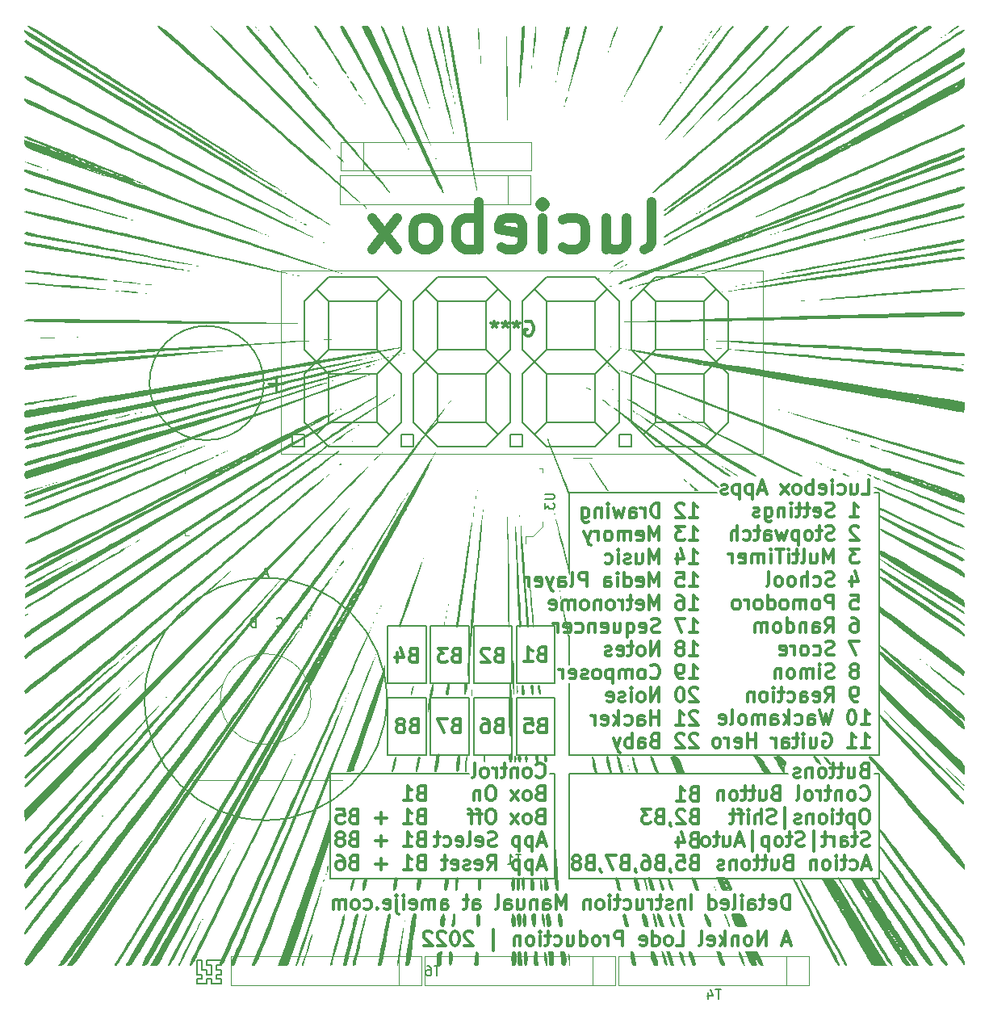
<source format=gbr>
%TF.GenerationSoftware,KiCad,Pcbnew,(6.0.0)*%
%TF.CreationDate,2022-11-14T01:44:22-08:00*%
%TF.ProjectId,Luciebox_v4,4c756369-6562-46f7-985f-76342e6b6963,rev?*%
%TF.SameCoordinates,Original*%
%TF.FileFunction,Legend,Bot*%
%TF.FilePolarity,Positive*%
%FSLAX46Y46*%
G04 Gerber Fmt 4.6, Leading zero omitted, Abs format (unit mm)*
G04 Created by KiCad (PCBNEW (6.0.0)) date 2022-11-14 01:44:22*
%MOMM*%
%LPD*%
G01*
G04 APERTURE LIST*
%ADD10C,0.150000*%
%ADD11C,0.300000*%
%ADD12C,1.000000*%
%ADD13C,0.254000*%
%ADD14C,0.120000*%
%ADD15C,0.100000*%
G04 APERTURE END LIST*
D10*
X7000000Y-90000000D02*
X7000000Y-89500000D01*
X67500000Y-68000000D02*
X44500000Y-68000000D01*
X8000000Y-88500000D02*
X8000000Y-89000000D01*
X7000000Y-89000000D02*
X7000000Y-88000000D01*
X6000000Y-88500000D02*
X6500000Y-88500000D01*
X8000000Y-89500000D02*
X8000000Y-90000000D01*
X19500000Y-68000000D02*
X34000000Y-68000000D01*
X6500000Y-88000000D02*
X6500000Y-87500000D01*
X6500000Y-89000000D02*
X7000000Y-89000000D01*
X43000000Y-79000000D02*
X19500000Y-79000000D01*
X6500000Y-90000000D02*
X5500000Y-90000000D01*
X77000000Y-68000000D02*
X77000000Y-79000000D01*
X44500000Y-66000000D02*
X44500000Y-58500000D01*
X6500000Y-88500000D02*
X6500000Y-89000000D01*
X6000000Y-87500000D02*
X6000000Y-88500000D01*
X19500000Y-79000000D02*
X19500000Y-68000000D01*
X5500000Y-89000000D02*
X5500000Y-87500000D01*
X44500000Y-68000000D02*
X44500000Y-79000000D01*
X29500000Y-60000000D02*
X25500000Y-60000000D01*
X25500000Y-60000000D02*
X25500000Y-66000000D01*
X25500000Y-66000000D02*
X29500000Y-66000000D01*
X29500000Y-66000000D02*
X29500000Y-60000000D01*
X44500000Y-56500000D02*
X44500000Y-53500000D01*
X6000000Y-89000000D02*
X5500000Y-89000000D01*
X7500000Y-89000000D02*
X7500000Y-89500000D01*
X44500000Y-79000000D02*
X77000000Y-79000000D01*
X34000000Y-60000000D02*
X30000000Y-60000000D01*
X30000000Y-60000000D02*
X30000000Y-66000000D01*
X30000000Y-66000000D02*
X34000000Y-66000000D01*
X34000000Y-66000000D02*
X34000000Y-60000000D01*
X25405101Y-60140000D02*
G75*
G03*
X25405101Y-60140000I-12705101J0D01*
G01*
X44500000Y-46500000D02*
X44500000Y-38500000D01*
X38500000Y-60000000D02*
X34500000Y-60000000D01*
X34500000Y-60000000D02*
X34500000Y-66000000D01*
X34500000Y-66000000D02*
X38500000Y-66000000D01*
X38500000Y-66000000D02*
X38500000Y-60000000D01*
X77000000Y-66000000D02*
X44500000Y-66000000D01*
X5500000Y-90000000D02*
X5500000Y-89500000D01*
X43000000Y-68000000D02*
X43000000Y-79000000D01*
X8000000Y-87500000D02*
X8000000Y-88000000D01*
X38500000Y-52500000D02*
X34500000Y-52500000D01*
X34500000Y-52500000D02*
X34500000Y-58500000D01*
X34500000Y-58500000D02*
X38500000Y-58500000D01*
X38500000Y-58500000D02*
X38500000Y-52500000D01*
X44500000Y-38500000D02*
X60000000Y-38500000D01*
X7500000Y-89500000D02*
X8000000Y-89500000D01*
X5500000Y-87500000D02*
X6000000Y-87500000D01*
X7000000Y-88000000D02*
X6500000Y-88000000D01*
X34000000Y-52500000D02*
X30000000Y-52500000D01*
X30000000Y-52500000D02*
X30000000Y-58500000D01*
X30000000Y-58500000D02*
X34000000Y-58500000D01*
X34000000Y-58500000D02*
X34000000Y-52500000D01*
X76500000Y-68000000D02*
X77000000Y-68000000D01*
X7500000Y-88000000D02*
X7500000Y-88500000D01*
X6500000Y-87500000D02*
X8000000Y-87500000D01*
X6500000Y-89500000D02*
X6500000Y-90000000D01*
X43000000Y-52500000D02*
X39000000Y-52500000D01*
X39000000Y-52500000D02*
X39000000Y-58500000D01*
X39000000Y-58500000D02*
X43000000Y-58500000D01*
X43000000Y-58500000D02*
X43000000Y-52500000D01*
X8000000Y-90000000D02*
X7000000Y-90000000D01*
X8000000Y-89000000D02*
X7500000Y-89000000D01*
X29500000Y-52500000D02*
X25500000Y-52500000D01*
X25500000Y-52500000D02*
X25500000Y-58500000D01*
X25500000Y-58500000D02*
X29500000Y-58500000D01*
X29500000Y-58500000D02*
X29500000Y-52500000D01*
X76500000Y-38500000D02*
X77000000Y-38500000D01*
X7500000Y-88500000D02*
X8000000Y-88500000D01*
X5500000Y-89500000D02*
X6000000Y-89500000D01*
X42500000Y-68000000D02*
X43000000Y-68000000D01*
X6000000Y-89500000D02*
X6000000Y-89000000D01*
X43000000Y-60000000D02*
X39000000Y-60000000D01*
X39000000Y-60000000D02*
X39000000Y-66000000D01*
X39000000Y-66000000D02*
X43000000Y-66000000D01*
X43000000Y-66000000D02*
X43000000Y-60000000D01*
X77000000Y-38500000D02*
X77000000Y-66000000D01*
X8000000Y-88000000D02*
X7500000Y-88000000D01*
X7000000Y-89500000D02*
X6500000Y-89500000D01*
D11*
X37107142Y-55507657D02*
X36892857Y-55579085D01*
X36821428Y-55650514D01*
X36750000Y-55793371D01*
X36750000Y-56007657D01*
X36821428Y-56150514D01*
X36892857Y-56221942D01*
X37035714Y-56293371D01*
X37607142Y-56293371D01*
X37607142Y-54793371D01*
X37107142Y-54793371D01*
X36964285Y-54864800D01*
X36892857Y-54936228D01*
X36821428Y-55079085D01*
X36821428Y-55221942D01*
X36892857Y-55364800D01*
X36964285Y-55436228D01*
X37107142Y-55507657D01*
X37607142Y-55507657D01*
X36178571Y-54936228D02*
X36107142Y-54864800D01*
X35964285Y-54793371D01*
X35607142Y-54793371D01*
X35464285Y-54864800D01*
X35392857Y-54936228D01*
X35321428Y-55079085D01*
X35321428Y-55221942D01*
X35392857Y-55436228D01*
X36250000Y-56293371D01*
X35321428Y-56293371D01*
X75233571Y-38646071D02*
X75947857Y-38646071D01*
X75947857Y-37146071D01*
X74090714Y-37646071D02*
X74090714Y-38646071D01*
X74733571Y-37646071D02*
X74733571Y-38431785D01*
X74662142Y-38574642D01*
X74519285Y-38646071D01*
X74305000Y-38646071D01*
X74162142Y-38574642D01*
X74090714Y-38503214D01*
X72733571Y-38574642D02*
X72876428Y-38646071D01*
X73162142Y-38646071D01*
X73305000Y-38574642D01*
X73376428Y-38503214D01*
X73447857Y-38360357D01*
X73447857Y-37931785D01*
X73376428Y-37788928D01*
X73305000Y-37717500D01*
X73162142Y-37646071D01*
X72876428Y-37646071D01*
X72733571Y-37717500D01*
X72090714Y-38646071D02*
X72090714Y-37646071D01*
X72090714Y-37146071D02*
X72162142Y-37217500D01*
X72090714Y-37288928D01*
X72019285Y-37217500D01*
X72090714Y-37146071D01*
X72090714Y-37288928D01*
X70805000Y-38574642D02*
X70947857Y-38646071D01*
X71233571Y-38646071D01*
X71376428Y-38574642D01*
X71447857Y-38431785D01*
X71447857Y-37860357D01*
X71376428Y-37717500D01*
X71233571Y-37646071D01*
X70947857Y-37646071D01*
X70805000Y-37717500D01*
X70733571Y-37860357D01*
X70733571Y-38003214D01*
X71447857Y-38146071D01*
X70090714Y-38646071D02*
X70090714Y-37146071D01*
X70090714Y-37717500D02*
X69947857Y-37646071D01*
X69662142Y-37646071D01*
X69519285Y-37717500D01*
X69447857Y-37788928D01*
X69376428Y-37931785D01*
X69376428Y-38360357D01*
X69447857Y-38503214D01*
X69519285Y-38574642D01*
X69662142Y-38646071D01*
X69947857Y-38646071D01*
X70090714Y-38574642D01*
X68519285Y-38646071D02*
X68662142Y-38574642D01*
X68733571Y-38503214D01*
X68805000Y-38360357D01*
X68805000Y-37931785D01*
X68733571Y-37788928D01*
X68662142Y-37717500D01*
X68519285Y-37646071D01*
X68305000Y-37646071D01*
X68162142Y-37717500D01*
X68090714Y-37788928D01*
X68019285Y-37931785D01*
X68019285Y-38360357D01*
X68090714Y-38503214D01*
X68162142Y-38574642D01*
X68305000Y-38646071D01*
X68519285Y-38646071D01*
X67519285Y-38646071D02*
X66733571Y-37646071D01*
X67519285Y-37646071D02*
X66733571Y-38646071D01*
X65090714Y-38217500D02*
X64376428Y-38217500D01*
X65233571Y-38646071D02*
X64733571Y-37146071D01*
X64233571Y-38646071D01*
X63733571Y-37646071D02*
X63733571Y-39146071D01*
X63733571Y-37717500D02*
X63590714Y-37646071D01*
X63305000Y-37646071D01*
X63162142Y-37717500D01*
X63090714Y-37788928D01*
X63019285Y-37931785D01*
X63019285Y-38360357D01*
X63090714Y-38503214D01*
X63162142Y-38574642D01*
X63305000Y-38646071D01*
X63590714Y-38646071D01*
X63733571Y-38574642D01*
X62376428Y-37646071D02*
X62376428Y-39146071D01*
X62376428Y-37717500D02*
X62233571Y-37646071D01*
X61947857Y-37646071D01*
X61805000Y-37717500D01*
X61733571Y-37788928D01*
X61662142Y-37931785D01*
X61662142Y-38360357D01*
X61733571Y-38503214D01*
X61805000Y-38574642D01*
X61947857Y-38646071D01*
X62233571Y-38646071D01*
X62376428Y-38574642D01*
X61090714Y-38574642D02*
X60947857Y-38646071D01*
X60662142Y-38646071D01*
X60519285Y-38574642D01*
X60447857Y-38431785D01*
X60447857Y-38360357D01*
X60519285Y-38217500D01*
X60662142Y-38146071D01*
X60876428Y-38146071D01*
X61019285Y-38074642D01*
X61090714Y-37931785D01*
X61090714Y-37860357D01*
X61019285Y-37717500D01*
X60876428Y-37646071D01*
X60662142Y-37646071D01*
X60519285Y-37717500D01*
X74019285Y-41061071D02*
X74876428Y-41061071D01*
X74447857Y-41061071D02*
X74447857Y-39561071D01*
X74590714Y-39775357D01*
X74733571Y-39918214D01*
X74876428Y-39989642D01*
X72305000Y-40989642D02*
X72090714Y-41061071D01*
X71733571Y-41061071D01*
X71590714Y-40989642D01*
X71519285Y-40918214D01*
X71447857Y-40775357D01*
X71447857Y-40632500D01*
X71519285Y-40489642D01*
X71590714Y-40418214D01*
X71733571Y-40346785D01*
X72019285Y-40275357D01*
X72162142Y-40203928D01*
X72233571Y-40132500D01*
X72305000Y-39989642D01*
X72305000Y-39846785D01*
X72233571Y-39703928D01*
X72162142Y-39632500D01*
X72019285Y-39561071D01*
X71662142Y-39561071D01*
X71447857Y-39632500D01*
X70233571Y-40989642D02*
X70376428Y-41061071D01*
X70662142Y-41061071D01*
X70805000Y-40989642D01*
X70876428Y-40846785D01*
X70876428Y-40275357D01*
X70805000Y-40132500D01*
X70662142Y-40061071D01*
X70376428Y-40061071D01*
X70233571Y-40132500D01*
X70162142Y-40275357D01*
X70162142Y-40418214D01*
X70876428Y-40561071D01*
X69733571Y-40061071D02*
X69162142Y-40061071D01*
X69519285Y-39561071D02*
X69519285Y-40846785D01*
X69447857Y-40989642D01*
X69305000Y-41061071D01*
X69162142Y-41061071D01*
X68876428Y-40061071D02*
X68305000Y-40061071D01*
X68662142Y-39561071D02*
X68662142Y-40846785D01*
X68590714Y-40989642D01*
X68447857Y-41061071D01*
X68305000Y-41061071D01*
X67805000Y-41061071D02*
X67805000Y-40061071D01*
X67805000Y-39561071D02*
X67876428Y-39632500D01*
X67805000Y-39703928D01*
X67733571Y-39632500D01*
X67805000Y-39561071D01*
X67805000Y-39703928D01*
X67090714Y-40061071D02*
X67090714Y-41061071D01*
X67090714Y-40203928D02*
X67019285Y-40132500D01*
X66876428Y-40061071D01*
X66662142Y-40061071D01*
X66519285Y-40132500D01*
X66447857Y-40275357D01*
X66447857Y-41061071D01*
X65090714Y-40061071D02*
X65090714Y-41275357D01*
X65162142Y-41418214D01*
X65233571Y-41489642D01*
X65376428Y-41561071D01*
X65590714Y-41561071D01*
X65733571Y-41489642D01*
X65090714Y-40989642D02*
X65233571Y-41061071D01*
X65519285Y-41061071D01*
X65662142Y-40989642D01*
X65733571Y-40918214D01*
X65805000Y-40775357D01*
X65805000Y-40346785D01*
X65733571Y-40203928D01*
X65662142Y-40132500D01*
X65519285Y-40061071D01*
X65233571Y-40061071D01*
X65090714Y-40132500D01*
X64447857Y-40989642D02*
X64305000Y-41061071D01*
X64019285Y-41061071D01*
X63876428Y-40989642D01*
X63805000Y-40846785D01*
X63805000Y-40775357D01*
X63876428Y-40632500D01*
X64019285Y-40561071D01*
X64233571Y-40561071D01*
X64376428Y-40489642D01*
X64447857Y-40346785D01*
X64447857Y-40275357D01*
X64376428Y-40132500D01*
X64233571Y-40061071D01*
X64019285Y-40061071D01*
X63876428Y-40132500D01*
X74876428Y-42118928D02*
X74805000Y-42047500D01*
X74662142Y-41976071D01*
X74305000Y-41976071D01*
X74162142Y-42047500D01*
X74090714Y-42118928D01*
X74019285Y-42261785D01*
X74019285Y-42404642D01*
X74090714Y-42618928D01*
X74947857Y-43476071D01*
X74019285Y-43476071D01*
X72305000Y-43404642D02*
X72090714Y-43476071D01*
X71733571Y-43476071D01*
X71590714Y-43404642D01*
X71519285Y-43333214D01*
X71447857Y-43190357D01*
X71447857Y-43047500D01*
X71519285Y-42904642D01*
X71590714Y-42833214D01*
X71733571Y-42761785D01*
X72019285Y-42690357D01*
X72162142Y-42618928D01*
X72233571Y-42547500D01*
X72305000Y-42404642D01*
X72305000Y-42261785D01*
X72233571Y-42118928D01*
X72162142Y-42047500D01*
X72019285Y-41976071D01*
X71662142Y-41976071D01*
X71447857Y-42047500D01*
X71019285Y-42476071D02*
X70447857Y-42476071D01*
X70805000Y-41976071D02*
X70805000Y-43261785D01*
X70733571Y-43404642D01*
X70590714Y-43476071D01*
X70447857Y-43476071D01*
X69733571Y-43476071D02*
X69876428Y-43404642D01*
X69947857Y-43333214D01*
X70019285Y-43190357D01*
X70019285Y-42761785D01*
X69947857Y-42618928D01*
X69876428Y-42547500D01*
X69733571Y-42476071D01*
X69519285Y-42476071D01*
X69376428Y-42547500D01*
X69305000Y-42618928D01*
X69233571Y-42761785D01*
X69233571Y-43190357D01*
X69305000Y-43333214D01*
X69376428Y-43404642D01*
X69519285Y-43476071D01*
X69733571Y-43476071D01*
X68590714Y-42476071D02*
X68590714Y-43976071D01*
X68590714Y-42547500D02*
X68447857Y-42476071D01*
X68162142Y-42476071D01*
X68019285Y-42547500D01*
X67947857Y-42618928D01*
X67876428Y-42761785D01*
X67876428Y-43190357D01*
X67947857Y-43333214D01*
X68019285Y-43404642D01*
X68162142Y-43476071D01*
X68447857Y-43476071D01*
X68590714Y-43404642D01*
X67376428Y-42476071D02*
X67090714Y-43476071D01*
X66805000Y-42761785D01*
X66519285Y-43476071D01*
X66233571Y-42476071D01*
X65019285Y-43476071D02*
X65019285Y-42690357D01*
X65090714Y-42547500D01*
X65233571Y-42476071D01*
X65519285Y-42476071D01*
X65662142Y-42547500D01*
X65019285Y-43404642D02*
X65162142Y-43476071D01*
X65519285Y-43476071D01*
X65662142Y-43404642D01*
X65733571Y-43261785D01*
X65733571Y-43118928D01*
X65662142Y-42976071D01*
X65519285Y-42904642D01*
X65162142Y-42904642D01*
X65019285Y-42833214D01*
X64519285Y-42476071D02*
X63947857Y-42476071D01*
X64305000Y-41976071D02*
X64305000Y-43261785D01*
X64233571Y-43404642D01*
X64090714Y-43476071D01*
X63947857Y-43476071D01*
X62805000Y-43404642D02*
X62947857Y-43476071D01*
X63233571Y-43476071D01*
X63376428Y-43404642D01*
X63447857Y-43333214D01*
X63519285Y-43190357D01*
X63519285Y-42761785D01*
X63447857Y-42618928D01*
X63376428Y-42547500D01*
X63233571Y-42476071D01*
X62947857Y-42476071D01*
X62805000Y-42547500D01*
X62162142Y-43476071D02*
X62162142Y-41976071D01*
X61519285Y-43476071D02*
X61519285Y-42690357D01*
X61590714Y-42547500D01*
X61733571Y-42476071D01*
X61947857Y-42476071D01*
X62090714Y-42547500D01*
X62162142Y-42618928D01*
X74947857Y-44391071D02*
X74019285Y-44391071D01*
X74519285Y-44962500D01*
X74305000Y-44962500D01*
X74162142Y-45033928D01*
X74090714Y-45105357D01*
X74019285Y-45248214D01*
X74019285Y-45605357D01*
X74090714Y-45748214D01*
X74162142Y-45819642D01*
X74305000Y-45891071D01*
X74733571Y-45891071D01*
X74876428Y-45819642D01*
X74947857Y-45748214D01*
X72233571Y-45891071D02*
X72233571Y-44391071D01*
X71733571Y-45462500D01*
X71233571Y-44391071D01*
X71233571Y-45891071D01*
X69876428Y-44891071D02*
X69876428Y-45891071D01*
X70519285Y-44891071D02*
X70519285Y-45676785D01*
X70447857Y-45819642D01*
X70305000Y-45891071D01*
X70090714Y-45891071D01*
X69947857Y-45819642D01*
X69876428Y-45748214D01*
X68947857Y-45891071D02*
X69090714Y-45819642D01*
X69162142Y-45676785D01*
X69162142Y-44391071D01*
X68590714Y-44891071D02*
X68019285Y-44891071D01*
X68376428Y-44391071D02*
X68376428Y-45676785D01*
X68305000Y-45819642D01*
X68162142Y-45891071D01*
X68019285Y-45891071D01*
X67519285Y-45891071D02*
X67519285Y-44891071D01*
X67519285Y-44391071D02*
X67590714Y-44462500D01*
X67519285Y-44533928D01*
X67447857Y-44462500D01*
X67519285Y-44391071D01*
X67519285Y-44533928D01*
X67019285Y-44391071D02*
X66162142Y-44391071D01*
X66590714Y-45891071D02*
X66590714Y-44391071D01*
X65662142Y-45891071D02*
X65662142Y-44891071D01*
X65662142Y-44391071D02*
X65733571Y-44462500D01*
X65662142Y-44533928D01*
X65590714Y-44462500D01*
X65662142Y-44391071D01*
X65662142Y-44533928D01*
X64947857Y-45891071D02*
X64947857Y-44891071D01*
X64947857Y-45033928D02*
X64876428Y-44962500D01*
X64733571Y-44891071D01*
X64519285Y-44891071D01*
X64376428Y-44962500D01*
X64305000Y-45105357D01*
X64305000Y-45891071D01*
X64305000Y-45105357D02*
X64233571Y-44962500D01*
X64090714Y-44891071D01*
X63876428Y-44891071D01*
X63733571Y-44962500D01*
X63662142Y-45105357D01*
X63662142Y-45891071D01*
X62376428Y-45819642D02*
X62519285Y-45891071D01*
X62805000Y-45891071D01*
X62947857Y-45819642D01*
X63019285Y-45676785D01*
X63019285Y-45105357D01*
X62947857Y-44962500D01*
X62805000Y-44891071D01*
X62519285Y-44891071D01*
X62376428Y-44962500D01*
X62305000Y-45105357D01*
X62305000Y-45248214D01*
X63019285Y-45391071D01*
X61662142Y-45891071D02*
X61662142Y-44891071D01*
X61662142Y-45176785D02*
X61590714Y-45033928D01*
X61519285Y-44962500D01*
X61376428Y-44891071D01*
X61233571Y-44891071D01*
X74162142Y-47306071D02*
X74162142Y-48306071D01*
X74519285Y-46734642D02*
X74876428Y-47806071D01*
X73947857Y-47806071D01*
X72305000Y-48234642D02*
X72090714Y-48306071D01*
X71733571Y-48306071D01*
X71590714Y-48234642D01*
X71519285Y-48163214D01*
X71447857Y-48020357D01*
X71447857Y-47877500D01*
X71519285Y-47734642D01*
X71590714Y-47663214D01*
X71733571Y-47591785D01*
X72019285Y-47520357D01*
X72162142Y-47448928D01*
X72233571Y-47377500D01*
X72305000Y-47234642D01*
X72305000Y-47091785D01*
X72233571Y-46948928D01*
X72162142Y-46877500D01*
X72019285Y-46806071D01*
X71662142Y-46806071D01*
X71447857Y-46877500D01*
X70162142Y-48234642D02*
X70305000Y-48306071D01*
X70590714Y-48306071D01*
X70733571Y-48234642D01*
X70805000Y-48163214D01*
X70876428Y-48020357D01*
X70876428Y-47591785D01*
X70805000Y-47448928D01*
X70733571Y-47377500D01*
X70590714Y-47306071D01*
X70305000Y-47306071D01*
X70162142Y-47377500D01*
X69519285Y-48306071D02*
X69519285Y-46806071D01*
X68876428Y-48306071D02*
X68876428Y-47520357D01*
X68947857Y-47377500D01*
X69090714Y-47306071D01*
X69305000Y-47306071D01*
X69447857Y-47377500D01*
X69519285Y-47448928D01*
X67947857Y-48306071D02*
X68090714Y-48234642D01*
X68162142Y-48163214D01*
X68233571Y-48020357D01*
X68233571Y-47591785D01*
X68162142Y-47448928D01*
X68090714Y-47377500D01*
X67947857Y-47306071D01*
X67733571Y-47306071D01*
X67590714Y-47377500D01*
X67519285Y-47448928D01*
X67447857Y-47591785D01*
X67447857Y-48020357D01*
X67519285Y-48163214D01*
X67590714Y-48234642D01*
X67733571Y-48306071D01*
X67947857Y-48306071D01*
X66590714Y-48306071D02*
X66733571Y-48234642D01*
X66805000Y-48163214D01*
X66876428Y-48020357D01*
X66876428Y-47591785D01*
X66805000Y-47448928D01*
X66733571Y-47377500D01*
X66590714Y-47306071D01*
X66376428Y-47306071D01*
X66233571Y-47377500D01*
X66162142Y-47448928D01*
X66090714Y-47591785D01*
X66090714Y-48020357D01*
X66162142Y-48163214D01*
X66233571Y-48234642D01*
X66376428Y-48306071D01*
X66590714Y-48306071D01*
X65233571Y-48306071D02*
X65376428Y-48234642D01*
X65447857Y-48091785D01*
X65447857Y-46806071D01*
X74090714Y-49221071D02*
X74805000Y-49221071D01*
X74876428Y-49935357D01*
X74805000Y-49863928D01*
X74662142Y-49792500D01*
X74305000Y-49792500D01*
X74162142Y-49863928D01*
X74090714Y-49935357D01*
X74019285Y-50078214D01*
X74019285Y-50435357D01*
X74090714Y-50578214D01*
X74162142Y-50649642D01*
X74305000Y-50721071D01*
X74662142Y-50721071D01*
X74805000Y-50649642D01*
X74876428Y-50578214D01*
X72233571Y-50721071D02*
X72233571Y-49221071D01*
X71662142Y-49221071D01*
X71519285Y-49292500D01*
X71447857Y-49363928D01*
X71376428Y-49506785D01*
X71376428Y-49721071D01*
X71447857Y-49863928D01*
X71519285Y-49935357D01*
X71662142Y-50006785D01*
X72233571Y-50006785D01*
X70519285Y-50721071D02*
X70662142Y-50649642D01*
X70733571Y-50578214D01*
X70805000Y-50435357D01*
X70805000Y-50006785D01*
X70733571Y-49863928D01*
X70662142Y-49792500D01*
X70519285Y-49721071D01*
X70305000Y-49721071D01*
X70162142Y-49792500D01*
X70090714Y-49863928D01*
X70019285Y-50006785D01*
X70019285Y-50435357D01*
X70090714Y-50578214D01*
X70162142Y-50649642D01*
X70305000Y-50721071D01*
X70519285Y-50721071D01*
X69376428Y-50721071D02*
X69376428Y-49721071D01*
X69376428Y-49863928D02*
X69305000Y-49792500D01*
X69162142Y-49721071D01*
X68947857Y-49721071D01*
X68805000Y-49792500D01*
X68733571Y-49935357D01*
X68733571Y-50721071D01*
X68733571Y-49935357D02*
X68662142Y-49792500D01*
X68519285Y-49721071D01*
X68305000Y-49721071D01*
X68162142Y-49792500D01*
X68090714Y-49935357D01*
X68090714Y-50721071D01*
X67162142Y-50721071D02*
X67305000Y-50649642D01*
X67376428Y-50578214D01*
X67447857Y-50435357D01*
X67447857Y-50006785D01*
X67376428Y-49863928D01*
X67305000Y-49792500D01*
X67162142Y-49721071D01*
X66947857Y-49721071D01*
X66805000Y-49792500D01*
X66733571Y-49863928D01*
X66662142Y-50006785D01*
X66662142Y-50435357D01*
X66733571Y-50578214D01*
X66805000Y-50649642D01*
X66947857Y-50721071D01*
X67162142Y-50721071D01*
X65376428Y-50721071D02*
X65376428Y-49221071D01*
X65376428Y-50649642D02*
X65519285Y-50721071D01*
X65805000Y-50721071D01*
X65947857Y-50649642D01*
X66019285Y-50578214D01*
X66090714Y-50435357D01*
X66090714Y-50006785D01*
X66019285Y-49863928D01*
X65947857Y-49792500D01*
X65805000Y-49721071D01*
X65519285Y-49721071D01*
X65376428Y-49792500D01*
X64447857Y-50721071D02*
X64590714Y-50649642D01*
X64662142Y-50578214D01*
X64733571Y-50435357D01*
X64733571Y-50006785D01*
X64662142Y-49863928D01*
X64590714Y-49792500D01*
X64447857Y-49721071D01*
X64233571Y-49721071D01*
X64090714Y-49792500D01*
X64019285Y-49863928D01*
X63947857Y-50006785D01*
X63947857Y-50435357D01*
X64019285Y-50578214D01*
X64090714Y-50649642D01*
X64233571Y-50721071D01*
X64447857Y-50721071D01*
X63305000Y-50721071D02*
X63305000Y-49721071D01*
X63305000Y-50006785D02*
X63233571Y-49863928D01*
X63162142Y-49792500D01*
X63019285Y-49721071D01*
X62876428Y-49721071D01*
X62162142Y-50721071D02*
X62305000Y-50649642D01*
X62376428Y-50578214D01*
X62447857Y-50435357D01*
X62447857Y-50006785D01*
X62376428Y-49863928D01*
X62305000Y-49792500D01*
X62162142Y-49721071D01*
X61947857Y-49721071D01*
X61805000Y-49792500D01*
X61733571Y-49863928D01*
X61662142Y-50006785D01*
X61662142Y-50435357D01*
X61733571Y-50578214D01*
X61805000Y-50649642D01*
X61947857Y-50721071D01*
X62162142Y-50721071D01*
X74162142Y-51636071D02*
X74447857Y-51636071D01*
X74590714Y-51707500D01*
X74662142Y-51778928D01*
X74805000Y-51993214D01*
X74876428Y-52278928D01*
X74876428Y-52850357D01*
X74805000Y-52993214D01*
X74733571Y-53064642D01*
X74590714Y-53136071D01*
X74305000Y-53136071D01*
X74162142Y-53064642D01*
X74090714Y-52993214D01*
X74019285Y-52850357D01*
X74019285Y-52493214D01*
X74090714Y-52350357D01*
X74162142Y-52278928D01*
X74305000Y-52207500D01*
X74590714Y-52207500D01*
X74733571Y-52278928D01*
X74805000Y-52350357D01*
X74876428Y-52493214D01*
X71376428Y-53136071D02*
X71876428Y-52421785D01*
X72233571Y-53136071D02*
X72233571Y-51636071D01*
X71662142Y-51636071D01*
X71519285Y-51707500D01*
X71447857Y-51778928D01*
X71376428Y-51921785D01*
X71376428Y-52136071D01*
X71447857Y-52278928D01*
X71519285Y-52350357D01*
X71662142Y-52421785D01*
X72233571Y-52421785D01*
X70090714Y-53136071D02*
X70090714Y-52350357D01*
X70162142Y-52207500D01*
X70305000Y-52136071D01*
X70590714Y-52136071D01*
X70733571Y-52207500D01*
X70090714Y-53064642D02*
X70233571Y-53136071D01*
X70590714Y-53136071D01*
X70733571Y-53064642D01*
X70805000Y-52921785D01*
X70805000Y-52778928D01*
X70733571Y-52636071D01*
X70590714Y-52564642D01*
X70233571Y-52564642D01*
X70090714Y-52493214D01*
X69376428Y-52136071D02*
X69376428Y-53136071D01*
X69376428Y-52278928D02*
X69305000Y-52207500D01*
X69162142Y-52136071D01*
X68947857Y-52136071D01*
X68805000Y-52207500D01*
X68733571Y-52350357D01*
X68733571Y-53136071D01*
X67376428Y-53136071D02*
X67376428Y-51636071D01*
X67376428Y-53064642D02*
X67519285Y-53136071D01*
X67805000Y-53136071D01*
X67947857Y-53064642D01*
X68019285Y-52993214D01*
X68090714Y-52850357D01*
X68090714Y-52421785D01*
X68019285Y-52278928D01*
X67947857Y-52207500D01*
X67805000Y-52136071D01*
X67519285Y-52136071D01*
X67376428Y-52207500D01*
X66447857Y-53136071D02*
X66590714Y-53064642D01*
X66662142Y-52993214D01*
X66733571Y-52850357D01*
X66733571Y-52421785D01*
X66662142Y-52278928D01*
X66590714Y-52207500D01*
X66447857Y-52136071D01*
X66233571Y-52136071D01*
X66090714Y-52207500D01*
X66019285Y-52278928D01*
X65947857Y-52421785D01*
X65947857Y-52850357D01*
X66019285Y-52993214D01*
X66090714Y-53064642D01*
X66233571Y-53136071D01*
X66447857Y-53136071D01*
X65305000Y-53136071D02*
X65305000Y-52136071D01*
X65305000Y-52278928D02*
X65233571Y-52207500D01*
X65090714Y-52136071D01*
X64876428Y-52136071D01*
X64733571Y-52207500D01*
X64662142Y-52350357D01*
X64662142Y-53136071D01*
X64662142Y-52350357D02*
X64590714Y-52207500D01*
X64447857Y-52136071D01*
X64233571Y-52136071D01*
X64090714Y-52207500D01*
X64019285Y-52350357D01*
X64019285Y-53136071D01*
X74947857Y-54051071D02*
X73947857Y-54051071D01*
X74590714Y-55551071D01*
X72305000Y-55479642D02*
X72090714Y-55551071D01*
X71733571Y-55551071D01*
X71590714Y-55479642D01*
X71519285Y-55408214D01*
X71447857Y-55265357D01*
X71447857Y-55122500D01*
X71519285Y-54979642D01*
X71590714Y-54908214D01*
X71733571Y-54836785D01*
X72019285Y-54765357D01*
X72162142Y-54693928D01*
X72233571Y-54622500D01*
X72305000Y-54479642D01*
X72305000Y-54336785D01*
X72233571Y-54193928D01*
X72162142Y-54122500D01*
X72019285Y-54051071D01*
X71662142Y-54051071D01*
X71447857Y-54122500D01*
X70162142Y-55479642D02*
X70305000Y-55551071D01*
X70590714Y-55551071D01*
X70733571Y-55479642D01*
X70805000Y-55408214D01*
X70876428Y-55265357D01*
X70876428Y-54836785D01*
X70805000Y-54693928D01*
X70733571Y-54622500D01*
X70590714Y-54551071D01*
X70305000Y-54551071D01*
X70162142Y-54622500D01*
X69305000Y-55551071D02*
X69447857Y-55479642D01*
X69519285Y-55408214D01*
X69590714Y-55265357D01*
X69590714Y-54836785D01*
X69519285Y-54693928D01*
X69447857Y-54622500D01*
X69305000Y-54551071D01*
X69090714Y-54551071D01*
X68947857Y-54622500D01*
X68876428Y-54693928D01*
X68805000Y-54836785D01*
X68805000Y-55265357D01*
X68876428Y-55408214D01*
X68947857Y-55479642D01*
X69090714Y-55551071D01*
X69305000Y-55551071D01*
X68162142Y-55551071D02*
X68162142Y-54551071D01*
X68162142Y-54836785D02*
X68090714Y-54693928D01*
X68019285Y-54622500D01*
X67876428Y-54551071D01*
X67733571Y-54551071D01*
X66662142Y-55479642D02*
X66805000Y-55551071D01*
X67090714Y-55551071D01*
X67233571Y-55479642D01*
X67305000Y-55336785D01*
X67305000Y-54765357D01*
X67233571Y-54622500D01*
X67090714Y-54551071D01*
X66805000Y-54551071D01*
X66662142Y-54622500D01*
X66590714Y-54765357D01*
X66590714Y-54908214D01*
X67305000Y-55051071D01*
X74590714Y-57108928D02*
X74733571Y-57037500D01*
X74805000Y-56966071D01*
X74876428Y-56823214D01*
X74876428Y-56751785D01*
X74805000Y-56608928D01*
X74733571Y-56537500D01*
X74590714Y-56466071D01*
X74305000Y-56466071D01*
X74162142Y-56537500D01*
X74090714Y-56608928D01*
X74019285Y-56751785D01*
X74019285Y-56823214D01*
X74090714Y-56966071D01*
X74162142Y-57037500D01*
X74305000Y-57108928D01*
X74590714Y-57108928D01*
X74733571Y-57180357D01*
X74805000Y-57251785D01*
X74876428Y-57394642D01*
X74876428Y-57680357D01*
X74805000Y-57823214D01*
X74733571Y-57894642D01*
X74590714Y-57966071D01*
X74305000Y-57966071D01*
X74162142Y-57894642D01*
X74090714Y-57823214D01*
X74019285Y-57680357D01*
X74019285Y-57394642D01*
X74090714Y-57251785D01*
X74162142Y-57180357D01*
X74305000Y-57108928D01*
X72305000Y-57894642D02*
X72090714Y-57966071D01*
X71733571Y-57966071D01*
X71590714Y-57894642D01*
X71519285Y-57823214D01*
X71447857Y-57680357D01*
X71447857Y-57537500D01*
X71519285Y-57394642D01*
X71590714Y-57323214D01*
X71733571Y-57251785D01*
X72019285Y-57180357D01*
X72162142Y-57108928D01*
X72233571Y-57037500D01*
X72305000Y-56894642D01*
X72305000Y-56751785D01*
X72233571Y-56608928D01*
X72162142Y-56537500D01*
X72019285Y-56466071D01*
X71662142Y-56466071D01*
X71447857Y-56537500D01*
X70805000Y-57966071D02*
X70805000Y-56966071D01*
X70805000Y-56466071D02*
X70876428Y-56537500D01*
X70805000Y-56608928D01*
X70733571Y-56537500D01*
X70805000Y-56466071D01*
X70805000Y-56608928D01*
X70090714Y-57966071D02*
X70090714Y-56966071D01*
X70090714Y-57108928D02*
X70019285Y-57037500D01*
X69876428Y-56966071D01*
X69662142Y-56966071D01*
X69519285Y-57037500D01*
X69447857Y-57180357D01*
X69447857Y-57966071D01*
X69447857Y-57180357D02*
X69376428Y-57037500D01*
X69233571Y-56966071D01*
X69019285Y-56966071D01*
X68876428Y-57037500D01*
X68805000Y-57180357D01*
X68805000Y-57966071D01*
X67876428Y-57966071D02*
X68019285Y-57894642D01*
X68090714Y-57823214D01*
X68162142Y-57680357D01*
X68162142Y-57251785D01*
X68090714Y-57108928D01*
X68019285Y-57037500D01*
X67876428Y-56966071D01*
X67662142Y-56966071D01*
X67519285Y-57037500D01*
X67447857Y-57108928D01*
X67376428Y-57251785D01*
X67376428Y-57680357D01*
X67447857Y-57823214D01*
X67519285Y-57894642D01*
X67662142Y-57966071D01*
X67876428Y-57966071D01*
X66733571Y-56966071D02*
X66733571Y-57966071D01*
X66733571Y-57108928D02*
X66662142Y-57037500D01*
X66519285Y-56966071D01*
X66305000Y-56966071D01*
X66162142Y-57037500D01*
X66090714Y-57180357D01*
X66090714Y-57966071D01*
X74733571Y-60381071D02*
X74447857Y-60381071D01*
X74305000Y-60309642D01*
X74233571Y-60238214D01*
X74090714Y-60023928D01*
X74019285Y-59738214D01*
X74019285Y-59166785D01*
X74090714Y-59023928D01*
X74162142Y-58952500D01*
X74305000Y-58881071D01*
X74590714Y-58881071D01*
X74733571Y-58952500D01*
X74805000Y-59023928D01*
X74876428Y-59166785D01*
X74876428Y-59523928D01*
X74805000Y-59666785D01*
X74733571Y-59738214D01*
X74590714Y-59809642D01*
X74305000Y-59809642D01*
X74162142Y-59738214D01*
X74090714Y-59666785D01*
X74019285Y-59523928D01*
X71376428Y-60381071D02*
X71876428Y-59666785D01*
X72233571Y-60381071D02*
X72233571Y-58881071D01*
X71662142Y-58881071D01*
X71519285Y-58952500D01*
X71447857Y-59023928D01*
X71376428Y-59166785D01*
X71376428Y-59381071D01*
X71447857Y-59523928D01*
X71519285Y-59595357D01*
X71662142Y-59666785D01*
X72233571Y-59666785D01*
X70162142Y-60309642D02*
X70305000Y-60381071D01*
X70590714Y-60381071D01*
X70733571Y-60309642D01*
X70805000Y-60166785D01*
X70805000Y-59595357D01*
X70733571Y-59452500D01*
X70590714Y-59381071D01*
X70305000Y-59381071D01*
X70162142Y-59452500D01*
X70090714Y-59595357D01*
X70090714Y-59738214D01*
X70805000Y-59881071D01*
X68805000Y-60381071D02*
X68805000Y-59595357D01*
X68876428Y-59452500D01*
X69019285Y-59381071D01*
X69305000Y-59381071D01*
X69447857Y-59452500D01*
X68805000Y-60309642D02*
X68947857Y-60381071D01*
X69305000Y-60381071D01*
X69447857Y-60309642D01*
X69519285Y-60166785D01*
X69519285Y-60023928D01*
X69447857Y-59881071D01*
X69305000Y-59809642D01*
X68947857Y-59809642D01*
X68805000Y-59738214D01*
X67447857Y-60309642D02*
X67590714Y-60381071D01*
X67876428Y-60381071D01*
X68019285Y-60309642D01*
X68090714Y-60238214D01*
X68162142Y-60095357D01*
X68162142Y-59666785D01*
X68090714Y-59523928D01*
X68019285Y-59452500D01*
X67876428Y-59381071D01*
X67590714Y-59381071D01*
X67447857Y-59452500D01*
X67019285Y-59381071D02*
X66447857Y-59381071D01*
X66805000Y-58881071D02*
X66805000Y-60166785D01*
X66733571Y-60309642D01*
X66590714Y-60381071D01*
X66447857Y-60381071D01*
X65947857Y-60381071D02*
X65947857Y-59381071D01*
X65947857Y-58881071D02*
X66019285Y-58952500D01*
X65947857Y-59023928D01*
X65876428Y-58952500D01*
X65947857Y-58881071D01*
X65947857Y-59023928D01*
X65019285Y-60381071D02*
X65162142Y-60309642D01*
X65233571Y-60238214D01*
X65305000Y-60095357D01*
X65305000Y-59666785D01*
X65233571Y-59523928D01*
X65162142Y-59452500D01*
X65019285Y-59381071D01*
X64805000Y-59381071D01*
X64662142Y-59452500D01*
X64590714Y-59523928D01*
X64519285Y-59666785D01*
X64519285Y-60095357D01*
X64590714Y-60238214D01*
X64662142Y-60309642D01*
X64805000Y-60381071D01*
X65019285Y-60381071D01*
X63876428Y-59381071D02*
X63876428Y-60381071D01*
X63876428Y-59523928D02*
X63805000Y-59452500D01*
X63662142Y-59381071D01*
X63447857Y-59381071D01*
X63305000Y-59452500D01*
X63233571Y-59595357D01*
X63233571Y-60381071D01*
X75162142Y-62796071D02*
X76019285Y-62796071D01*
X75590714Y-62796071D02*
X75590714Y-61296071D01*
X75733571Y-61510357D01*
X75876428Y-61653214D01*
X76019285Y-61724642D01*
X74233571Y-61296071D02*
X74090714Y-61296071D01*
X73947857Y-61367500D01*
X73876428Y-61438928D01*
X73805000Y-61581785D01*
X73733571Y-61867500D01*
X73733571Y-62224642D01*
X73805000Y-62510357D01*
X73876428Y-62653214D01*
X73947857Y-62724642D01*
X74090714Y-62796071D01*
X74233571Y-62796071D01*
X74376428Y-62724642D01*
X74447857Y-62653214D01*
X74519285Y-62510357D01*
X74590714Y-62224642D01*
X74590714Y-61867500D01*
X74519285Y-61581785D01*
X74447857Y-61438928D01*
X74376428Y-61367500D01*
X74233571Y-61296071D01*
X72090714Y-61296071D02*
X71733571Y-62796071D01*
X71447857Y-61724642D01*
X71162142Y-62796071D01*
X70805000Y-61296071D01*
X69590714Y-62796071D02*
X69590714Y-62010357D01*
X69662142Y-61867500D01*
X69805000Y-61796071D01*
X70090714Y-61796071D01*
X70233571Y-61867500D01*
X69590714Y-62724642D02*
X69733571Y-62796071D01*
X70090714Y-62796071D01*
X70233571Y-62724642D01*
X70305000Y-62581785D01*
X70305000Y-62438928D01*
X70233571Y-62296071D01*
X70090714Y-62224642D01*
X69733571Y-62224642D01*
X69590714Y-62153214D01*
X68233571Y-62724642D02*
X68376428Y-62796071D01*
X68662142Y-62796071D01*
X68805000Y-62724642D01*
X68876428Y-62653214D01*
X68947857Y-62510357D01*
X68947857Y-62081785D01*
X68876428Y-61938928D01*
X68805000Y-61867500D01*
X68662142Y-61796071D01*
X68376428Y-61796071D01*
X68233571Y-61867500D01*
X67590714Y-62796071D02*
X67590714Y-61296071D01*
X67447857Y-62224642D02*
X67019285Y-62796071D01*
X67019285Y-61796071D02*
X67590714Y-62367500D01*
X65733571Y-62796071D02*
X65733571Y-62010357D01*
X65805000Y-61867500D01*
X65947857Y-61796071D01*
X66233571Y-61796071D01*
X66376428Y-61867500D01*
X65733571Y-62724642D02*
X65876428Y-62796071D01*
X66233571Y-62796071D01*
X66376428Y-62724642D01*
X66447857Y-62581785D01*
X66447857Y-62438928D01*
X66376428Y-62296071D01*
X66233571Y-62224642D01*
X65876428Y-62224642D01*
X65733571Y-62153214D01*
X65019285Y-62796071D02*
X65019285Y-61796071D01*
X65019285Y-61938928D02*
X64947857Y-61867500D01*
X64805000Y-61796071D01*
X64590714Y-61796071D01*
X64447857Y-61867500D01*
X64376428Y-62010357D01*
X64376428Y-62796071D01*
X64376428Y-62010357D02*
X64305000Y-61867500D01*
X64162142Y-61796071D01*
X63947857Y-61796071D01*
X63805000Y-61867500D01*
X63733571Y-62010357D01*
X63733571Y-62796071D01*
X62805000Y-62796071D02*
X62947857Y-62724642D01*
X63019285Y-62653214D01*
X63090714Y-62510357D01*
X63090714Y-62081785D01*
X63019285Y-61938928D01*
X62947857Y-61867500D01*
X62805000Y-61796071D01*
X62590714Y-61796071D01*
X62447857Y-61867500D01*
X62376428Y-61938928D01*
X62305000Y-62081785D01*
X62305000Y-62510357D01*
X62376428Y-62653214D01*
X62447857Y-62724642D01*
X62590714Y-62796071D01*
X62805000Y-62796071D01*
X61447857Y-62796071D02*
X61590714Y-62724642D01*
X61662142Y-62581785D01*
X61662142Y-61296071D01*
X60305000Y-62724642D02*
X60447857Y-62796071D01*
X60733571Y-62796071D01*
X60876428Y-62724642D01*
X60947857Y-62581785D01*
X60947857Y-62010357D01*
X60876428Y-61867500D01*
X60733571Y-61796071D01*
X60447857Y-61796071D01*
X60305000Y-61867500D01*
X60233571Y-62010357D01*
X60233571Y-62153214D01*
X60947857Y-62296071D01*
X75162142Y-65211071D02*
X76019285Y-65211071D01*
X75590714Y-65211071D02*
X75590714Y-63711071D01*
X75733571Y-63925357D01*
X75876428Y-64068214D01*
X76019285Y-64139642D01*
X73733571Y-65211071D02*
X74590714Y-65211071D01*
X74162142Y-65211071D02*
X74162142Y-63711071D01*
X74305000Y-63925357D01*
X74447857Y-64068214D01*
X74590714Y-64139642D01*
X71162142Y-63782500D02*
X71305000Y-63711071D01*
X71519285Y-63711071D01*
X71733571Y-63782500D01*
X71876428Y-63925357D01*
X71947857Y-64068214D01*
X72019285Y-64353928D01*
X72019285Y-64568214D01*
X71947857Y-64853928D01*
X71876428Y-64996785D01*
X71733571Y-65139642D01*
X71519285Y-65211071D01*
X71376428Y-65211071D01*
X71162142Y-65139642D01*
X71090714Y-65068214D01*
X71090714Y-64568214D01*
X71376428Y-64568214D01*
X69805000Y-64211071D02*
X69805000Y-65211071D01*
X70447857Y-64211071D02*
X70447857Y-64996785D01*
X70376428Y-65139642D01*
X70233571Y-65211071D01*
X70019285Y-65211071D01*
X69876428Y-65139642D01*
X69805000Y-65068214D01*
X69090714Y-65211071D02*
X69090714Y-64211071D01*
X69090714Y-63711071D02*
X69162142Y-63782500D01*
X69090714Y-63853928D01*
X69019285Y-63782500D01*
X69090714Y-63711071D01*
X69090714Y-63853928D01*
X68590714Y-64211071D02*
X68019285Y-64211071D01*
X68376428Y-63711071D02*
X68376428Y-64996785D01*
X68305000Y-65139642D01*
X68162142Y-65211071D01*
X68019285Y-65211071D01*
X66876428Y-65211071D02*
X66876428Y-64425357D01*
X66947857Y-64282500D01*
X67090714Y-64211071D01*
X67376428Y-64211071D01*
X67519285Y-64282500D01*
X66876428Y-65139642D02*
X67019285Y-65211071D01*
X67376428Y-65211071D01*
X67519285Y-65139642D01*
X67590714Y-64996785D01*
X67590714Y-64853928D01*
X67519285Y-64711071D01*
X67376428Y-64639642D01*
X67019285Y-64639642D01*
X66876428Y-64568214D01*
X66162142Y-65211071D02*
X66162142Y-64211071D01*
X66162142Y-64496785D02*
X66090714Y-64353928D01*
X66019285Y-64282500D01*
X65876428Y-64211071D01*
X65733571Y-64211071D01*
X64090714Y-65211071D02*
X64090714Y-63711071D01*
X64090714Y-64425357D02*
X63233571Y-64425357D01*
X63233571Y-65211071D02*
X63233571Y-63711071D01*
X61947857Y-65139642D02*
X62090714Y-65211071D01*
X62376428Y-65211071D01*
X62519285Y-65139642D01*
X62590714Y-64996785D01*
X62590714Y-64425357D01*
X62519285Y-64282500D01*
X62376428Y-64211071D01*
X62090714Y-64211071D01*
X61947857Y-64282500D01*
X61876428Y-64425357D01*
X61876428Y-64568214D01*
X62590714Y-64711071D01*
X61233571Y-65211071D02*
X61233571Y-64211071D01*
X61233571Y-64496785D02*
X61162142Y-64353928D01*
X61090714Y-64282500D01*
X60947857Y-64211071D01*
X60805000Y-64211071D01*
X60090714Y-65211071D02*
X60233571Y-65139642D01*
X60305000Y-65068214D01*
X60376428Y-64925357D01*
X60376428Y-64496785D01*
X60305000Y-64353928D01*
X60233571Y-64282500D01*
X60090714Y-64211071D01*
X59876428Y-64211071D01*
X59733571Y-64282500D01*
X59662142Y-64353928D01*
X59590714Y-64496785D01*
X59590714Y-64925357D01*
X59662142Y-65068214D01*
X59733571Y-65139642D01*
X59876428Y-65211071D01*
X60090714Y-65211071D01*
X28203542Y-62892857D02*
X27989257Y-62964285D01*
X27917828Y-63035714D01*
X27846400Y-63178571D01*
X27846400Y-63392857D01*
X27917828Y-63535714D01*
X27989257Y-63607142D01*
X28132114Y-63678571D01*
X28703542Y-63678571D01*
X28703542Y-62178571D01*
X28203542Y-62178571D01*
X28060685Y-62250000D01*
X27989257Y-62321428D01*
X27917828Y-62464285D01*
X27917828Y-62607142D01*
X27989257Y-62750000D01*
X28060685Y-62821428D01*
X28203542Y-62892857D01*
X28703542Y-62892857D01*
X26989257Y-62821428D02*
X27132114Y-62750000D01*
X27203542Y-62678571D01*
X27274971Y-62535714D01*
X27274971Y-62464285D01*
X27203542Y-62321428D01*
X27132114Y-62250000D01*
X26989257Y-62178571D01*
X26703542Y-62178571D01*
X26560685Y-62250000D01*
X26489257Y-62321428D01*
X26417828Y-62464285D01*
X26417828Y-62535714D01*
X26489257Y-62678571D01*
X26560685Y-62750000D01*
X26703542Y-62821428D01*
X26989257Y-62821428D01*
X27132114Y-62892857D01*
X27203542Y-62964285D01*
X27274971Y-63107142D01*
X27274971Y-63392857D01*
X27203542Y-63535714D01*
X27132114Y-63607142D01*
X26989257Y-63678571D01*
X26703542Y-63678571D01*
X26560685Y-63607142D01*
X26489257Y-63535714D01*
X26417828Y-63392857D01*
X26417828Y-63107142D01*
X26489257Y-62964285D01*
X26560685Y-62892857D01*
X26703542Y-62821428D01*
X28107142Y-55507657D02*
X27892857Y-55579085D01*
X27821428Y-55650514D01*
X27750000Y-55793371D01*
X27750000Y-56007657D01*
X27821428Y-56150514D01*
X27892857Y-56221942D01*
X28035714Y-56293371D01*
X28607142Y-56293371D01*
X28607142Y-54793371D01*
X28107142Y-54793371D01*
X27964285Y-54864800D01*
X27892857Y-54936228D01*
X27821428Y-55079085D01*
X27821428Y-55221942D01*
X27892857Y-55364800D01*
X27964285Y-55436228D01*
X28107142Y-55507657D01*
X28607142Y-55507657D01*
X26464285Y-55293371D02*
X26464285Y-56293371D01*
X26821428Y-54721942D02*
X27178571Y-55793371D01*
X26250000Y-55793371D01*
X41607142Y-55392857D02*
X41392857Y-55464285D01*
X41321428Y-55535714D01*
X41250000Y-55678571D01*
X41250000Y-55892857D01*
X41321428Y-56035714D01*
X41392857Y-56107142D01*
X41535714Y-56178571D01*
X42107142Y-56178571D01*
X42107142Y-54678571D01*
X41607142Y-54678571D01*
X41464285Y-54750000D01*
X41392857Y-54821428D01*
X41321428Y-54964285D01*
X41321428Y-55107142D01*
X41392857Y-55250000D01*
X41464285Y-55321428D01*
X41607142Y-55392857D01*
X42107142Y-55392857D01*
X39821428Y-56178571D02*
X40678571Y-56178571D01*
X40250000Y-56178571D02*
X40250000Y-54678571D01*
X40392857Y-54892857D01*
X40535714Y-55035714D01*
X40678571Y-55107142D01*
X32607142Y-62892857D02*
X32392857Y-62964285D01*
X32321428Y-63035714D01*
X32250000Y-63178571D01*
X32250000Y-63392857D01*
X32321428Y-63535714D01*
X32392857Y-63607142D01*
X32535714Y-63678571D01*
X33107142Y-63678571D01*
X33107142Y-62178571D01*
X32607142Y-62178571D01*
X32464285Y-62250000D01*
X32392857Y-62321428D01*
X32321428Y-62464285D01*
X32321428Y-62607142D01*
X32392857Y-62750000D01*
X32464285Y-62821428D01*
X32607142Y-62892857D01*
X33107142Y-62892857D01*
X31750000Y-62178571D02*
X30750000Y-62178571D01*
X31392857Y-63678571D01*
D12*
X52440476Y-13011904D02*
X52916666Y-12773809D01*
X53154761Y-12297619D01*
X53154761Y-8011904D01*
X48392857Y-9678571D02*
X48392857Y-13011904D01*
X50535714Y-9678571D02*
X50535714Y-12297619D01*
X50297619Y-12773809D01*
X49821428Y-13011904D01*
X49107142Y-13011904D01*
X48630952Y-12773809D01*
X48392857Y-12535714D01*
X43869047Y-12773809D02*
X44345238Y-13011904D01*
X45297619Y-13011904D01*
X45773809Y-12773809D01*
X46011904Y-12535714D01*
X46250000Y-12059523D01*
X46250000Y-10630952D01*
X46011904Y-10154761D01*
X45773809Y-9916666D01*
X45297619Y-9678571D01*
X44345238Y-9678571D01*
X43869047Y-9916666D01*
X41726190Y-13011904D02*
X41726190Y-9678571D01*
X41726190Y-8011904D02*
X41964285Y-8250000D01*
X41726190Y-8488095D01*
X41488095Y-8250000D01*
X41726190Y-8011904D01*
X41726190Y-8488095D01*
X37440476Y-12773809D02*
X37916666Y-13011904D01*
X38869047Y-13011904D01*
X39345238Y-12773809D01*
X39583333Y-12297619D01*
X39583333Y-10392857D01*
X39345238Y-9916666D01*
X38869047Y-9678571D01*
X37916666Y-9678571D01*
X37440476Y-9916666D01*
X37202380Y-10392857D01*
X37202380Y-10869047D01*
X39583333Y-11345238D01*
X35059523Y-13011904D02*
X35059523Y-8011904D01*
X35059523Y-9916666D02*
X34583333Y-9678571D01*
X33630952Y-9678571D01*
X33154761Y-9916666D01*
X32916666Y-10154761D01*
X32678571Y-10630952D01*
X32678571Y-12059523D01*
X32916666Y-12535714D01*
X33154761Y-12773809D01*
X33630952Y-13011904D01*
X34583333Y-13011904D01*
X35059523Y-12773809D01*
X29821428Y-13011904D02*
X30297619Y-12773809D01*
X30535714Y-12535714D01*
X30773809Y-12059523D01*
X30773809Y-10630952D01*
X30535714Y-10154761D01*
X30297619Y-9916666D01*
X29821428Y-9678571D01*
X29107142Y-9678571D01*
X28630952Y-9916666D01*
X28392857Y-10154761D01*
X28154761Y-10630952D01*
X28154761Y-12059523D01*
X28392857Y-12535714D01*
X28630952Y-12773809D01*
X29107142Y-13011904D01*
X29821428Y-13011904D01*
X26488095Y-13011904D02*
X23869047Y-9678571D01*
X26488095Y-9678571D02*
X23869047Y-13011904D01*
D11*
X32607142Y-55507657D02*
X32392857Y-55579085D01*
X32321428Y-55650514D01*
X32250000Y-55793371D01*
X32250000Y-56007657D01*
X32321428Y-56150514D01*
X32392857Y-56221942D01*
X32535714Y-56293371D01*
X33107142Y-56293371D01*
X33107142Y-54793371D01*
X32607142Y-54793371D01*
X32464285Y-54864800D01*
X32392857Y-54936228D01*
X32321428Y-55079085D01*
X32321428Y-55221942D01*
X32392857Y-55364800D01*
X32464285Y-55436228D01*
X32607142Y-55507657D01*
X33107142Y-55507657D01*
X31750000Y-54793371D02*
X30821428Y-54793371D01*
X31321428Y-55364800D01*
X31107142Y-55364800D01*
X30964285Y-55436228D01*
X30892857Y-55507657D01*
X30821428Y-55650514D01*
X30821428Y-56007657D01*
X30892857Y-56150514D01*
X30964285Y-56221942D01*
X31107142Y-56293371D01*
X31535714Y-56293371D01*
X31678571Y-56221942D01*
X31750000Y-56150514D01*
X37107142Y-62892857D02*
X36892857Y-62964285D01*
X36821428Y-63035714D01*
X36750000Y-63178571D01*
X36750000Y-63392857D01*
X36821428Y-63535714D01*
X36892857Y-63607142D01*
X37035714Y-63678571D01*
X37607142Y-63678571D01*
X37607142Y-62178571D01*
X37107142Y-62178571D01*
X36964285Y-62250000D01*
X36892857Y-62321428D01*
X36821428Y-62464285D01*
X36821428Y-62607142D01*
X36892857Y-62750000D01*
X36964285Y-62821428D01*
X37107142Y-62892857D01*
X37607142Y-62892857D01*
X35464285Y-62178571D02*
X35750000Y-62178571D01*
X35892857Y-62250000D01*
X35964285Y-62321428D01*
X36107142Y-62535714D01*
X36178571Y-62821428D01*
X36178571Y-63392857D01*
X36107142Y-63535714D01*
X36035714Y-63607142D01*
X35892857Y-63678571D01*
X35607142Y-63678571D01*
X35464285Y-63607142D01*
X35392857Y-63535714D01*
X35321428Y-63392857D01*
X35321428Y-63035714D01*
X35392857Y-62892857D01*
X35464285Y-62821428D01*
X35607142Y-62750000D01*
X35892857Y-62750000D01*
X36035714Y-62821428D01*
X36107142Y-62892857D01*
X36178571Y-63035714D01*
X41614742Y-62892857D02*
X41400457Y-62964285D01*
X41329028Y-63035714D01*
X41257600Y-63178571D01*
X41257600Y-63392857D01*
X41329028Y-63535714D01*
X41400457Y-63607142D01*
X41543314Y-63678571D01*
X42114742Y-63678571D01*
X42114742Y-62178571D01*
X41614742Y-62178571D01*
X41471885Y-62250000D01*
X41400457Y-62321428D01*
X41329028Y-62464285D01*
X41329028Y-62607142D01*
X41400457Y-62750000D01*
X41471885Y-62821428D01*
X41614742Y-62892857D01*
X42114742Y-62892857D01*
X39900457Y-62178571D02*
X40614742Y-62178571D01*
X40686171Y-62892857D01*
X40614742Y-62821428D01*
X40471885Y-62750000D01*
X40114742Y-62750000D01*
X39971885Y-62821428D01*
X39900457Y-62892857D01*
X39829028Y-63035714D01*
X39829028Y-63392857D01*
X39900457Y-63535714D01*
X39971885Y-63607142D01*
X40114742Y-63678571D01*
X40471885Y-63678571D01*
X40614742Y-63607142D01*
X40686171Y-63535714D01*
X67628571Y-82178571D02*
X67628571Y-80678571D01*
X67271428Y-80678571D01*
X67057142Y-80750000D01*
X66914285Y-80892857D01*
X66842857Y-81035714D01*
X66771428Y-81321428D01*
X66771428Y-81535714D01*
X66842857Y-81821428D01*
X66914285Y-81964285D01*
X67057142Y-82107142D01*
X67271428Y-82178571D01*
X67628571Y-82178571D01*
X65557142Y-82107142D02*
X65700000Y-82178571D01*
X65985714Y-82178571D01*
X66128571Y-82107142D01*
X66200000Y-81964285D01*
X66200000Y-81392857D01*
X66128571Y-81250000D01*
X65985714Y-81178571D01*
X65700000Y-81178571D01*
X65557142Y-81250000D01*
X65485714Y-81392857D01*
X65485714Y-81535714D01*
X66200000Y-81678571D01*
X65057142Y-81178571D02*
X64485714Y-81178571D01*
X64842857Y-80678571D02*
X64842857Y-81964285D01*
X64771428Y-82107142D01*
X64628571Y-82178571D01*
X64485714Y-82178571D01*
X63342857Y-82178571D02*
X63342857Y-81392857D01*
X63414285Y-81250000D01*
X63557142Y-81178571D01*
X63842857Y-81178571D01*
X63985714Y-81250000D01*
X63342857Y-82107142D02*
X63485714Y-82178571D01*
X63842857Y-82178571D01*
X63985714Y-82107142D01*
X64057142Y-81964285D01*
X64057142Y-81821428D01*
X63985714Y-81678571D01*
X63842857Y-81607142D01*
X63485714Y-81607142D01*
X63342857Y-81535714D01*
X62628571Y-82178571D02*
X62628571Y-81178571D01*
X62628571Y-80678571D02*
X62700000Y-80750000D01*
X62628571Y-80821428D01*
X62557142Y-80750000D01*
X62628571Y-80678571D01*
X62628571Y-80821428D01*
X61699999Y-82178571D02*
X61842857Y-82107142D01*
X61914285Y-81964285D01*
X61914285Y-80678571D01*
X60557142Y-82107142D02*
X60700000Y-82178571D01*
X60985714Y-82178571D01*
X61128571Y-82107142D01*
X61200000Y-81964285D01*
X61200000Y-81392857D01*
X61128571Y-81250000D01*
X60985714Y-81178571D01*
X60700000Y-81178571D01*
X60557142Y-81250000D01*
X60485714Y-81392857D01*
X60485714Y-81535714D01*
X61200000Y-81678571D01*
X59200000Y-82178571D02*
X59200000Y-80678571D01*
X59200000Y-82107142D02*
X59342857Y-82178571D01*
X59628571Y-82178571D01*
X59771428Y-82107142D01*
X59842857Y-82035714D01*
X59914285Y-81892857D01*
X59914285Y-81464285D01*
X59842857Y-81321428D01*
X59771428Y-81250000D01*
X59628571Y-81178571D01*
X59342857Y-81178571D01*
X59200000Y-81250000D01*
X57342857Y-82178571D02*
X57342857Y-80678571D01*
X56628571Y-81178571D02*
X56628571Y-82178571D01*
X56628571Y-81321428D02*
X56557142Y-81250000D01*
X56414285Y-81178571D01*
X56200000Y-81178571D01*
X56057142Y-81250000D01*
X55985714Y-81392857D01*
X55985714Y-82178571D01*
X55342857Y-82107142D02*
X55200000Y-82178571D01*
X54914285Y-82178571D01*
X54771428Y-82107142D01*
X54700000Y-81964285D01*
X54700000Y-81892857D01*
X54771428Y-81750000D01*
X54914285Y-81678571D01*
X55128571Y-81678571D01*
X55271428Y-81607142D01*
X55342857Y-81464285D01*
X55342857Y-81392857D01*
X55271428Y-81250000D01*
X55128571Y-81178571D01*
X54914285Y-81178571D01*
X54771428Y-81250000D01*
X54271428Y-81178571D02*
X53699999Y-81178571D01*
X54057142Y-80678571D02*
X54057142Y-81964285D01*
X53985714Y-82107142D01*
X53842857Y-82178571D01*
X53699999Y-82178571D01*
X53199999Y-82178571D02*
X53199999Y-81178571D01*
X53199999Y-81464285D02*
X53128571Y-81321428D01*
X53057142Y-81250000D01*
X52914285Y-81178571D01*
X52771428Y-81178571D01*
X51628571Y-81178571D02*
X51628571Y-82178571D01*
X52271428Y-81178571D02*
X52271428Y-81964285D01*
X52199999Y-82107142D01*
X52057142Y-82178571D01*
X51842857Y-82178571D01*
X51699999Y-82107142D01*
X51628571Y-82035714D01*
X50271428Y-82107142D02*
X50414285Y-82178571D01*
X50699999Y-82178571D01*
X50842857Y-82107142D01*
X50914285Y-82035714D01*
X50985714Y-81892857D01*
X50985714Y-81464285D01*
X50914285Y-81321428D01*
X50842857Y-81250000D01*
X50699999Y-81178571D01*
X50414285Y-81178571D01*
X50271428Y-81250000D01*
X49842857Y-81178571D02*
X49271428Y-81178571D01*
X49628571Y-80678571D02*
X49628571Y-81964285D01*
X49557142Y-82107142D01*
X49414285Y-82178571D01*
X49271428Y-82178571D01*
X48771428Y-82178571D02*
X48771428Y-81178571D01*
X48771428Y-80678571D02*
X48842857Y-80750000D01*
X48771428Y-80821428D01*
X48699999Y-80750000D01*
X48771428Y-80678571D01*
X48771428Y-80821428D01*
X47842857Y-82178571D02*
X47985714Y-82107142D01*
X48057142Y-82035714D01*
X48128571Y-81892857D01*
X48128571Y-81464285D01*
X48057142Y-81321428D01*
X47985714Y-81250000D01*
X47842857Y-81178571D01*
X47628571Y-81178571D01*
X47485714Y-81250000D01*
X47414285Y-81321428D01*
X47342857Y-81464285D01*
X47342857Y-81892857D01*
X47414285Y-82035714D01*
X47485714Y-82107142D01*
X47628571Y-82178571D01*
X47842857Y-82178571D01*
X46699999Y-81178571D02*
X46699999Y-82178571D01*
X46699999Y-81321428D02*
X46628571Y-81250000D01*
X46485714Y-81178571D01*
X46271428Y-81178571D01*
X46128571Y-81250000D01*
X46057142Y-81392857D01*
X46057142Y-82178571D01*
X44199999Y-82178571D02*
X44199999Y-80678571D01*
X43699999Y-81750000D01*
X43199999Y-80678571D01*
X43199999Y-82178571D01*
X41842857Y-82178571D02*
X41842857Y-81392857D01*
X41914285Y-81250000D01*
X42057142Y-81178571D01*
X42342857Y-81178571D01*
X42485714Y-81250000D01*
X41842857Y-82107142D02*
X41985714Y-82178571D01*
X42342857Y-82178571D01*
X42485714Y-82107142D01*
X42557142Y-81964285D01*
X42557142Y-81821428D01*
X42485714Y-81678571D01*
X42342857Y-81607142D01*
X41985714Y-81607142D01*
X41842857Y-81535714D01*
X41128571Y-81178571D02*
X41128571Y-82178571D01*
X41128571Y-81321428D02*
X41057142Y-81250000D01*
X40914285Y-81178571D01*
X40699999Y-81178571D01*
X40557142Y-81250000D01*
X40485714Y-81392857D01*
X40485714Y-82178571D01*
X39128571Y-81178571D02*
X39128571Y-82178571D01*
X39771428Y-81178571D02*
X39771428Y-81964285D01*
X39699999Y-82107142D01*
X39557142Y-82178571D01*
X39342857Y-82178571D01*
X39199999Y-82107142D01*
X39128571Y-82035714D01*
X37771428Y-82178571D02*
X37771428Y-81392857D01*
X37842857Y-81250000D01*
X37985714Y-81178571D01*
X38271428Y-81178571D01*
X38414285Y-81250000D01*
X37771428Y-82107142D02*
X37914285Y-82178571D01*
X38271428Y-82178571D01*
X38414285Y-82107142D01*
X38485714Y-81964285D01*
X38485714Y-81821428D01*
X38414285Y-81678571D01*
X38271428Y-81607142D01*
X37914285Y-81607142D01*
X37771428Y-81535714D01*
X36842857Y-82178571D02*
X36985714Y-82107142D01*
X37057142Y-81964285D01*
X37057142Y-80678571D01*
X34485714Y-82178571D02*
X34485714Y-81392857D01*
X34557142Y-81250000D01*
X34699999Y-81178571D01*
X34985714Y-81178571D01*
X35128571Y-81250000D01*
X34485714Y-82107142D02*
X34628571Y-82178571D01*
X34985714Y-82178571D01*
X35128571Y-82107142D01*
X35199999Y-81964285D01*
X35199999Y-81821428D01*
X35128571Y-81678571D01*
X34985714Y-81607142D01*
X34628571Y-81607142D01*
X34485714Y-81535714D01*
X33985714Y-81178571D02*
X33414285Y-81178571D01*
X33771428Y-80678571D02*
X33771428Y-81964285D01*
X33699999Y-82107142D01*
X33557142Y-82178571D01*
X33414285Y-82178571D01*
X31128571Y-82178571D02*
X31128571Y-81392857D01*
X31199999Y-81250000D01*
X31342857Y-81178571D01*
X31628571Y-81178571D01*
X31771428Y-81250000D01*
X31128571Y-82107142D02*
X31271428Y-82178571D01*
X31628571Y-82178571D01*
X31771428Y-82107142D01*
X31842857Y-81964285D01*
X31842857Y-81821428D01*
X31771428Y-81678571D01*
X31628571Y-81607142D01*
X31271428Y-81607142D01*
X31128571Y-81535714D01*
X30414285Y-82178571D02*
X30414285Y-81178571D01*
X30414285Y-81321428D02*
X30342857Y-81250000D01*
X30199999Y-81178571D01*
X29985714Y-81178571D01*
X29842857Y-81250000D01*
X29771428Y-81392857D01*
X29771428Y-82178571D01*
X29771428Y-81392857D02*
X29699999Y-81250000D01*
X29557142Y-81178571D01*
X29342857Y-81178571D01*
X29199999Y-81250000D01*
X29128571Y-81392857D01*
X29128571Y-82178571D01*
X27842857Y-82107142D02*
X27985714Y-82178571D01*
X28271428Y-82178571D01*
X28414285Y-82107142D01*
X28485714Y-81964285D01*
X28485714Y-81392857D01*
X28414285Y-81250000D01*
X28271428Y-81178571D01*
X27985714Y-81178571D01*
X27842857Y-81250000D01*
X27771428Y-81392857D01*
X27771428Y-81535714D01*
X28485714Y-81678571D01*
X27128571Y-82178571D02*
X27128571Y-81178571D01*
X27128571Y-80678571D02*
X27199999Y-80750000D01*
X27128571Y-80821428D01*
X27057142Y-80750000D01*
X27128571Y-80678571D01*
X27128571Y-80821428D01*
X26414285Y-81178571D02*
X26414285Y-82464285D01*
X26485714Y-82607142D01*
X26628571Y-82678571D01*
X26699999Y-82678571D01*
X26414285Y-80678571D02*
X26485714Y-80750000D01*
X26414285Y-80821428D01*
X26342857Y-80750000D01*
X26414285Y-80678571D01*
X26414285Y-80821428D01*
X25128571Y-82107142D02*
X25271428Y-82178571D01*
X25557142Y-82178571D01*
X25699999Y-82107142D01*
X25771428Y-81964285D01*
X25771428Y-81392857D01*
X25699999Y-81250000D01*
X25557142Y-81178571D01*
X25271428Y-81178571D01*
X25128571Y-81250000D01*
X25057142Y-81392857D01*
X25057142Y-81535714D01*
X25771428Y-81678571D01*
X24414285Y-82035714D02*
X24342857Y-82107142D01*
X24414285Y-82178571D01*
X24485714Y-82107142D01*
X24414285Y-82035714D01*
X24414285Y-82178571D01*
X23057142Y-82107142D02*
X23199999Y-82178571D01*
X23485714Y-82178571D01*
X23628571Y-82107142D01*
X23699999Y-82035714D01*
X23771428Y-81892857D01*
X23771428Y-81464285D01*
X23699999Y-81321428D01*
X23628571Y-81250000D01*
X23485714Y-81178571D01*
X23199999Y-81178571D01*
X23057142Y-81250000D01*
X22199999Y-82178571D02*
X22342857Y-82107142D01*
X22414285Y-82035714D01*
X22485714Y-81892857D01*
X22485714Y-81464285D01*
X22414285Y-81321428D01*
X22342857Y-81250000D01*
X22199999Y-81178571D01*
X21985714Y-81178571D01*
X21842857Y-81250000D01*
X21771428Y-81321428D01*
X21699999Y-81464285D01*
X21699999Y-81892857D01*
X21771428Y-82035714D01*
X21842857Y-82107142D01*
X21985714Y-82178571D01*
X22199999Y-82178571D01*
X21057142Y-82178571D02*
X21057142Y-81178571D01*
X21057142Y-81321428D02*
X20985714Y-81250000D01*
X20842857Y-81178571D01*
X20628571Y-81178571D01*
X20485714Y-81250000D01*
X20414285Y-81392857D01*
X20414285Y-82178571D01*
X20414285Y-81392857D02*
X20342857Y-81250000D01*
X20199999Y-81178571D01*
X19985714Y-81178571D01*
X19842857Y-81250000D01*
X19771428Y-81392857D01*
X19771428Y-82178571D01*
X57162142Y-41103571D02*
X58019285Y-41103571D01*
X57590714Y-41103571D02*
X57590714Y-39603571D01*
X57733571Y-39817857D01*
X57876428Y-39960714D01*
X58019285Y-40032142D01*
X56590714Y-39746428D02*
X56519285Y-39675000D01*
X56376428Y-39603571D01*
X56019285Y-39603571D01*
X55876428Y-39675000D01*
X55805000Y-39746428D01*
X55733571Y-39889285D01*
X55733571Y-40032142D01*
X55805000Y-40246428D01*
X56662142Y-41103571D01*
X55733571Y-41103571D01*
X53947857Y-41103571D02*
X53947857Y-39603571D01*
X53590714Y-39603571D01*
X53376428Y-39675000D01*
X53233571Y-39817857D01*
X53162142Y-39960714D01*
X53090714Y-40246428D01*
X53090714Y-40460714D01*
X53162142Y-40746428D01*
X53233571Y-40889285D01*
X53376428Y-41032142D01*
X53590714Y-41103571D01*
X53947857Y-41103571D01*
X52447857Y-41103571D02*
X52447857Y-40103571D01*
X52447857Y-40389285D02*
X52376428Y-40246428D01*
X52305000Y-40175000D01*
X52162142Y-40103571D01*
X52019285Y-40103571D01*
X50876428Y-41103571D02*
X50876428Y-40317857D01*
X50947857Y-40175000D01*
X51090714Y-40103571D01*
X51376428Y-40103571D01*
X51519285Y-40175000D01*
X50876428Y-41032142D02*
X51019285Y-41103571D01*
X51376428Y-41103571D01*
X51519285Y-41032142D01*
X51590714Y-40889285D01*
X51590714Y-40746428D01*
X51519285Y-40603571D01*
X51376428Y-40532142D01*
X51019285Y-40532142D01*
X50876428Y-40460714D01*
X50305000Y-40103571D02*
X50019285Y-41103571D01*
X49733571Y-40389285D01*
X49447857Y-41103571D01*
X49162142Y-40103571D01*
X48590714Y-41103571D02*
X48590714Y-40103571D01*
X48590714Y-39603571D02*
X48662142Y-39675000D01*
X48590714Y-39746428D01*
X48519285Y-39675000D01*
X48590714Y-39603571D01*
X48590714Y-39746428D01*
X47876428Y-40103571D02*
X47876428Y-41103571D01*
X47876428Y-40246428D02*
X47805000Y-40175000D01*
X47662142Y-40103571D01*
X47447857Y-40103571D01*
X47305000Y-40175000D01*
X47233571Y-40317857D01*
X47233571Y-41103571D01*
X45876428Y-40103571D02*
X45876428Y-41317857D01*
X45947857Y-41460714D01*
X46019285Y-41532142D01*
X46162142Y-41603571D01*
X46376428Y-41603571D01*
X46519285Y-41532142D01*
X45876428Y-41032142D02*
X46019285Y-41103571D01*
X46305000Y-41103571D01*
X46447857Y-41032142D01*
X46519285Y-40960714D01*
X46590714Y-40817857D01*
X46590714Y-40389285D01*
X46519285Y-40246428D01*
X46447857Y-40175000D01*
X46305000Y-40103571D01*
X46019285Y-40103571D01*
X45876428Y-40175000D01*
X57162142Y-43518571D02*
X58019285Y-43518571D01*
X57590714Y-43518571D02*
X57590714Y-42018571D01*
X57733571Y-42232857D01*
X57876428Y-42375714D01*
X58019285Y-42447142D01*
X56662142Y-42018571D02*
X55733571Y-42018571D01*
X56233571Y-42590000D01*
X56019285Y-42590000D01*
X55876428Y-42661428D01*
X55805000Y-42732857D01*
X55733571Y-42875714D01*
X55733571Y-43232857D01*
X55805000Y-43375714D01*
X55876428Y-43447142D01*
X56019285Y-43518571D01*
X56447857Y-43518571D01*
X56590714Y-43447142D01*
X56662142Y-43375714D01*
X53947857Y-43518571D02*
X53947857Y-42018571D01*
X53447857Y-43090000D01*
X52947857Y-42018571D01*
X52947857Y-43518571D01*
X51662142Y-43447142D02*
X51805000Y-43518571D01*
X52090714Y-43518571D01*
X52233571Y-43447142D01*
X52305000Y-43304285D01*
X52305000Y-42732857D01*
X52233571Y-42590000D01*
X52090714Y-42518571D01*
X51805000Y-42518571D01*
X51662142Y-42590000D01*
X51590714Y-42732857D01*
X51590714Y-42875714D01*
X52305000Y-43018571D01*
X50947857Y-43518571D02*
X50947857Y-42518571D01*
X50947857Y-42661428D02*
X50876428Y-42590000D01*
X50733571Y-42518571D01*
X50519285Y-42518571D01*
X50376428Y-42590000D01*
X50305000Y-42732857D01*
X50305000Y-43518571D01*
X50305000Y-42732857D02*
X50233571Y-42590000D01*
X50090714Y-42518571D01*
X49876428Y-42518571D01*
X49733571Y-42590000D01*
X49662142Y-42732857D01*
X49662142Y-43518571D01*
X48733571Y-43518571D02*
X48876428Y-43447142D01*
X48947857Y-43375714D01*
X49019285Y-43232857D01*
X49019285Y-42804285D01*
X48947857Y-42661428D01*
X48876428Y-42590000D01*
X48733571Y-42518571D01*
X48519285Y-42518571D01*
X48376428Y-42590000D01*
X48305000Y-42661428D01*
X48233571Y-42804285D01*
X48233571Y-43232857D01*
X48305000Y-43375714D01*
X48376428Y-43447142D01*
X48519285Y-43518571D01*
X48733571Y-43518571D01*
X47590714Y-43518571D02*
X47590714Y-42518571D01*
X47590714Y-42804285D02*
X47519285Y-42661428D01*
X47447857Y-42590000D01*
X47305000Y-42518571D01*
X47162142Y-42518571D01*
X46805000Y-42518571D02*
X46447857Y-43518571D01*
X46090714Y-42518571D02*
X46447857Y-43518571D01*
X46590714Y-43875714D01*
X46662142Y-43947142D01*
X46805000Y-44018571D01*
X57162142Y-45933571D02*
X58019285Y-45933571D01*
X57590714Y-45933571D02*
X57590714Y-44433571D01*
X57733571Y-44647857D01*
X57876428Y-44790714D01*
X58019285Y-44862142D01*
X55876428Y-44933571D02*
X55876428Y-45933571D01*
X56233571Y-44362142D02*
X56590714Y-45433571D01*
X55662142Y-45433571D01*
X53947857Y-45933571D02*
X53947857Y-44433571D01*
X53447857Y-45505000D01*
X52947857Y-44433571D01*
X52947857Y-45933571D01*
X51590714Y-44933571D02*
X51590714Y-45933571D01*
X52233571Y-44933571D02*
X52233571Y-45719285D01*
X52162142Y-45862142D01*
X52019285Y-45933571D01*
X51805000Y-45933571D01*
X51662142Y-45862142D01*
X51590714Y-45790714D01*
X50947857Y-45862142D02*
X50805000Y-45933571D01*
X50519285Y-45933571D01*
X50376428Y-45862142D01*
X50305000Y-45719285D01*
X50305000Y-45647857D01*
X50376428Y-45505000D01*
X50519285Y-45433571D01*
X50733571Y-45433571D01*
X50876428Y-45362142D01*
X50947857Y-45219285D01*
X50947857Y-45147857D01*
X50876428Y-45005000D01*
X50733571Y-44933571D01*
X50519285Y-44933571D01*
X50376428Y-45005000D01*
X49662142Y-45933571D02*
X49662142Y-44933571D01*
X49662142Y-44433571D02*
X49733571Y-44505000D01*
X49662142Y-44576428D01*
X49590714Y-44505000D01*
X49662142Y-44433571D01*
X49662142Y-44576428D01*
X48305000Y-45862142D02*
X48447857Y-45933571D01*
X48733571Y-45933571D01*
X48876428Y-45862142D01*
X48947857Y-45790714D01*
X49019285Y-45647857D01*
X49019285Y-45219285D01*
X48947857Y-45076428D01*
X48876428Y-45005000D01*
X48733571Y-44933571D01*
X48447857Y-44933571D01*
X48305000Y-45005000D01*
X57162142Y-48348571D02*
X58019285Y-48348571D01*
X57590714Y-48348571D02*
X57590714Y-46848571D01*
X57733571Y-47062857D01*
X57876428Y-47205714D01*
X58019285Y-47277142D01*
X55805000Y-46848571D02*
X56519285Y-46848571D01*
X56590714Y-47562857D01*
X56519285Y-47491428D01*
X56376428Y-47420000D01*
X56019285Y-47420000D01*
X55876428Y-47491428D01*
X55805000Y-47562857D01*
X55733571Y-47705714D01*
X55733571Y-48062857D01*
X55805000Y-48205714D01*
X55876428Y-48277142D01*
X56019285Y-48348571D01*
X56376428Y-48348571D01*
X56519285Y-48277142D01*
X56590714Y-48205714D01*
X53947857Y-48348571D02*
X53947857Y-46848571D01*
X53447857Y-47920000D01*
X52947857Y-46848571D01*
X52947857Y-48348571D01*
X51662142Y-48277142D02*
X51805000Y-48348571D01*
X52090714Y-48348571D01*
X52233571Y-48277142D01*
X52305000Y-48134285D01*
X52305000Y-47562857D01*
X52233571Y-47420000D01*
X52090714Y-47348571D01*
X51805000Y-47348571D01*
X51662142Y-47420000D01*
X51590714Y-47562857D01*
X51590714Y-47705714D01*
X52305000Y-47848571D01*
X50305000Y-48348571D02*
X50305000Y-46848571D01*
X50305000Y-48277142D02*
X50447857Y-48348571D01*
X50733571Y-48348571D01*
X50876428Y-48277142D01*
X50947857Y-48205714D01*
X51019285Y-48062857D01*
X51019285Y-47634285D01*
X50947857Y-47491428D01*
X50876428Y-47420000D01*
X50733571Y-47348571D01*
X50447857Y-47348571D01*
X50305000Y-47420000D01*
X49590714Y-48348571D02*
X49590714Y-47348571D01*
X49590714Y-46848571D02*
X49662142Y-46920000D01*
X49590714Y-46991428D01*
X49519285Y-46920000D01*
X49590714Y-46848571D01*
X49590714Y-46991428D01*
X48233571Y-48348571D02*
X48233571Y-47562857D01*
X48305000Y-47420000D01*
X48447857Y-47348571D01*
X48733571Y-47348571D01*
X48876428Y-47420000D01*
X48233571Y-48277142D02*
X48376428Y-48348571D01*
X48733571Y-48348571D01*
X48876428Y-48277142D01*
X48947857Y-48134285D01*
X48947857Y-47991428D01*
X48876428Y-47848571D01*
X48733571Y-47777142D01*
X48376428Y-47777142D01*
X48233571Y-47705714D01*
X46376428Y-48348571D02*
X46376428Y-46848571D01*
X45805000Y-46848571D01*
X45662142Y-46920000D01*
X45590714Y-46991428D01*
X45519285Y-47134285D01*
X45519285Y-47348571D01*
X45590714Y-47491428D01*
X45662142Y-47562857D01*
X45805000Y-47634285D01*
X46376428Y-47634285D01*
X44662142Y-48348571D02*
X44805000Y-48277142D01*
X44876428Y-48134285D01*
X44876428Y-46848571D01*
X43447857Y-48348571D02*
X43447857Y-47562857D01*
X43519285Y-47420000D01*
X43662142Y-47348571D01*
X43947857Y-47348571D01*
X44090714Y-47420000D01*
X43447857Y-48277142D02*
X43590714Y-48348571D01*
X43947857Y-48348571D01*
X44090714Y-48277142D01*
X44162142Y-48134285D01*
X44162142Y-47991428D01*
X44090714Y-47848571D01*
X43947857Y-47777142D01*
X43590714Y-47777142D01*
X43447857Y-47705714D01*
X42876428Y-47348571D02*
X42519285Y-48348571D01*
X42162142Y-47348571D02*
X42519285Y-48348571D01*
X42662142Y-48705714D01*
X42733571Y-48777142D01*
X42876428Y-48848571D01*
X41019285Y-48277142D02*
X41162142Y-48348571D01*
X41447857Y-48348571D01*
X41590714Y-48277142D01*
X41662142Y-48134285D01*
X41662142Y-47562857D01*
X41590714Y-47420000D01*
X41447857Y-47348571D01*
X41162142Y-47348571D01*
X41019285Y-47420000D01*
X40947857Y-47562857D01*
X40947857Y-47705714D01*
X41662142Y-47848571D01*
X40305000Y-48348571D02*
X40305000Y-47348571D01*
X40305000Y-47634285D02*
X40233571Y-47491428D01*
X40162142Y-47420000D01*
X40019285Y-47348571D01*
X39876428Y-47348571D01*
X57162142Y-50763571D02*
X58019285Y-50763571D01*
X57590714Y-50763571D02*
X57590714Y-49263571D01*
X57733571Y-49477857D01*
X57876428Y-49620714D01*
X58019285Y-49692142D01*
X55876428Y-49263571D02*
X56162142Y-49263571D01*
X56305000Y-49335000D01*
X56376428Y-49406428D01*
X56519285Y-49620714D01*
X56590714Y-49906428D01*
X56590714Y-50477857D01*
X56519285Y-50620714D01*
X56447857Y-50692142D01*
X56305000Y-50763571D01*
X56019285Y-50763571D01*
X55876428Y-50692142D01*
X55805000Y-50620714D01*
X55733571Y-50477857D01*
X55733571Y-50120714D01*
X55805000Y-49977857D01*
X55876428Y-49906428D01*
X56019285Y-49835000D01*
X56305000Y-49835000D01*
X56447857Y-49906428D01*
X56519285Y-49977857D01*
X56590714Y-50120714D01*
X53947857Y-50763571D02*
X53947857Y-49263571D01*
X53447857Y-50335000D01*
X52947857Y-49263571D01*
X52947857Y-50763571D01*
X51662142Y-50692142D02*
X51805000Y-50763571D01*
X52090714Y-50763571D01*
X52233571Y-50692142D01*
X52305000Y-50549285D01*
X52305000Y-49977857D01*
X52233571Y-49835000D01*
X52090714Y-49763571D01*
X51805000Y-49763571D01*
X51662142Y-49835000D01*
X51590714Y-49977857D01*
X51590714Y-50120714D01*
X52305000Y-50263571D01*
X51162142Y-49763571D02*
X50590714Y-49763571D01*
X50947857Y-49263571D02*
X50947857Y-50549285D01*
X50876428Y-50692142D01*
X50733571Y-50763571D01*
X50590714Y-50763571D01*
X50090714Y-50763571D02*
X50090714Y-49763571D01*
X50090714Y-50049285D02*
X50019285Y-49906428D01*
X49947857Y-49835000D01*
X49805000Y-49763571D01*
X49662142Y-49763571D01*
X48947857Y-50763571D02*
X49090714Y-50692142D01*
X49162142Y-50620714D01*
X49233571Y-50477857D01*
X49233571Y-50049285D01*
X49162142Y-49906428D01*
X49090714Y-49835000D01*
X48947857Y-49763571D01*
X48733571Y-49763571D01*
X48590714Y-49835000D01*
X48519285Y-49906428D01*
X48447857Y-50049285D01*
X48447857Y-50477857D01*
X48519285Y-50620714D01*
X48590714Y-50692142D01*
X48733571Y-50763571D01*
X48947857Y-50763571D01*
X47805000Y-49763571D02*
X47805000Y-50763571D01*
X47805000Y-49906428D02*
X47733571Y-49835000D01*
X47590714Y-49763571D01*
X47376428Y-49763571D01*
X47233571Y-49835000D01*
X47162142Y-49977857D01*
X47162142Y-50763571D01*
X46233571Y-50763571D02*
X46376428Y-50692142D01*
X46447857Y-50620714D01*
X46519285Y-50477857D01*
X46519285Y-50049285D01*
X46447857Y-49906428D01*
X46376428Y-49835000D01*
X46233571Y-49763571D01*
X46019285Y-49763571D01*
X45876428Y-49835000D01*
X45805000Y-49906428D01*
X45733571Y-50049285D01*
X45733571Y-50477857D01*
X45805000Y-50620714D01*
X45876428Y-50692142D01*
X46019285Y-50763571D01*
X46233571Y-50763571D01*
X45090714Y-50763571D02*
X45090714Y-49763571D01*
X45090714Y-49906428D02*
X45019285Y-49835000D01*
X44876428Y-49763571D01*
X44662142Y-49763571D01*
X44519285Y-49835000D01*
X44447857Y-49977857D01*
X44447857Y-50763571D01*
X44447857Y-49977857D02*
X44376428Y-49835000D01*
X44233571Y-49763571D01*
X44019285Y-49763571D01*
X43876428Y-49835000D01*
X43805000Y-49977857D01*
X43805000Y-50763571D01*
X42519285Y-50692142D02*
X42662142Y-50763571D01*
X42947857Y-50763571D01*
X43090714Y-50692142D01*
X43162142Y-50549285D01*
X43162142Y-49977857D01*
X43090714Y-49835000D01*
X42947857Y-49763571D01*
X42662142Y-49763571D01*
X42519285Y-49835000D01*
X42447857Y-49977857D01*
X42447857Y-50120714D01*
X43162142Y-50263571D01*
X57162142Y-53178571D02*
X58019285Y-53178571D01*
X57590714Y-53178571D02*
X57590714Y-51678571D01*
X57733571Y-51892857D01*
X57876428Y-52035714D01*
X58019285Y-52107142D01*
X56662142Y-51678571D02*
X55662142Y-51678571D01*
X56305000Y-53178571D01*
X54019285Y-53107142D02*
X53805000Y-53178571D01*
X53447857Y-53178571D01*
X53305000Y-53107142D01*
X53233571Y-53035714D01*
X53162142Y-52892857D01*
X53162142Y-52750000D01*
X53233571Y-52607142D01*
X53305000Y-52535714D01*
X53447857Y-52464285D01*
X53733571Y-52392857D01*
X53876428Y-52321428D01*
X53947857Y-52250000D01*
X54019285Y-52107142D01*
X54019285Y-51964285D01*
X53947857Y-51821428D01*
X53876428Y-51750000D01*
X53733571Y-51678571D01*
X53376428Y-51678571D01*
X53162142Y-51750000D01*
X51947857Y-53107142D02*
X52090714Y-53178571D01*
X52376428Y-53178571D01*
X52519285Y-53107142D01*
X52590714Y-52964285D01*
X52590714Y-52392857D01*
X52519285Y-52250000D01*
X52376428Y-52178571D01*
X52090714Y-52178571D01*
X51947857Y-52250000D01*
X51876428Y-52392857D01*
X51876428Y-52535714D01*
X52590714Y-52678571D01*
X50590714Y-52178571D02*
X50590714Y-53678571D01*
X50590714Y-53107142D02*
X50733571Y-53178571D01*
X51019285Y-53178571D01*
X51162142Y-53107142D01*
X51233571Y-53035714D01*
X51305000Y-52892857D01*
X51305000Y-52464285D01*
X51233571Y-52321428D01*
X51162142Y-52250000D01*
X51019285Y-52178571D01*
X50733571Y-52178571D01*
X50590714Y-52250000D01*
X49233571Y-52178571D02*
X49233571Y-53178571D01*
X49876428Y-52178571D02*
X49876428Y-52964285D01*
X49805000Y-53107142D01*
X49662142Y-53178571D01*
X49447857Y-53178571D01*
X49305000Y-53107142D01*
X49233571Y-53035714D01*
X47947857Y-53107142D02*
X48090714Y-53178571D01*
X48376428Y-53178571D01*
X48519285Y-53107142D01*
X48590714Y-52964285D01*
X48590714Y-52392857D01*
X48519285Y-52250000D01*
X48376428Y-52178571D01*
X48090714Y-52178571D01*
X47947857Y-52250000D01*
X47876428Y-52392857D01*
X47876428Y-52535714D01*
X48590714Y-52678571D01*
X47233571Y-52178571D02*
X47233571Y-53178571D01*
X47233571Y-52321428D02*
X47162142Y-52250000D01*
X47019285Y-52178571D01*
X46805000Y-52178571D01*
X46662142Y-52250000D01*
X46590714Y-52392857D01*
X46590714Y-53178571D01*
X45233571Y-53107142D02*
X45376428Y-53178571D01*
X45662142Y-53178571D01*
X45805000Y-53107142D01*
X45876428Y-53035714D01*
X45947857Y-52892857D01*
X45947857Y-52464285D01*
X45876428Y-52321428D01*
X45805000Y-52250000D01*
X45662142Y-52178571D01*
X45376428Y-52178571D01*
X45233571Y-52250000D01*
X44019285Y-53107142D02*
X44162142Y-53178571D01*
X44447857Y-53178571D01*
X44590714Y-53107142D01*
X44662142Y-52964285D01*
X44662142Y-52392857D01*
X44590714Y-52250000D01*
X44447857Y-52178571D01*
X44162142Y-52178571D01*
X44019285Y-52250000D01*
X43947857Y-52392857D01*
X43947857Y-52535714D01*
X44662142Y-52678571D01*
X43305000Y-53178571D02*
X43305000Y-52178571D01*
X43305000Y-52464285D02*
X43233571Y-52321428D01*
X43162142Y-52250000D01*
X43019285Y-52178571D01*
X42876428Y-52178571D01*
X57162142Y-55593571D02*
X58019285Y-55593571D01*
X57590714Y-55593571D02*
X57590714Y-54093571D01*
X57733571Y-54307857D01*
X57876428Y-54450714D01*
X58019285Y-54522142D01*
X56305000Y-54736428D02*
X56447857Y-54665000D01*
X56519285Y-54593571D01*
X56590714Y-54450714D01*
X56590714Y-54379285D01*
X56519285Y-54236428D01*
X56447857Y-54165000D01*
X56305000Y-54093571D01*
X56019285Y-54093571D01*
X55876428Y-54165000D01*
X55805000Y-54236428D01*
X55733571Y-54379285D01*
X55733571Y-54450714D01*
X55805000Y-54593571D01*
X55876428Y-54665000D01*
X56019285Y-54736428D01*
X56305000Y-54736428D01*
X56447857Y-54807857D01*
X56519285Y-54879285D01*
X56590714Y-55022142D01*
X56590714Y-55307857D01*
X56519285Y-55450714D01*
X56447857Y-55522142D01*
X56305000Y-55593571D01*
X56019285Y-55593571D01*
X55876428Y-55522142D01*
X55805000Y-55450714D01*
X55733571Y-55307857D01*
X55733571Y-55022142D01*
X55805000Y-54879285D01*
X55876428Y-54807857D01*
X56019285Y-54736428D01*
X53947857Y-55593571D02*
X53947857Y-54093571D01*
X53090714Y-55593571D01*
X53090714Y-54093571D01*
X52162142Y-55593571D02*
X52305000Y-55522142D01*
X52376428Y-55450714D01*
X52447857Y-55307857D01*
X52447857Y-54879285D01*
X52376428Y-54736428D01*
X52305000Y-54665000D01*
X52162142Y-54593571D01*
X51947857Y-54593571D01*
X51805000Y-54665000D01*
X51733571Y-54736428D01*
X51662142Y-54879285D01*
X51662142Y-55307857D01*
X51733571Y-55450714D01*
X51805000Y-55522142D01*
X51947857Y-55593571D01*
X52162142Y-55593571D01*
X51233571Y-54593571D02*
X50662142Y-54593571D01*
X51019285Y-54093571D02*
X51019285Y-55379285D01*
X50947857Y-55522142D01*
X50805000Y-55593571D01*
X50662142Y-55593571D01*
X49590714Y-55522142D02*
X49733571Y-55593571D01*
X50019285Y-55593571D01*
X50162142Y-55522142D01*
X50233571Y-55379285D01*
X50233571Y-54807857D01*
X50162142Y-54665000D01*
X50019285Y-54593571D01*
X49733571Y-54593571D01*
X49590714Y-54665000D01*
X49519285Y-54807857D01*
X49519285Y-54950714D01*
X50233571Y-55093571D01*
X48947857Y-55522142D02*
X48805000Y-55593571D01*
X48519285Y-55593571D01*
X48376428Y-55522142D01*
X48305000Y-55379285D01*
X48305000Y-55307857D01*
X48376428Y-55165000D01*
X48519285Y-55093571D01*
X48733571Y-55093571D01*
X48876428Y-55022142D01*
X48947857Y-54879285D01*
X48947857Y-54807857D01*
X48876428Y-54665000D01*
X48733571Y-54593571D01*
X48519285Y-54593571D01*
X48376428Y-54665000D01*
X57162142Y-58008571D02*
X58019285Y-58008571D01*
X57590714Y-58008571D02*
X57590714Y-56508571D01*
X57733571Y-56722857D01*
X57876428Y-56865714D01*
X58019285Y-56937142D01*
X56447857Y-58008571D02*
X56162142Y-58008571D01*
X56019285Y-57937142D01*
X55947857Y-57865714D01*
X55805000Y-57651428D01*
X55733571Y-57365714D01*
X55733571Y-56794285D01*
X55805000Y-56651428D01*
X55876428Y-56580000D01*
X56019285Y-56508571D01*
X56305000Y-56508571D01*
X56447857Y-56580000D01*
X56519285Y-56651428D01*
X56590714Y-56794285D01*
X56590714Y-57151428D01*
X56519285Y-57294285D01*
X56447857Y-57365714D01*
X56305000Y-57437142D01*
X56019285Y-57437142D01*
X55876428Y-57365714D01*
X55805000Y-57294285D01*
X55733571Y-57151428D01*
X53090714Y-57865714D02*
X53162142Y-57937142D01*
X53376428Y-58008571D01*
X53519285Y-58008571D01*
X53733571Y-57937142D01*
X53876428Y-57794285D01*
X53947857Y-57651428D01*
X54019285Y-57365714D01*
X54019285Y-57151428D01*
X53947857Y-56865714D01*
X53876428Y-56722857D01*
X53733571Y-56580000D01*
X53519285Y-56508571D01*
X53376428Y-56508571D01*
X53162142Y-56580000D01*
X53090714Y-56651428D01*
X52233571Y-58008571D02*
X52376428Y-57937142D01*
X52447857Y-57865714D01*
X52519285Y-57722857D01*
X52519285Y-57294285D01*
X52447857Y-57151428D01*
X52376428Y-57080000D01*
X52233571Y-57008571D01*
X52019285Y-57008571D01*
X51876428Y-57080000D01*
X51805000Y-57151428D01*
X51733571Y-57294285D01*
X51733571Y-57722857D01*
X51805000Y-57865714D01*
X51876428Y-57937142D01*
X52019285Y-58008571D01*
X52233571Y-58008571D01*
X51090714Y-58008571D02*
X51090714Y-57008571D01*
X51090714Y-57151428D02*
X51019285Y-57080000D01*
X50876428Y-57008571D01*
X50662142Y-57008571D01*
X50519285Y-57080000D01*
X50447857Y-57222857D01*
X50447857Y-58008571D01*
X50447857Y-57222857D02*
X50376428Y-57080000D01*
X50233571Y-57008571D01*
X50019285Y-57008571D01*
X49876428Y-57080000D01*
X49805000Y-57222857D01*
X49805000Y-58008571D01*
X49090714Y-57008571D02*
X49090714Y-58508571D01*
X49090714Y-57080000D02*
X48947857Y-57008571D01*
X48662142Y-57008571D01*
X48519285Y-57080000D01*
X48447857Y-57151428D01*
X48376428Y-57294285D01*
X48376428Y-57722857D01*
X48447857Y-57865714D01*
X48519285Y-57937142D01*
X48662142Y-58008571D01*
X48947857Y-58008571D01*
X49090714Y-57937142D01*
X47519285Y-58008571D02*
X47662142Y-57937142D01*
X47733571Y-57865714D01*
X47805000Y-57722857D01*
X47805000Y-57294285D01*
X47733571Y-57151428D01*
X47662142Y-57080000D01*
X47519285Y-57008571D01*
X47305000Y-57008571D01*
X47162142Y-57080000D01*
X47090714Y-57151428D01*
X47019285Y-57294285D01*
X47019285Y-57722857D01*
X47090714Y-57865714D01*
X47162142Y-57937142D01*
X47305000Y-58008571D01*
X47519285Y-58008571D01*
X46447857Y-57937142D02*
X46305000Y-58008571D01*
X46019285Y-58008571D01*
X45876428Y-57937142D01*
X45805000Y-57794285D01*
X45805000Y-57722857D01*
X45876428Y-57580000D01*
X46019285Y-57508571D01*
X46233571Y-57508571D01*
X46376428Y-57437142D01*
X46447857Y-57294285D01*
X46447857Y-57222857D01*
X46376428Y-57080000D01*
X46233571Y-57008571D01*
X46019285Y-57008571D01*
X45876428Y-57080000D01*
X44590714Y-57937142D02*
X44733571Y-58008571D01*
X45019285Y-58008571D01*
X45162142Y-57937142D01*
X45233571Y-57794285D01*
X45233571Y-57222857D01*
X45162142Y-57080000D01*
X45019285Y-57008571D01*
X44733571Y-57008571D01*
X44590714Y-57080000D01*
X44519285Y-57222857D01*
X44519285Y-57365714D01*
X45233571Y-57508571D01*
X43876428Y-58008571D02*
X43876428Y-57008571D01*
X43876428Y-57294285D02*
X43805000Y-57151428D01*
X43733571Y-57080000D01*
X43590714Y-57008571D01*
X43447857Y-57008571D01*
X58019285Y-59066428D02*
X57947857Y-58995000D01*
X57805000Y-58923571D01*
X57447857Y-58923571D01*
X57305000Y-58995000D01*
X57233571Y-59066428D01*
X57162142Y-59209285D01*
X57162142Y-59352142D01*
X57233571Y-59566428D01*
X58090714Y-60423571D01*
X57162142Y-60423571D01*
X56233571Y-58923571D02*
X56090714Y-58923571D01*
X55947857Y-58995000D01*
X55876428Y-59066428D01*
X55805000Y-59209285D01*
X55733571Y-59495000D01*
X55733571Y-59852142D01*
X55805000Y-60137857D01*
X55876428Y-60280714D01*
X55947857Y-60352142D01*
X56090714Y-60423571D01*
X56233571Y-60423571D01*
X56376428Y-60352142D01*
X56447857Y-60280714D01*
X56519285Y-60137857D01*
X56590714Y-59852142D01*
X56590714Y-59495000D01*
X56519285Y-59209285D01*
X56447857Y-59066428D01*
X56376428Y-58995000D01*
X56233571Y-58923571D01*
X53947857Y-60423571D02*
X53947857Y-58923571D01*
X53090714Y-60423571D01*
X53090714Y-58923571D01*
X52162142Y-60423571D02*
X52305000Y-60352142D01*
X52376428Y-60280714D01*
X52447857Y-60137857D01*
X52447857Y-59709285D01*
X52376428Y-59566428D01*
X52305000Y-59495000D01*
X52162142Y-59423571D01*
X51947857Y-59423571D01*
X51805000Y-59495000D01*
X51733571Y-59566428D01*
X51662142Y-59709285D01*
X51662142Y-60137857D01*
X51733571Y-60280714D01*
X51805000Y-60352142D01*
X51947857Y-60423571D01*
X52162142Y-60423571D01*
X51019285Y-60423571D02*
X51019285Y-59423571D01*
X51019285Y-58923571D02*
X51090714Y-58995000D01*
X51019285Y-59066428D01*
X50947857Y-58995000D01*
X51019285Y-58923571D01*
X51019285Y-59066428D01*
X50376428Y-60352142D02*
X50233571Y-60423571D01*
X49947857Y-60423571D01*
X49805000Y-60352142D01*
X49733571Y-60209285D01*
X49733571Y-60137857D01*
X49805000Y-59995000D01*
X49947857Y-59923571D01*
X50162142Y-59923571D01*
X50305000Y-59852142D01*
X50376428Y-59709285D01*
X50376428Y-59637857D01*
X50305000Y-59495000D01*
X50162142Y-59423571D01*
X49947857Y-59423571D01*
X49805000Y-59495000D01*
X48519285Y-60352142D02*
X48662142Y-60423571D01*
X48947857Y-60423571D01*
X49090714Y-60352142D01*
X49162142Y-60209285D01*
X49162142Y-59637857D01*
X49090714Y-59495000D01*
X48947857Y-59423571D01*
X48662142Y-59423571D01*
X48519285Y-59495000D01*
X48447857Y-59637857D01*
X48447857Y-59780714D01*
X49162142Y-59923571D01*
X58019285Y-61481428D02*
X57947857Y-61410000D01*
X57805000Y-61338571D01*
X57447857Y-61338571D01*
X57305000Y-61410000D01*
X57233571Y-61481428D01*
X57162142Y-61624285D01*
X57162142Y-61767142D01*
X57233571Y-61981428D01*
X58090714Y-62838571D01*
X57162142Y-62838571D01*
X55733571Y-62838571D02*
X56590714Y-62838571D01*
X56162142Y-62838571D02*
X56162142Y-61338571D01*
X56305000Y-61552857D01*
X56447857Y-61695714D01*
X56590714Y-61767142D01*
X53947857Y-62838571D02*
X53947857Y-61338571D01*
X53947857Y-62052857D02*
X53090714Y-62052857D01*
X53090714Y-62838571D02*
X53090714Y-61338571D01*
X51733571Y-62838571D02*
X51733571Y-62052857D01*
X51805000Y-61910000D01*
X51947857Y-61838571D01*
X52233571Y-61838571D01*
X52376428Y-61910000D01*
X51733571Y-62767142D02*
X51876428Y-62838571D01*
X52233571Y-62838571D01*
X52376428Y-62767142D01*
X52447857Y-62624285D01*
X52447857Y-62481428D01*
X52376428Y-62338571D01*
X52233571Y-62267142D01*
X51876428Y-62267142D01*
X51733571Y-62195714D01*
X50376428Y-62767142D02*
X50519285Y-62838571D01*
X50805000Y-62838571D01*
X50947857Y-62767142D01*
X51019285Y-62695714D01*
X51090714Y-62552857D01*
X51090714Y-62124285D01*
X51019285Y-61981428D01*
X50947857Y-61910000D01*
X50805000Y-61838571D01*
X50519285Y-61838571D01*
X50376428Y-61910000D01*
X49733571Y-62838571D02*
X49733571Y-61338571D01*
X49590714Y-62267142D02*
X49162142Y-62838571D01*
X49162142Y-61838571D02*
X49733571Y-62410000D01*
X47947857Y-62767142D02*
X48090714Y-62838571D01*
X48376428Y-62838571D01*
X48519285Y-62767142D01*
X48590714Y-62624285D01*
X48590714Y-62052857D01*
X48519285Y-61910000D01*
X48376428Y-61838571D01*
X48090714Y-61838571D01*
X47947857Y-61910000D01*
X47876428Y-62052857D01*
X47876428Y-62195714D01*
X48590714Y-62338571D01*
X47233571Y-62838571D02*
X47233571Y-61838571D01*
X47233571Y-62124285D02*
X47162142Y-61981428D01*
X47090714Y-61910000D01*
X46947857Y-61838571D01*
X46805000Y-61838571D01*
X58019285Y-63896428D02*
X57947857Y-63825000D01*
X57805000Y-63753571D01*
X57447857Y-63753571D01*
X57305000Y-63825000D01*
X57233571Y-63896428D01*
X57162142Y-64039285D01*
X57162142Y-64182142D01*
X57233571Y-64396428D01*
X58090714Y-65253571D01*
X57162142Y-65253571D01*
X56590714Y-63896428D02*
X56519285Y-63825000D01*
X56376428Y-63753571D01*
X56019285Y-63753571D01*
X55876428Y-63825000D01*
X55805000Y-63896428D01*
X55733571Y-64039285D01*
X55733571Y-64182142D01*
X55805000Y-64396428D01*
X56662142Y-65253571D01*
X55733571Y-65253571D01*
X53447857Y-64467857D02*
X53233571Y-64539285D01*
X53162142Y-64610714D01*
X53090714Y-64753571D01*
X53090714Y-64967857D01*
X53162142Y-65110714D01*
X53233571Y-65182142D01*
X53376428Y-65253571D01*
X53947857Y-65253571D01*
X53947857Y-63753571D01*
X53447857Y-63753571D01*
X53305000Y-63825000D01*
X53233571Y-63896428D01*
X53162142Y-64039285D01*
X53162142Y-64182142D01*
X53233571Y-64325000D01*
X53305000Y-64396428D01*
X53447857Y-64467857D01*
X53947857Y-64467857D01*
X51805000Y-65253571D02*
X51805000Y-64467857D01*
X51876428Y-64325000D01*
X52019285Y-64253571D01*
X52305000Y-64253571D01*
X52447857Y-64325000D01*
X51805000Y-65182142D02*
X51947857Y-65253571D01*
X52305000Y-65253571D01*
X52447857Y-65182142D01*
X52519285Y-65039285D01*
X52519285Y-64896428D01*
X52447857Y-64753571D01*
X52305000Y-64682142D01*
X51947857Y-64682142D01*
X51805000Y-64610714D01*
X51090714Y-65253571D02*
X51090714Y-63753571D01*
X51090714Y-64325000D02*
X50947857Y-64253571D01*
X50662142Y-64253571D01*
X50519285Y-64325000D01*
X50447857Y-64396428D01*
X50376428Y-64539285D01*
X50376428Y-64967857D01*
X50447857Y-65110714D01*
X50519285Y-65182142D01*
X50662142Y-65253571D01*
X50947857Y-65253571D01*
X51090714Y-65182142D01*
X49876428Y-64253571D02*
X49519285Y-65253571D01*
X49162142Y-64253571D02*
X49519285Y-65253571D01*
X49662142Y-65610714D01*
X49733571Y-65682142D01*
X49876428Y-65753571D01*
X28947857Y-69977857D02*
X28733571Y-70049285D01*
X28662142Y-70120714D01*
X28590714Y-70263571D01*
X28590714Y-70477857D01*
X28662142Y-70620714D01*
X28733571Y-70692142D01*
X28876428Y-70763571D01*
X29447857Y-70763571D01*
X29447857Y-69263571D01*
X28947857Y-69263571D01*
X28805000Y-69335000D01*
X28733571Y-69406428D01*
X28662142Y-69549285D01*
X28662142Y-69692142D01*
X28733571Y-69835000D01*
X28805000Y-69906428D01*
X28947857Y-69977857D01*
X29447857Y-69977857D01*
X27162142Y-70763571D02*
X28019285Y-70763571D01*
X27590714Y-70763571D02*
X27590714Y-69263571D01*
X27733571Y-69477857D01*
X27876428Y-69620714D01*
X28019285Y-69692142D01*
X28947857Y-72392857D02*
X28733571Y-72464285D01*
X28662142Y-72535714D01*
X28590714Y-72678571D01*
X28590714Y-72892857D01*
X28662142Y-73035714D01*
X28733571Y-73107142D01*
X28876428Y-73178571D01*
X29447857Y-73178571D01*
X29447857Y-71678571D01*
X28947857Y-71678571D01*
X28805000Y-71750000D01*
X28733571Y-71821428D01*
X28662142Y-71964285D01*
X28662142Y-72107142D01*
X28733571Y-72250000D01*
X28805000Y-72321428D01*
X28947857Y-72392857D01*
X29447857Y-72392857D01*
X27162142Y-73178571D02*
X28019285Y-73178571D01*
X27590714Y-73178571D02*
X27590714Y-71678571D01*
X27733571Y-71892857D01*
X27876428Y-72035714D01*
X28019285Y-72107142D01*
X25376428Y-72607142D02*
X24233571Y-72607142D01*
X24805000Y-73178571D02*
X24805000Y-72035714D01*
X21876428Y-72392857D02*
X21662142Y-72464285D01*
X21590714Y-72535714D01*
X21519285Y-72678571D01*
X21519285Y-72892857D01*
X21590714Y-73035714D01*
X21662142Y-73107142D01*
X21805000Y-73178571D01*
X22376428Y-73178571D01*
X22376428Y-71678571D01*
X21876428Y-71678571D01*
X21733571Y-71750000D01*
X21662142Y-71821428D01*
X21590714Y-71964285D01*
X21590714Y-72107142D01*
X21662142Y-72250000D01*
X21733571Y-72321428D01*
X21876428Y-72392857D01*
X22376428Y-72392857D01*
X20162142Y-71678571D02*
X20876428Y-71678571D01*
X20947857Y-72392857D01*
X20876428Y-72321428D01*
X20733571Y-72250000D01*
X20376428Y-72250000D01*
X20233571Y-72321428D01*
X20162142Y-72392857D01*
X20090714Y-72535714D01*
X20090714Y-72892857D01*
X20162142Y-73035714D01*
X20233571Y-73107142D01*
X20376428Y-73178571D01*
X20733571Y-73178571D01*
X20876428Y-73107142D01*
X20947857Y-73035714D01*
X28947857Y-74807857D02*
X28733571Y-74879285D01*
X28662142Y-74950714D01*
X28590714Y-75093571D01*
X28590714Y-75307857D01*
X28662142Y-75450714D01*
X28733571Y-75522142D01*
X28876428Y-75593571D01*
X29447857Y-75593571D01*
X29447857Y-74093571D01*
X28947857Y-74093571D01*
X28805000Y-74165000D01*
X28733571Y-74236428D01*
X28662142Y-74379285D01*
X28662142Y-74522142D01*
X28733571Y-74665000D01*
X28805000Y-74736428D01*
X28947857Y-74807857D01*
X29447857Y-74807857D01*
X27162142Y-75593571D02*
X28019285Y-75593571D01*
X27590714Y-75593571D02*
X27590714Y-74093571D01*
X27733571Y-74307857D01*
X27876428Y-74450714D01*
X28019285Y-74522142D01*
X25376428Y-75022142D02*
X24233571Y-75022142D01*
X24805000Y-75593571D02*
X24805000Y-74450714D01*
X21876428Y-74807857D02*
X21662142Y-74879285D01*
X21590714Y-74950714D01*
X21519285Y-75093571D01*
X21519285Y-75307857D01*
X21590714Y-75450714D01*
X21662142Y-75522142D01*
X21805000Y-75593571D01*
X22376428Y-75593571D01*
X22376428Y-74093571D01*
X21876428Y-74093571D01*
X21733571Y-74165000D01*
X21662142Y-74236428D01*
X21590714Y-74379285D01*
X21590714Y-74522142D01*
X21662142Y-74665000D01*
X21733571Y-74736428D01*
X21876428Y-74807857D01*
X22376428Y-74807857D01*
X20662142Y-74736428D02*
X20805000Y-74665000D01*
X20876428Y-74593571D01*
X20947857Y-74450714D01*
X20947857Y-74379285D01*
X20876428Y-74236428D01*
X20805000Y-74165000D01*
X20662142Y-74093571D01*
X20376428Y-74093571D01*
X20233571Y-74165000D01*
X20162142Y-74236428D01*
X20090714Y-74379285D01*
X20090714Y-74450714D01*
X20162142Y-74593571D01*
X20233571Y-74665000D01*
X20376428Y-74736428D01*
X20662142Y-74736428D01*
X20805000Y-74807857D01*
X20876428Y-74879285D01*
X20947857Y-75022142D01*
X20947857Y-75307857D01*
X20876428Y-75450714D01*
X20805000Y-75522142D01*
X20662142Y-75593571D01*
X20376428Y-75593571D01*
X20233571Y-75522142D01*
X20162142Y-75450714D01*
X20090714Y-75307857D01*
X20090714Y-75022142D01*
X20162142Y-74879285D01*
X20233571Y-74807857D01*
X20376428Y-74736428D01*
X28947857Y-77222857D02*
X28733571Y-77294285D01*
X28662142Y-77365714D01*
X28590714Y-77508571D01*
X28590714Y-77722857D01*
X28662142Y-77865714D01*
X28733571Y-77937142D01*
X28876428Y-78008571D01*
X29447857Y-78008571D01*
X29447857Y-76508571D01*
X28947857Y-76508571D01*
X28805000Y-76580000D01*
X28733571Y-76651428D01*
X28662142Y-76794285D01*
X28662142Y-76937142D01*
X28733571Y-77080000D01*
X28805000Y-77151428D01*
X28947857Y-77222857D01*
X29447857Y-77222857D01*
X27162142Y-78008571D02*
X28019285Y-78008571D01*
X27590714Y-78008571D02*
X27590714Y-76508571D01*
X27733571Y-76722857D01*
X27876428Y-76865714D01*
X28019285Y-76937142D01*
X25376428Y-77437142D02*
X24233571Y-77437142D01*
X24805000Y-78008571D02*
X24805000Y-76865714D01*
X21876428Y-77222857D02*
X21662142Y-77294285D01*
X21590714Y-77365714D01*
X21519285Y-77508571D01*
X21519285Y-77722857D01*
X21590714Y-77865714D01*
X21662142Y-77937142D01*
X21805000Y-78008571D01*
X22376428Y-78008571D01*
X22376428Y-76508571D01*
X21876428Y-76508571D01*
X21733571Y-76580000D01*
X21662142Y-76651428D01*
X21590714Y-76794285D01*
X21590714Y-76937142D01*
X21662142Y-77080000D01*
X21733571Y-77151428D01*
X21876428Y-77222857D01*
X22376428Y-77222857D01*
X20233571Y-76508571D02*
X20519285Y-76508571D01*
X20662142Y-76580000D01*
X20733571Y-76651428D01*
X20876428Y-76865714D01*
X20947857Y-77151428D01*
X20947857Y-77722857D01*
X20876428Y-77865714D01*
X20805000Y-77937142D01*
X20662142Y-78008571D01*
X20376428Y-78008571D01*
X20233571Y-77937142D01*
X20162142Y-77865714D01*
X20090714Y-77722857D01*
X20090714Y-77365714D01*
X20162142Y-77222857D01*
X20233571Y-77151428D01*
X20376428Y-77080000D01*
X20662142Y-77080000D01*
X20805000Y-77151428D01*
X20876428Y-77222857D01*
X20947857Y-77365714D01*
X41090714Y-68205714D02*
X41162142Y-68277142D01*
X41376428Y-68348571D01*
X41519285Y-68348571D01*
X41733571Y-68277142D01*
X41876428Y-68134285D01*
X41947857Y-67991428D01*
X42019285Y-67705714D01*
X42019285Y-67491428D01*
X41947857Y-67205714D01*
X41876428Y-67062857D01*
X41733571Y-66920000D01*
X41519285Y-66848571D01*
X41376428Y-66848571D01*
X41162142Y-66920000D01*
X41090714Y-66991428D01*
X40233571Y-68348571D02*
X40376428Y-68277142D01*
X40447857Y-68205714D01*
X40519285Y-68062857D01*
X40519285Y-67634285D01*
X40447857Y-67491428D01*
X40376428Y-67420000D01*
X40233571Y-67348571D01*
X40019285Y-67348571D01*
X39876428Y-67420000D01*
X39805000Y-67491428D01*
X39733571Y-67634285D01*
X39733571Y-68062857D01*
X39805000Y-68205714D01*
X39876428Y-68277142D01*
X40019285Y-68348571D01*
X40233571Y-68348571D01*
X39090714Y-67348571D02*
X39090714Y-68348571D01*
X39090714Y-67491428D02*
X39019285Y-67420000D01*
X38876428Y-67348571D01*
X38662142Y-67348571D01*
X38519285Y-67420000D01*
X38447857Y-67562857D01*
X38447857Y-68348571D01*
X37947857Y-67348571D02*
X37376428Y-67348571D01*
X37733571Y-66848571D02*
X37733571Y-68134285D01*
X37662142Y-68277142D01*
X37519285Y-68348571D01*
X37376428Y-68348571D01*
X36876428Y-68348571D02*
X36876428Y-67348571D01*
X36876428Y-67634285D02*
X36805000Y-67491428D01*
X36733571Y-67420000D01*
X36590714Y-67348571D01*
X36447857Y-67348571D01*
X35733571Y-68348571D02*
X35876428Y-68277142D01*
X35947857Y-68205714D01*
X36019285Y-68062857D01*
X36019285Y-67634285D01*
X35947857Y-67491428D01*
X35876428Y-67420000D01*
X35733571Y-67348571D01*
X35519285Y-67348571D01*
X35376428Y-67420000D01*
X35305000Y-67491428D01*
X35233571Y-67634285D01*
X35233571Y-68062857D01*
X35305000Y-68205714D01*
X35376428Y-68277142D01*
X35519285Y-68348571D01*
X35733571Y-68348571D01*
X34376428Y-68348571D02*
X34519285Y-68277142D01*
X34590714Y-68134285D01*
X34590714Y-66848571D01*
X41447857Y-69977857D02*
X41233571Y-70049285D01*
X41162142Y-70120714D01*
X41090714Y-70263571D01*
X41090714Y-70477857D01*
X41162142Y-70620714D01*
X41233571Y-70692142D01*
X41376428Y-70763571D01*
X41947857Y-70763571D01*
X41947857Y-69263571D01*
X41447857Y-69263571D01*
X41305000Y-69335000D01*
X41233571Y-69406428D01*
X41162142Y-69549285D01*
X41162142Y-69692142D01*
X41233571Y-69835000D01*
X41305000Y-69906428D01*
X41447857Y-69977857D01*
X41947857Y-69977857D01*
X40233571Y-70763571D02*
X40376428Y-70692142D01*
X40447857Y-70620714D01*
X40519285Y-70477857D01*
X40519285Y-70049285D01*
X40447857Y-69906428D01*
X40376428Y-69835000D01*
X40233571Y-69763571D01*
X40019285Y-69763571D01*
X39876428Y-69835000D01*
X39805000Y-69906428D01*
X39733571Y-70049285D01*
X39733571Y-70477857D01*
X39805000Y-70620714D01*
X39876428Y-70692142D01*
X40019285Y-70763571D01*
X40233571Y-70763571D01*
X39233571Y-70763571D02*
X38447857Y-69763571D01*
X39233571Y-69763571D02*
X38447857Y-70763571D01*
X36447857Y-69263571D02*
X36162142Y-69263571D01*
X36019285Y-69335000D01*
X35876428Y-69477857D01*
X35805000Y-69763571D01*
X35805000Y-70263571D01*
X35876428Y-70549285D01*
X36019285Y-70692142D01*
X36162142Y-70763571D01*
X36447857Y-70763571D01*
X36590714Y-70692142D01*
X36733571Y-70549285D01*
X36805000Y-70263571D01*
X36805000Y-69763571D01*
X36733571Y-69477857D01*
X36590714Y-69335000D01*
X36447857Y-69263571D01*
X35162142Y-69763571D02*
X35162142Y-70763571D01*
X35162142Y-69906428D02*
X35090714Y-69835000D01*
X34947857Y-69763571D01*
X34733571Y-69763571D01*
X34590714Y-69835000D01*
X34519285Y-69977857D01*
X34519285Y-70763571D01*
X41447857Y-72392857D02*
X41233571Y-72464285D01*
X41162142Y-72535714D01*
X41090714Y-72678571D01*
X41090714Y-72892857D01*
X41162142Y-73035714D01*
X41233571Y-73107142D01*
X41376428Y-73178571D01*
X41947857Y-73178571D01*
X41947857Y-71678571D01*
X41447857Y-71678571D01*
X41305000Y-71750000D01*
X41233571Y-71821428D01*
X41162142Y-71964285D01*
X41162142Y-72107142D01*
X41233571Y-72250000D01*
X41305000Y-72321428D01*
X41447857Y-72392857D01*
X41947857Y-72392857D01*
X40233571Y-73178571D02*
X40376428Y-73107142D01*
X40447857Y-73035714D01*
X40519285Y-72892857D01*
X40519285Y-72464285D01*
X40447857Y-72321428D01*
X40376428Y-72250000D01*
X40233571Y-72178571D01*
X40019285Y-72178571D01*
X39876428Y-72250000D01*
X39805000Y-72321428D01*
X39733571Y-72464285D01*
X39733571Y-72892857D01*
X39805000Y-73035714D01*
X39876428Y-73107142D01*
X40019285Y-73178571D01*
X40233571Y-73178571D01*
X39233571Y-73178571D02*
X38447857Y-72178571D01*
X39233571Y-72178571D02*
X38447857Y-73178571D01*
X36447857Y-71678571D02*
X36162142Y-71678571D01*
X36019285Y-71750000D01*
X35876428Y-71892857D01*
X35805000Y-72178571D01*
X35805000Y-72678571D01*
X35876428Y-72964285D01*
X36019285Y-73107142D01*
X36162142Y-73178571D01*
X36447857Y-73178571D01*
X36590714Y-73107142D01*
X36733571Y-72964285D01*
X36805000Y-72678571D01*
X36805000Y-72178571D01*
X36733571Y-71892857D01*
X36590714Y-71750000D01*
X36447857Y-71678571D01*
X35376428Y-72178571D02*
X34805000Y-72178571D01*
X35162142Y-73178571D02*
X35162142Y-71892857D01*
X35090714Y-71750000D01*
X34947857Y-71678571D01*
X34805000Y-71678571D01*
X34519285Y-72178571D02*
X33947857Y-72178571D01*
X34305000Y-73178571D02*
X34305000Y-71892857D01*
X34233571Y-71750000D01*
X34090714Y-71678571D01*
X33947857Y-71678571D01*
X42019285Y-75165000D02*
X41305000Y-75165000D01*
X42162142Y-75593571D02*
X41662142Y-74093571D01*
X41162142Y-75593571D01*
X40662142Y-74593571D02*
X40662142Y-76093571D01*
X40662142Y-74665000D02*
X40519285Y-74593571D01*
X40233571Y-74593571D01*
X40090714Y-74665000D01*
X40019285Y-74736428D01*
X39947857Y-74879285D01*
X39947857Y-75307857D01*
X40019285Y-75450714D01*
X40090714Y-75522142D01*
X40233571Y-75593571D01*
X40519285Y-75593571D01*
X40662142Y-75522142D01*
X39305000Y-74593571D02*
X39305000Y-76093571D01*
X39305000Y-74665000D02*
X39162142Y-74593571D01*
X38876428Y-74593571D01*
X38733571Y-74665000D01*
X38662142Y-74736428D01*
X38590714Y-74879285D01*
X38590714Y-75307857D01*
X38662142Y-75450714D01*
X38733571Y-75522142D01*
X38876428Y-75593571D01*
X39162142Y-75593571D01*
X39305000Y-75522142D01*
X36876428Y-75522142D02*
X36662142Y-75593571D01*
X36305000Y-75593571D01*
X36162142Y-75522142D01*
X36090714Y-75450714D01*
X36019285Y-75307857D01*
X36019285Y-75165000D01*
X36090714Y-75022142D01*
X36162142Y-74950714D01*
X36305000Y-74879285D01*
X36590714Y-74807857D01*
X36733571Y-74736428D01*
X36805000Y-74665000D01*
X36876428Y-74522142D01*
X36876428Y-74379285D01*
X36805000Y-74236428D01*
X36733571Y-74165000D01*
X36590714Y-74093571D01*
X36233571Y-74093571D01*
X36019285Y-74165000D01*
X34805000Y-75522142D02*
X34947857Y-75593571D01*
X35233571Y-75593571D01*
X35376428Y-75522142D01*
X35447857Y-75379285D01*
X35447857Y-74807857D01*
X35376428Y-74665000D01*
X35233571Y-74593571D01*
X34947857Y-74593571D01*
X34805000Y-74665000D01*
X34733571Y-74807857D01*
X34733571Y-74950714D01*
X35447857Y-75093571D01*
X33876428Y-75593571D02*
X34019285Y-75522142D01*
X34090714Y-75379285D01*
X34090714Y-74093571D01*
X32733571Y-75522142D02*
X32876428Y-75593571D01*
X33162142Y-75593571D01*
X33305000Y-75522142D01*
X33376428Y-75379285D01*
X33376428Y-74807857D01*
X33305000Y-74665000D01*
X33162142Y-74593571D01*
X32876428Y-74593571D01*
X32733571Y-74665000D01*
X32662142Y-74807857D01*
X32662142Y-74950714D01*
X33376428Y-75093571D01*
X31376428Y-75522142D02*
X31519285Y-75593571D01*
X31805000Y-75593571D01*
X31947857Y-75522142D01*
X32019285Y-75450714D01*
X32090714Y-75307857D01*
X32090714Y-74879285D01*
X32019285Y-74736428D01*
X31947857Y-74665000D01*
X31805000Y-74593571D01*
X31519285Y-74593571D01*
X31376428Y-74665000D01*
X30947857Y-74593571D02*
X30376428Y-74593571D01*
X30733571Y-74093571D02*
X30733571Y-75379285D01*
X30662142Y-75522142D01*
X30519285Y-75593571D01*
X30376428Y-75593571D01*
X42019285Y-77580000D02*
X41305000Y-77580000D01*
X42162142Y-78008571D02*
X41662142Y-76508571D01*
X41162142Y-78008571D01*
X40662142Y-77008571D02*
X40662142Y-78508571D01*
X40662142Y-77080000D02*
X40519285Y-77008571D01*
X40233571Y-77008571D01*
X40090714Y-77080000D01*
X40019285Y-77151428D01*
X39947857Y-77294285D01*
X39947857Y-77722857D01*
X40019285Y-77865714D01*
X40090714Y-77937142D01*
X40233571Y-78008571D01*
X40519285Y-78008571D01*
X40662142Y-77937142D01*
X39305000Y-77008571D02*
X39305000Y-78508571D01*
X39305000Y-77080000D02*
X39162142Y-77008571D01*
X38876428Y-77008571D01*
X38733571Y-77080000D01*
X38662142Y-77151428D01*
X38590714Y-77294285D01*
X38590714Y-77722857D01*
X38662142Y-77865714D01*
X38733571Y-77937142D01*
X38876428Y-78008571D01*
X39162142Y-78008571D01*
X39305000Y-77937142D01*
X35947857Y-78008571D02*
X36447857Y-77294285D01*
X36805000Y-78008571D02*
X36805000Y-76508571D01*
X36233571Y-76508571D01*
X36090714Y-76580000D01*
X36019285Y-76651428D01*
X35947857Y-76794285D01*
X35947857Y-77008571D01*
X36019285Y-77151428D01*
X36090714Y-77222857D01*
X36233571Y-77294285D01*
X36805000Y-77294285D01*
X34733571Y-77937142D02*
X34876428Y-78008571D01*
X35162142Y-78008571D01*
X35305000Y-77937142D01*
X35376428Y-77794285D01*
X35376428Y-77222857D01*
X35305000Y-77080000D01*
X35162142Y-77008571D01*
X34876428Y-77008571D01*
X34733571Y-77080000D01*
X34662142Y-77222857D01*
X34662142Y-77365714D01*
X35376428Y-77508571D01*
X34090714Y-77937142D02*
X33947857Y-78008571D01*
X33662142Y-78008571D01*
X33519285Y-77937142D01*
X33447857Y-77794285D01*
X33447857Y-77722857D01*
X33519285Y-77580000D01*
X33662142Y-77508571D01*
X33876428Y-77508571D01*
X34019285Y-77437142D01*
X34090714Y-77294285D01*
X34090714Y-77222857D01*
X34019285Y-77080000D01*
X33876428Y-77008571D01*
X33662142Y-77008571D01*
X33519285Y-77080000D01*
X32233571Y-77937142D02*
X32376428Y-78008571D01*
X32662142Y-78008571D01*
X32805000Y-77937142D01*
X32876428Y-77794285D01*
X32876428Y-77222857D01*
X32805000Y-77080000D01*
X32662142Y-77008571D01*
X32376428Y-77008571D01*
X32233571Y-77080000D01*
X32162142Y-77222857D01*
X32162142Y-77365714D01*
X32876428Y-77508571D01*
X31733571Y-77008571D02*
X31162142Y-77008571D01*
X31519285Y-76508571D02*
X31519285Y-77794285D01*
X31447857Y-77937142D01*
X31305000Y-78008571D01*
X31162142Y-78008571D01*
X67685714Y-85550000D02*
X66971428Y-85550000D01*
X67828571Y-85978571D02*
X67328571Y-84478571D01*
X66828571Y-85978571D01*
X65185714Y-85978571D02*
X65185714Y-84478571D01*
X64328571Y-85978571D01*
X64328571Y-84478571D01*
X63400000Y-85978571D02*
X63542857Y-85907142D01*
X63614285Y-85835714D01*
X63685714Y-85692857D01*
X63685714Y-85264285D01*
X63614285Y-85121428D01*
X63542857Y-85050000D01*
X63400000Y-84978571D01*
X63185714Y-84978571D01*
X63042857Y-85050000D01*
X62971428Y-85121428D01*
X62900000Y-85264285D01*
X62900000Y-85692857D01*
X62971428Y-85835714D01*
X63042857Y-85907142D01*
X63185714Y-85978571D01*
X63400000Y-85978571D01*
X62257142Y-84978571D02*
X62257142Y-85978571D01*
X62257142Y-85121428D02*
X62185714Y-85050000D01*
X62042857Y-84978571D01*
X61828571Y-84978571D01*
X61685714Y-85050000D01*
X61614285Y-85192857D01*
X61614285Y-85978571D01*
X60900000Y-85978571D02*
X60900000Y-84478571D01*
X60757142Y-85407142D02*
X60328571Y-85978571D01*
X60328571Y-84978571D02*
X60900000Y-85550000D01*
X59114285Y-85907142D02*
X59257142Y-85978571D01*
X59542857Y-85978571D01*
X59685714Y-85907142D01*
X59757142Y-85764285D01*
X59757142Y-85192857D01*
X59685714Y-85050000D01*
X59542857Y-84978571D01*
X59257142Y-84978571D01*
X59114285Y-85050000D01*
X59042857Y-85192857D01*
X59042857Y-85335714D01*
X59757142Y-85478571D01*
X58185714Y-85978571D02*
X58328571Y-85907142D01*
X58400000Y-85764285D01*
X58400000Y-84478571D01*
X55757142Y-85978571D02*
X56471428Y-85978571D01*
X56471428Y-84478571D01*
X55042857Y-85978571D02*
X55185714Y-85907142D01*
X55257142Y-85835714D01*
X55328571Y-85692857D01*
X55328571Y-85264285D01*
X55257142Y-85121428D01*
X55185714Y-85050000D01*
X55042857Y-84978571D01*
X54828571Y-84978571D01*
X54685714Y-85050000D01*
X54614285Y-85121428D01*
X54542857Y-85264285D01*
X54542857Y-85692857D01*
X54614285Y-85835714D01*
X54685714Y-85907142D01*
X54828571Y-85978571D01*
X55042857Y-85978571D01*
X53257142Y-85978571D02*
X53257142Y-84478571D01*
X53257142Y-85907142D02*
X53400000Y-85978571D01*
X53685714Y-85978571D01*
X53828571Y-85907142D01*
X53900000Y-85835714D01*
X53971428Y-85692857D01*
X53971428Y-85264285D01*
X53900000Y-85121428D01*
X53828571Y-85050000D01*
X53685714Y-84978571D01*
X53400000Y-84978571D01*
X53257142Y-85050000D01*
X51971428Y-85907142D02*
X52114285Y-85978571D01*
X52400000Y-85978571D01*
X52542857Y-85907142D01*
X52614285Y-85764285D01*
X52614285Y-85192857D01*
X52542857Y-85050000D01*
X52400000Y-84978571D01*
X52114285Y-84978571D01*
X51971428Y-85050000D01*
X51900000Y-85192857D01*
X51900000Y-85335714D01*
X52614285Y-85478571D01*
X50114285Y-85978571D02*
X50114285Y-84478571D01*
X49542857Y-84478571D01*
X49400000Y-84550000D01*
X49328571Y-84621428D01*
X49257142Y-84764285D01*
X49257142Y-84978571D01*
X49328571Y-85121428D01*
X49400000Y-85192857D01*
X49542857Y-85264285D01*
X50114285Y-85264285D01*
X48614285Y-85978571D02*
X48614285Y-84978571D01*
X48614285Y-85264285D02*
X48542857Y-85121428D01*
X48471428Y-85050000D01*
X48328571Y-84978571D01*
X48185714Y-84978571D01*
X47471428Y-85978571D02*
X47614285Y-85907142D01*
X47685714Y-85835714D01*
X47757142Y-85692857D01*
X47757142Y-85264285D01*
X47685714Y-85121428D01*
X47614285Y-85050000D01*
X47471428Y-84978571D01*
X47257142Y-84978571D01*
X47114285Y-85050000D01*
X47042857Y-85121428D01*
X46971428Y-85264285D01*
X46971428Y-85692857D01*
X47042857Y-85835714D01*
X47114285Y-85907142D01*
X47257142Y-85978571D01*
X47471428Y-85978571D01*
X45685714Y-85978571D02*
X45685714Y-84478571D01*
X45685714Y-85907142D02*
X45828571Y-85978571D01*
X46114285Y-85978571D01*
X46257142Y-85907142D01*
X46328571Y-85835714D01*
X46400000Y-85692857D01*
X46400000Y-85264285D01*
X46328571Y-85121428D01*
X46257142Y-85050000D01*
X46114285Y-84978571D01*
X45828571Y-84978571D01*
X45685714Y-85050000D01*
X44328571Y-84978571D02*
X44328571Y-85978571D01*
X44971428Y-84978571D02*
X44971428Y-85764285D01*
X44900000Y-85907142D01*
X44757142Y-85978571D01*
X44542857Y-85978571D01*
X44400000Y-85907142D01*
X44328571Y-85835714D01*
X42971428Y-85907142D02*
X43114285Y-85978571D01*
X43400000Y-85978571D01*
X43542857Y-85907142D01*
X43614285Y-85835714D01*
X43685714Y-85692857D01*
X43685714Y-85264285D01*
X43614285Y-85121428D01*
X43542857Y-85050000D01*
X43400000Y-84978571D01*
X43114285Y-84978571D01*
X42971428Y-85050000D01*
X42542857Y-84978571D02*
X41971428Y-84978571D01*
X42328571Y-84478571D02*
X42328571Y-85764285D01*
X42257142Y-85907142D01*
X42114285Y-85978571D01*
X41971428Y-85978571D01*
X41471428Y-85978571D02*
X41471428Y-84978571D01*
X41471428Y-84478571D02*
X41542857Y-84550000D01*
X41471428Y-84621428D01*
X41400000Y-84550000D01*
X41471428Y-84478571D01*
X41471428Y-84621428D01*
X40542857Y-85978571D02*
X40685714Y-85907142D01*
X40757142Y-85835714D01*
X40828571Y-85692857D01*
X40828571Y-85264285D01*
X40757142Y-85121428D01*
X40685714Y-85050000D01*
X40542857Y-84978571D01*
X40328571Y-84978571D01*
X40185714Y-85050000D01*
X40114285Y-85121428D01*
X40042857Y-85264285D01*
X40042857Y-85692857D01*
X40114285Y-85835714D01*
X40185714Y-85907142D01*
X40328571Y-85978571D01*
X40542857Y-85978571D01*
X39400000Y-84978571D02*
X39400000Y-85978571D01*
X39400000Y-85121428D02*
X39328571Y-85050000D01*
X39185714Y-84978571D01*
X38971428Y-84978571D01*
X38828571Y-85050000D01*
X38757142Y-85192857D01*
X38757142Y-85978571D01*
X36542857Y-86478571D02*
X36542857Y-84335714D01*
X34400000Y-84621428D02*
X34328571Y-84550000D01*
X34185714Y-84478571D01*
X33828571Y-84478571D01*
X33685714Y-84550000D01*
X33614285Y-84621428D01*
X33542857Y-84764285D01*
X33542857Y-84907142D01*
X33614285Y-85121428D01*
X34471428Y-85978571D01*
X33542857Y-85978571D01*
X32614285Y-84478571D02*
X32471428Y-84478571D01*
X32328571Y-84550000D01*
X32257142Y-84621428D01*
X32185714Y-84764285D01*
X32114285Y-85050000D01*
X32114285Y-85407142D01*
X32185714Y-85692857D01*
X32257142Y-85835714D01*
X32328571Y-85907142D01*
X32471428Y-85978571D01*
X32614285Y-85978571D01*
X32757142Y-85907142D01*
X32828571Y-85835714D01*
X32900000Y-85692857D01*
X32971428Y-85407142D01*
X32971428Y-85050000D01*
X32900000Y-84764285D01*
X32828571Y-84621428D01*
X32757142Y-84550000D01*
X32614285Y-84478571D01*
X31542857Y-84621428D02*
X31471428Y-84550000D01*
X31328571Y-84478571D01*
X30971428Y-84478571D01*
X30828571Y-84550000D01*
X30757142Y-84621428D01*
X30685714Y-84764285D01*
X30685714Y-84907142D01*
X30757142Y-85121428D01*
X31614285Y-85978571D01*
X30685714Y-85978571D01*
X30114285Y-84621428D02*
X30042857Y-84550000D01*
X29900000Y-84478571D01*
X29542857Y-84478571D01*
X29400000Y-84550000D01*
X29328571Y-84621428D01*
X29257142Y-84764285D01*
X29257142Y-84907142D01*
X29328571Y-85121428D01*
X30185714Y-85978571D01*
X29257142Y-85978571D01*
X75447857Y-67562857D02*
X75233571Y-67634285D01*
X75162142Y-67705714D01*
X75090714Y-67848571D01*
X75090714Y-68062857D01*
X75162142Y-68205714D01*
X75233571Y-68277142D01*
X75376428Y-68348571D01*
X75947857Y-68348571D01*
X75947857Y-66848571D01*
X75447857Y-66848571D01*
X75305000Y-66920000D01*
X75233571Y-66991428D01*
X75162142Y-67134285D01*
X75162142Y-67277142D01*
X75233571Y-67420000D01*
X75305000Y-67491428D01*
X75447857Y-67562857D01*
X75947857Y-67562857D01*
X73805000Y-67348571D02*
X73805000Y-68348571D01*
X74447857Y-67348571D02*
X74447857Y-68134285D01*
X74376428Y-68277142D01*
X74233571Y-68348571D01*
X74019285Y-68348571D01*
X73876428Y-68277142D01*
X73805000Y-68205714D01*
X73305000Y-67348571D02*
X72733571Y-67348571D01*
X73090714Y-66848571D02*
X73090714Y-68134285D01*
X73019285Y-68277142D01*
X72876428Y-68348571D01*
X72733571Y-68348571D01*
X72447857Y-67348571D02*
X71876428Y-67348571D01*
X72233571Y-66848571D02*
X72233571Y-68134285D01*
X72162142Y-68277142D01*
X72019285Y-68348571D01*
X71876428Y-68348571D01*
X71162142Y-68348571D02*
X71305000Y-68277142D01*
X71376428Y-68205714D01*
X71447857Y-68062857D01*
X71447857Y-67634285D01*
X71376428Y-67491428D01*
X71305000Y-67420000D01*
X71162142Y-67348571D01*
X70947857Y-67348571D01*
X70805000Y-67420000D01*
X70733571Y-67491428D01*
X70662142Y-67634285D01*
X70662142Y-68062857D01*
X70733571Y-68205714D01*
X70805000Y-68277142D01*
X70947857Y-68348571D01*
X71162142Y-68348571D01*
X70019285Y-67348571D02*
X70019285Y-68348571D01*
X70019285Y-67491428D02*
X69947857Y-67420000D01*
X69805000Y-67348571D01*
X69590714Y-67348571D01*
X69447857Y-67420000D01*
X69376428Y-67562857D01*
X69376428Y-68348571D01*
X68733571Y-68277142D02*
X68590714Y-68348571D01*
X68305000Y-68348571D01*
X68162142Y-68277142D01*
X68090714Y-68134285D01*
X68090714Y-68062857D01*
X68162142Y-67920000D01*
X68305000Y-67848571D01*
X68519285Y-67848571D01*
X68662142Y-67777142D01*
X68733571Y-67634285D01*
X68733571Y-67562857D01*
X68662142Y-67420000D01*
X68519285Y-67348571D01*
X68305000Y-67348571D01*
X68162142Y-67420000D01*
X75090714Y-70620714D02*
X75162142Y-70692142D01*
X75376428Y-70763571D01*
X75519285Y-70763571D01*
X75733571Y-70692142D01*
X75876428Y-70549285D01*
X75947857Y-70406428D01*
X76019285Y-70120714D01*
X76019285Y-69906428D01*
X75947857Y-69620714D01*
X75876428Y-69477857D01*
X75733571Y-69335000D01*
X75519285Y-69263571D01*
X75376428Y-69263571D01*
X75162142Y-69335000D01*
X75090714Y-69406428D01*
X74233571Y-70763571D02*
X74376428Y-70692142D01*
X74447857Y-70620714D01*
X74519285Y-70477857D01*
X74519285Y-70049285D01*
X74447857Y-69906428D01*
X74376428Y-69835000D01*
X74233571Y-69763571D01*
X74019285Y-69763571D01*
X73876428Y-69835000D01*
X73805000Y-69906428D01*
X73733571Y-70049285D01*
X73733571Y-70477857D01*
X73805000Y-70620714D01*
X73876428Y-70692142D01*
X74019285Y-70763571D01*
X74233571Y-70763571D01*
X73090714Y-69763571D02*
X73090714Y-70763571D01*
X73090714Y-69906428D02*
X73019285Y-69835000D01*
X72876428Y-69763571D01*
X72662142Y-69763571D01*
X72519285Y-69835000D01*
X72447857Y-69977857D01*
X72447857Y-70763571D01*
X71947857Y-69763571D02*
X71376428Y-69763571D01*
X71733571Y-69263571D02*
X71733571Y-70549285D01*
X71662142Y-70692142D01*
X71519285Y-70763571D01*
X71376428Y-70763571D01*
X70876428Y-70763571D02*
X70876428Y-69763571D01*
X70876428Y-70049285D02*
X70805000Y-69906428D01*
X70733571Y-69835000D01*
X70590714Y-69763571D01*
X70447857Y-69763571D01*
X69733571Y-70763571D02*
X69876428Y-70692142D01*
X69947857Y-70620714D01*
X70019285Y-70477857D01*
X70019285Y-70049285D01*
X69947857Y-69906428D01*
X69876428Y-69835000D01*
X69733571Y-69763571D01*
X69519285Y-69763571D01*
X69376428Y-69835000D01*
X69305000Y-69906428D01*
X69233571Y-70049285D01*
X69233571Y-70477857D01*
X69305000Y-70620714D01*
X69376428Y-70692142D01*
X69519285Y-70763571D01*
X69733571Y-70763571D01*
X68376428Y-70763571D02*
X68519285Y-70692142D01*
X68590714Y-70549285D01*
X68590714Y-69263571D01*
X66162142Y-69977857D02*
X65947857Y-70049285D01*
X65876428Y-70120714D01*
X65805000Y-70263571D01*
X65805000Y-70477857D01*
X65876428Y-70620714D01*
X65947857Y-70692142D01*
X66090714Y-70763571D01*
X66662142Y-70763571D01*
X66662142Y-69263571D01*
X66162142Y-69263571D01*
X66019285Y-69335000D01*
X65947857Y-69406428D01*
X65876428Y-69549285D01*
X65876428Y-69692142D01*
X65947857Y-69835000D01*
X66019285Y-69906428D01*
X66162142Y-69977857D01*
X66662142Y-69977857D01*
X64519285Y-69763571D02*
X64519285Y-70763571D01*
X65162142Y-69763571D02*
X65162142Y-70549285D01*
X65090714Y-70692142D01*
X64947857Y-70763571D01*
X64733571Y-70763571D01*
X64590714Y-70692142D01*
X64519285Y-70620714D01*
X64019285Y-69763571D02*
X63447857Y-69763571D01*
X63805000Y-69263571D02*
X63805000Y-70549285D01*
X63733571Y-70692142D01*
X63590714Y-70763571D01*
X63447857Y-70763571D01*
X63162142Y-69763571D02*
X62590714Y-69763571D01*
X62947857Y-69263571D02*
X62947857Y-70549285D01*
X62876428Y-70692142D01*
X62733571Y-70763571D01*
X62590714Y-70763571D01*
X61876428Y-70763571D02*
X62019285Y-70692142D01*
X62090714Y-70620714D01*
X62162142Y-70477857D01*
X62162142Y-70049285D01*
X62090714Y-69906428D01*
X62019285Y-69835000D01*
X61876428Y-69763571D01*
X61662142Y-69763571D01*
X61519285Y-69835000D01*
X61447857Y-69906428D01*
X61376428Y-70049285D01*
X61376428Y-70477857D01*
X61447857Y-70620714D01*
X61519285Y-70692142D01*
X61662142Y-70763571D01*
X61876428Y-70763571D01*
X60733571Y-69763571D02*
X60733571Y-70763571D01*
X60733571Y-69906428D02*
X60662142Y-69835000D01*
X60519285Y-69763571D01*
X60305000Y-69763571D01*
X60162142Y-69835000D01*
X60090714Y-69977857D01*
X60090714Y-70763571D01*
X75662142Y-71678571D02*
X75376428Y-71678571D01*
X75233571Y-71750000D01*
X75090714Y-71892857D01*
X75019285Y-72178571D01*
X75019285Y-72678571D01*
X75090714Y-72964285D01*
X75233571Y-73107142D01*
X75376428Y-73178571D01*
X75662142Y-73178571D01*
X75805000Y-73107142D01*
X75947857Y-72964285D01*
X76019285Y-72678571D01*
X76019285Y-72178571D01*
X75947857Y-71892857D01*
X75805000Y-71750000D01*
X75662142Y-71678571D01*
X74376428Y-72178571D02*
X74376428Y-73678571D01*
X74376428Y-72250000D02*
X74233571Y-72178571D01*
X73947857Y-72178571D01*
X73805000Y-72250000D01*
X73733571Y-72321428D01*
X73662142Y-72464285D01*
X73662142Y-72892857D01*
X73733571Y-73035714D01*
X73805000Y-73107142D01*
X73947857Y-73178571D01*
X74233571Y-73178571D01*
X74376428Y-73107142D01*
X73233571Y-72178571D02*
X72662142Y-72178571D01*
X73019285Y-71678571D02*
X73019285Y-72964285D01*
X72947857Y-73107142D01*
X72805000Y-73178571D01*
X72662142Y-73178571D01*
X72162142Y-73178571D02*
X72162142Y-72178571D01*
X72162142Y-71678571D02*
X72233571Y-71750000D01*
X72162142Y-71821428D01*
X72090714Y-71750000D01*
X72162142Y-71678571D01*
X72162142Y-71821428D01*
X71233571Y-73178571D02*
X71376428Y-73107142D01*
X71447857Y-73035714D01*
X71519285Y-72892857D01*
X71519285Y-72464285D01*
X71447857Y-72321428D01*
X71376428Y-72250000D01*
X71233571Y-72178571D01*
X71019285Y-72178571D01*
X70876428Y-72250000D01*
X70805000Y-72321428D01*
X70733571Y-72464285D01*
X70733571Y-72892857D01*
X70805000Y-73035714D01*
X70876428Y-73107142D01*
X71019285Y-73178571D01*
X71233571Y-73178571D01*
X70090714Y-72178571D02*
X70090714Y-73178571D01*
X70090714Y-72321428D02*
X70019285Y-72250000D01*
X69876428Y-72178571D01*
X69662142Y-72178571D01*
X69519285Y-72250000D01*
X69447857Y-72392857D01*
X69447857Y-73178571D01*
X68805000Y-73107142D02*
X68662142Y-73178571D01*
X68376428Y-73178571D01*
X68233571Y-73107142D01*
X68162142Y-72964285D01*
X68162142Y-72892857D01*
X68233571Y-72750000D01*
X68376428Y-72678571D01*
X68590714Y-72678571D01*
X68733571Y-72607142D01*
X68805000Y-72464285D01*
X68805000Y-72392857D01*
X68733571Y-72250000D01*
X68590714Y-72178571D01*
X68376428Y-72178571D01*
X68233571Y-72250000D01*
X67162142Y-73678571D02*
X67162142Y-71535714D01*
X66162142Y-73107142D02*
X65947857Y-73178571D01*
X65590714Y-73178571D01*
X65447857Y-73107142D01*
X65376428Y-73035714D01*
X65305000Y-72892857D01*
X65305000Y-72750000D01*
X65376428Y-72607142D01*
X65447857Y-72535714D01*
X65590714Y-72464285D01*
X65876428Y-72392857D01*
X66019285Y-72321428D01*
X66090714Y-72250000D01*
X66162142Y-72107142D01*
X66162142Y-71964285D01*
X66090714Y-71821428D01*
X66019285Y-71750000D01*
X65876428Y-71678571D01*
X65519285Y-71678571D01*
X65305000Y-71750000D01*
X64662142Y-73178571D02*
X64662142Y-71678571D01*
X64019285Y-73178571D02*
X64019285Y-72392857D01*
X64090714Y-72250000D01*
X64233571Y-72178571D01*
X64447857Y-72178571D01*
X64590714Y-72250000D01*
X64662142Y-72321428D01*
X63305000Y-73178571D02*
X63305000Y-72178571D01*
X63305000Y-71678571D02*
X63376428Y-71750000D01*
X63305000Y-71821428D01*
X63233571Y-71750000D01*
X63305000Y-71678571D01*
X63305000Y-71821428D01*
X62805000Y-72178571D02*
X62233571Y-72178571D01*
X62590714Y-73178571D02*
X62590714Y-71892857D01*
X62519285Y-71750000D01*
X62376428Y-71678571D01*
X62233571Y-71678571D01*
X61947857Y-72178571D02*
X61376428Y-72178571D01*
X61733571Y-71678571D02*
X61733571Y-72964285D01*
X61662142Y-73107142D01*
X61519285Y-73178571D01*
X61376428Y-73178571D01*
X76019285Y-75522142D02*
X75805000Y-75593571D01*
X75447857Y-75593571D01*
X75305000Y-75522142D01*
X75233571Y-75450714D01*
X75162142Y-75307857D01*
X75162142Y-75165000D01*
X75233571Y-75022142D01*
X75305000Y-74950714D01*
X75447857Y-74879285D01*
X75733571Y-74807857D01*
X75876428Y-74736428D01*
X75947857Y-74665000D01*
X76019285Y-74522142D01*
X76019285Y-74379285D01*
X75947857Y-74236428D01*
X75876428Y-74165000D01*
X75733571Y-74093571D01*
X75376428Y-74093571D01*
X75162142Y-74165000D01*
X74733571Y-74593571D02*
X74162142Y-74593571D01*
X74519285Y-74093571D02*
X74519285Y-75379285D01*
X74447857Y-75522142D01*
X74305000Y-75593571D01*
X74162142Y-75593571D01*
X73019285Y-75593571D02*
X73019285Y-74807857D01*
X73090714Y-74665000D01*
X73233571Y-74593571D01*
X73519285Y-74593571D01*
X73662142Y-74665000D01*
X73019285Y-75522142D02*
X73162142Y-75593571D01*
X73519285Y-75593571D01*
X73662142Y-75522142D01*
X73733571Y-75379285D01*
X73733571Y-75236428D01*
X73662142Y-75093571D01*
X73519285Y-75022142D01*
X73162142Y-75022142D01*
X73019285Y-74950714D01*
X72305000Y-75593571D02*
X72305000Y-74593571D01*
X72305000Y-74879285D02*
X72233571Y-74736428D01*
X72162142Y-74665000D01*
X72019285Y-74593571D01*
X71876428Y-74593571D01*
X71590714Y-74593571D02*
X71019285Y-74593571D01*
X71376428Y-74093571D02*
X71376428Y-75379285D01*
X71305000Y-75522142D01*
X71162142Y-75593571D01*
X71019285Y-75593571D01*
X70162142Y-76093571D02*
X70162142Y-73950714D01*
X69162142Y-75522142D02*
X68947857Y-75593571D01*
X68590714Y-75593571D01*
X68447857Y-75522142D01*
X68376428Y-75450714D01*
X68305000Y-75307857D01*
X68305000Y-75165000D01*
X68376428Y-75022142D01*
X68447857Y-74950714D01*
X68590714Y-74879285D01*
X68876428Y-74807857D01*
X69019285Y-74736428D01*
X69090714Y-74665000D01*
X69162142Y-74522142D01*
X69162142Y-74379285D01*
X69090714Y-74236428D01*
X69019285Y-74165000D01*
X68876428Y-74093571D01*
X68519285Y-74093571D01*
X68305000Y-74165000D01*
X67876428Y-74593571D02*
X67305000Y-74593571D01*
X67662142Y-74093571D02*
X67662142Y-75379285D01*
X67590714Y-75522142D01*
X67447857Y-75593571D01*
X67305000Y-75593571D01*
X66590714Y-75593571D02*
X66733571Y-75522142D01*
X66805000Y-75450714D01*
X66876428Y-75307857D01*
X66876428Y-74879285D01*
X66805000Y-74736428D01*
X66733571Y-74665000D01*
X66590714Y-74593571D01*
X66376428Y-74593571D01*
X66233571Y-74665000D01*
X66162142Y-74736428D01*
X66090714Y-74879285D01*
X66090714Y-75307857D01*
X66162142Y-75450714D01*
X66233571Y-75522142D01*
X66376428Y-75593571D01*
X66590714Y-75593571D01*
X65447857Y-74593571D02*
X65447857Y-76093571D01*
X65447857Y-74665000D02*
X65305000Y-74593571D01*
X65019285Y-74593571D01*
X64876428Y-74665000D01*
X64805000Y-74736428D01*
X64733571Y-74879285D01*
X64733571Y-75307857D01*
X64805000Y-75450714D01*
X64876428Y-75522142D01*
X65019285Y-75593571D01*
X65305000Y-75593571D01*
X65447857Y-75522142D01*
X63733571Y-76093571D02*
X63733571Y-73950714D01*
X62733571Y-75165000D02*
X62019285Y-75165000D01*
X62876428Y-75593571D02*
X62376428Y-74093571D01*
X61876428Y-75593571D01*
X60733571Y-74593571D02*
X60733571Y-75593571D01*
X61376428Y-74593571D02*
X61376428Y-75379285D01*
X61305000Y-75522142D01*
X61162142Y-75593571D01*
X60947857Y-75593571D01*
X60805000Y-75522142D01*
X60733571Y-75450714D01*
X60233571Y-74593571D02*
X59662142Y-74593571D01*
X60019285Y-74093571D02*
X60019285Y-75379285D01*
X59947857Y-75522142D01*
X59805000Y-75593571D01*
X59662142Y-75593571D01*
X58947857Y-75593571D02*
X59090714Y-75522142D01*
X59162142Y-75450714D01*
X59233571Y-75307857D01*
X59233571Y-74879285D01*
X59162142Y-74736428D01*
X59090714Y-74665000D01*
X58947857Y-74593571D01*
X58733571Y-74593571D01*
X58590714Y-74665000D01*
X58519285Y-74736428D01*
X58447857Y-74879285D01*
X58447857Y-75307857D01*
X58519285Y-75450714D01*
X58590714Y-75522142D01*
X58733571Y-75593571D01*
X58947857Y-75593571D01*
X76019285Y-77580000D02*
X75305000Y-77580000D01*
X76162142Y-78008571D02*
X75662142Y-76508571D01*
X75162142Y-78008571D01*
X74019285Y-77937142D02*
X74162142Y-78008571D01*
X74447857Y-78008571D01*
X74590714Y-77937142D01*
X74662142Y-77865714D01*
X74733571Y-77722857D01*
X74733571Y-77294285D01*
X74662142Y-77151428D01*
X74590714Y-77080000D01*
X74447857Y-77008571D01*
X74162142Y-77008571D01*
X74019285Y-77080000D01*
X73590714Y-77008571D02*
X73019285Y-77008571D01*
X73376428Y-76508571D02*
X73376428Y-77794285D01*
X73305000Y-77937142D01*
X73162142Y-78008571D01*
X73019285Y-78008571D01*
X72519285Y-78008571D02*
X72519285Y-77008571D01*
X72519285Y-76508571D02*
X72590714Y-76580000D01*
X72519285Y-76651428D01*
X72447857Y-76580000D01*
X72519285Y-76508571D01*
X72519285Y-76651428D01*
X71590714Y-78008571D02*
X71733571Y-77937142D01*
X71805000Y-77865714D01*
X71876428Y-77722857D01*
X71876428Y-77294285D01*
X71805000Y-77151428D01*
X71733571Y-77080000D01*
X71590714Y-77008571D01*
X71376428Y-77008571D01*
X71233571Y-77080000D01*
X71162142Y-77151428D01*
X71090714Y-77294285D01*
X71090714Y-77722857D01*
X71162142Y-77865714D01*
X71233571Y-77937142D01*
X71376428Y-78008571D01*
X71590714Y-78008571D01*
X70447857Y-77008571D02*
X70447857Y-78008571D01*
X70447857Y-77151428D02*
X70376428Y-77080000D01*
X70233571Y-77008571D01*
X70019285Y-77008571D01*
X69876428Y-77080000D01*
X69805000Y-77222857D01*
X69805000Y-78008571D01*
X67447857Y-77222857D02*
X67233571Y-77294285D01*
X67162142Y-77365714D01*
X67090714Y-77508571D01*
X67090714Y-77722857D01*
X67162142Y-77865714D01*
X67233571Y-77937142D01*
X67376428Y-78008571D01*
X67947857Y-78008571D01*
X67947857Y-76508571D01*
X67447857Y-76508571D01*
X67305000Y-76580000D01*
X67233571Y-76651428D01*
X67162142Y-76794285D01*
X67162142Y-76937142D01*
X67233571Y-77080000D01*
X67305000Y-77151428D01*
X67447857Y-77222857D01*
X67947857Y-77222857D01*
X65805000Y-77008571D02*
X65805000Y-78008571D01*
X66447857Y-77008571D02*
X66447857Y-77794285D01*
X66376428Y-77937142D01*
X66233571Y-78008571D01*
X66019285Y-78008571D01*
X65876428Y-77937142D01*
X65805000Y-77865714D01*
X65305000Y-77008571D02*
X64733571Y-77008571D01*
X65090714Y-76508571D02*
X65090714Y-77794285D01*
X65019285Y-77937142D01*
X64876428Y-78008571D01*
X64733571Y-78008571D01*
X64447857Y-77008571D02*
X63876428Y-77008571D01*
X64233571Y-76508571D02*
X64233571Y-77794285D01*
X64162142Y-77937142D01*
X64019285Y-78008571D01*
X63876428Y-78008571D01*
X63162142Y-78008571D02*
X63305000Y-77937142D01*
X63376428Y-77865714D01*
X63447857Y-77722857D01*
X63447857Y-77294285D01*
X63376428Y-77151428D01*
X63305000Y-77080000D01*
X63162142Y-77008571D01*
X62947857Y-77008571D01*
X62805000Y-77080000D01*
X62733571Y-77151428D01*
X62662142Y-77294285D01*
X62662142Y-77722857D01*
X62733571Y-77865714D01*
X62805000Y-77937142D01*
X62947857Y-78008571D01*
X63162142Y-78008571D01*
X62019285Y-77008571D02*
X62019285Y-78008571D01*
X62019285Y-77151428D02*
X61947857Y-77080000D01*
X61805000Y-77008571D01*
X61590714Y-77008571D01*
X61447857Y-77080000D01*
X61376428Y-77222857D01*
X61376428Y-78008571D01*
X60733571Y-77937142D02*
X60590714Y-78008571D01*
X60305000Y-78008571D01*
X60162142Y-77937142D01*
X60090714Y-77794285D01*
X60090714Y-77722857D01*
X60162142Y-77580000D01*
X60305000Y-77508571D01*
X60519285Y-77508571D01*
X60662142Y-77437142D01*
X60733571Y-77294285D01*
X60733571Y-77222857D01*
X60662142Y-77080000D01*
X60519285Y-77008571D01*
X60305000Y-77008571D01*
X60162142Y-77080000D01*
X57572857Y-70020357D02*
X57358571Y-70091785D01*
X57287142Y-70163214D01*
X57215714Y-70306071D01*
X57215714Y-70520357D01*
X57287142Y-70663214D01*
X57358571Y-70734642D01*
X57501428Y-70806071D01*
X58072857Y-70806071D01*
X58072857Y-69306071D01*
X57572857Y-69306071D01*
X57430000Y-69377500D01*
X57358571Y-69448928D01*
X57287142Y-69591785D01*
X57287142Y-69734642D01*
X57358571Y-69877500D01*
X57430000Y-69948928D01*
X57572857Y-70020357D01*
X58072857Y-70020357D01*
X55787142Y-70806071D02*
X56644285Y-70806071D01*
X56215714Y-70806071D02*
X56215714Y-69306071D01*
X56358571Y-69520357D01*
X56501428Y-69663214D01*
X56644285Y-69734642D01*
X57572857Y-72435357D02*
X57358571Y-72506785D01*
X57287142Y-72578214D01*
X57215714Y-72721071D01*
X57215714Y-72935357D01*
X57287142Y-73078214D01*
X57358571Y-73149642D01*
X57501428Y-73221071D01*
X58072857Y-73221071D01*
X58072857Y-71721071D01*
X57572857Y-71721071D01*
X57430000Y-71792500D01*
X57358571Y-71863928D01*
X57287142Y-72006785D01*
X57287142Y-72149642D01*
X57358571Y-72292500D01*
X57430000Y-72363928D01*
X57572857Y-72435357D01*
X58072857Y-72435357D01*
X56644285Y-71863928D02*
X56572857Y-71792500D01*
X56430000Y-71721071D01*
X56072857Y-71721071D01*
X55930000Y-71792500D01*
X55858571Y-71863928D01*
X55787142Y-72006785D01*
X55787142Y-72149642D01*
X55858571Y-72363928D01*
X56715714Y-73221071D01*
X55787142Y-73221071D01*
X55072857Y-73149642D02*
X55072857Y-73221071D01*
X55144285Y-73363928D01*
X55215714Y-73435357D01*
X53930000Y-72435357D02*
X53715714Y-72506785D01*
X53644285Y-72578214D01*
X53572857Y-72721071D01*
X53572857Y-72935357D01*
X53644285Y-73078214D01*
X53715714Y-73149642D01*
X53858571Y-73221071D01*
X54430000Y-73221071D01*
X54430000Y-71721071D01*
X53930000Y-71721071D01*
X53787142Y-71792500D01*
X53715714Y-71863928D01*
X53644285Y-72006785D01*
X53644285Y-72149642D01*
X53715714Y-72292500D01*
X53787142Y-72363928D01*
X53930000Y-72435357D01*
X54430000Y-72435357D01*
X53072857Y-71721071D02*
X52144285Y-71721071D01*
X52644285Y-72292500D01*
X52430000Y-72292500D01*
X52287142Y-72363928D01*
X52215714Y-72435357D01*
X52144285Y-72578214D01*
X52144285Y-72935357D01*
X52215714Y-73078214D01*
X52287142Y-73149642D01*
X52430000Y-73221071D01*
X52858571Y-73221071D01*
X53001428Y-73149642D01*
X53072857Y-73078214D01*
X57572857Y-74850357D02*
X57358571Y-74921785D01*
X57287142Y-74993214D01*
X57215714Y-75136071D01*
X57215714Y-75350357D01*
X57287142Y-75493214D01*
X57358571Y-75564642D01*
X57501428Y-75636071D01*
X58072857Y-75636071D01*
X58072857Y-74136071D01*
X57572857Y-74136071D01*
X57430000Y-74207500D01*
X57358571Y-74278928D01*
X57287142Y-74421785D01*
X57287142Y-74564642D01*
X57358571Y-74707500D01*
X57430000Y-74778928D01*
X57572857Y-74850357D01*
X58072857Y-74850357D01*
X55930000Y-74636071D02*
X55930000Y-75636071D01*
X56287142Y-74064642D02*
X56644285Y-75136071D01*
X55715714Y-75136071D01*
X57572857Y-77265357D02*
X57358571Y-77336785D01*
X57287142Y-77408214D01*
X57215714Y-77551071D01*
X57215714Y-77765357D01*
X57287142Y-77908214D01*
X57358571Y-77979642D01*
X57501428Y-78051071D01*
X58072857Y-78051071D01*
X58072857Y-76551071D01*
X57572857Y-76551071D01*
X57430000Y-76622500D01*
X57358571Y-76693928D01*
X57287142Y-76836785D01*
X57287142Y-76979642D01*
X57358571Y-77122500D01*
X57430000Y-77193928D01*
X57572857Y-77265357D01*
X58072857Y-77265357D01*
X55858571Y-76551071D02*
X56572857Y-76551071D01*
X56644285Y-77265357D01*
X56572857Y-77193928D01*
X56430000Y-77122500D01*
X56072857Y-77122500D01*
X55930000Y-77193928D01*
X55858571Y-77265357D01*
X55787142Y-77408214D01*
X55787142Y-77765357D01*
X55858571Y-77908214D01*
X55930000Y-77979642D01*
X56072857Y-78051071D01*
X56430000Y-78051071D01*
X56572857Y-77979642D01*
X56644285Y-77908214D01*
X55072857Y-77979642D02*
X55072857Y-78051071D01*
X55144285Y-78193928D01*
X55215714Y-78265357D01*
X53930000Y-77265357D02*
X53715714Y-77336785D01*
X53644285Y-77408214D01*
X53572857Y-77551071D01*
X53572857Y-77765357D01*
X53644285Y-77908214D01*
X53715714Y-77979642D01*
X53858571Y-78051071D01*
X54430000Y-78051071D01*
X54430000Y-76551071D01*
X53930000Y-76551071D01*
X53787142Y-76622500D01*
X53715714Y-76693928D01*
X53644285Y-76836785D01*
X53644285Y-76979642D01*
X53715714Y-77122500D01*
X53787142Y-77193928D01*
X53930000Y-77265357D01*
X54430000Y-77265357D01*
X52287142Y-76551071D02*
X52572857Y-76551071D01*
X52715714Y-76622500D01*
X52787142Y-76693928D01*
X52930000Y-76908214D01*
X53001428Y-77193928D01*
X53001428Y-77765357D01*
X52930000Y-77908214D01*
X52858571Y-77979642D01*
X52715714Y-78051071D01*
X52430000Y-78051071D01*
X52287142Y-77979642D01*
X52215714Y-77908214D01*
X52144285Y-77765357D01*
X52144285Y-77408214D01*
X52215714Y-77265357D01*
X52287142Y-77193928D01*
X52430000Y-77122500D01*
X52715714Y-77122500D01*
X52858571Y-77193928D01*
X52930000Y-77265357D01*
X53001428Y-77408214D01*
X51430000Y-77979642D02*
X51430000Y-78051071D01*
X51501428Y-78193928D01*
X51572857Y-78265357D01*
X50287142Y-77265357D02*
X50072857Y-77336785D01*
X50001428Y-77408214D01*
X49930000Y-77551071D01*
X49930000Y-77765357D01*
X50001428Y-77908214D01*
X50072857Y-77979642D01*
X50215714Y-78051071D01*
X50787142Y-78051071D01*
X50787142Y-76551071D01*
X50287142Y-76551071D01*
X50144285Y-76622500D01*
X50072857Y-76693928D01*
X50001428Y-76836785D01*
X50001428Y-76979642D01*
X50072857Y-77122500D01*
X50144285Y-77193928D01*
X50287142Y-77265357D01*
X50787142Y-77265357D01*
X49430000Y-76551071D02*
X48430000Y-76551071D01*
X49072857Y-78051071D01*
X47787142Y-77979642D02*
X47787142Y-78051071D01*
X47858571Y-78193928D01*
X47930000Y-78265357D01*
X46644285Y-77265357D02*
X46430000Y-77336785D01*
X46358571Y-77408214D01*
X46287142Y-77551071D01*
X46287142Y-77765357D01*
X46358571Y-77908214D01*
X46430000Y-77979642D01*
X46572857Y-78051071D01*
X47144285Y-78051071D01*
X47144285Y-76551071D01*
X46644285Y-76551071D01*
X46501428Y-76622500D01*
X46430000Y-76693928D01*
X46358571Y-76836785D01*
X46358571Y-76979642D01*
X46430000Y-77122500D01*
X46501428Y-77193928D01*
X46644285Y-77265357D01*
X47144285Y-77265357D01*
X45430000Y-77193928D02*
X45572857Y-77122500D01*
X45644285Y-77051071D01*
X45715714Y-76908214D01*
X45715714Y-76836785D01*
X45644285Y-76693928D01*
X45572857Y-76622500D01*
X45430000Y-76551071D01*
X45144285Y-76551071D01*
X45001428Y-76622500D01*
X44930000Y-76693928D01*
X44858571Y-76836785D01*
X44858571Y-76908214D01*
X44930000Y-77051071D01*
X45001428Y-77122500D01*
X45144285Y-77193928D01*
X45430000Y-77193928D01*
X45572857Y-77265357D01*
X45644285Y-77336785D01*
X45715714Y-77479642D01*
X45715714Y-77765357D01*
X45644285Y-77908214D01*
X45572857Y-77979642D01*
X45430000Y-78051071D01*
X45144285Y-78051071D01*
X45001428Y-77979642D01*
X44930000Y-77908214D01*
X44858571Y-77765357D01*
X44858571Y-77479642D01*
X44930000Y-77336785D01*
X45001428Y-77265357D01*
X45144285Y-77193928D01*
D10*
%TO.C,T1*%
X39482304Y-76399180D02*
X38910876Y-76399180D01*
X39196590Y-77399180D02*
X39196590Y-76399180D01*
X38053733Y-77399180D02*
X38625161Y-77399180D01*
X38339447Y-77399180D02*
X38339447Y-76399180D01*
X38434685Y-76542038D01*
X38529923Y-76637276D01*
X38625161Y-76684895D01*
%TO.C,U3*%
X41964980Y-38640695D02*
X42774504Y-38640695D01*
X42869742Y-38688314D01*
X42917361Y-38735933D01*
X42964980Y-38831171D01*
X42964980Y-39021647D01*
X42917361Y-39116885D01*
X42869742Y-39164504D01*
X42774504Y-39212123D01*
X41964980Y-39212123D01*
X41964980Y-39593076D02*
X41964980Y-40212123D01*
X42345933Y-39878790D01*
X42345933Y-40021647D01*
X42393552Y-40116885D01*
X42441171Y-40164504D01*
X42536409Y-40212123D01*
X42774504Y-40212123D01*
X42869742Y-40164504D01*
X42917361Y-40116885D01*
X42964980Y-40021647D01*
X42964980Y-39735933D01*
X42917361Y-39640695D01*
X42869742Y-39593076D01*
%TO.C,S1*%
X12938095Y-47056666D02*
X12461904Y-47056666D01*
X13033333Y-47342380D02*
X12700000Y-46342380D01*
X12366666Y-47342380D01*
X11378571Y-52068571D02*
X11235714Y-52116190D01*
X11188095Y-52163809D01*
X11140476Y-52259047D01*
X11140476Y-52401904D01*
X11188095Y-52497142D01*
X11235714Y-52544761D01*
X11330952Y-52592380D01*
X11711904Y-52592380D01*
X11711904Y-51592380D01*
X11378571Y-51592380D01*
X11283333Y-51640000D01*
X11235714Y-51687619D01*
X11188095Y-51782857D01*
X11188095Y-51878095D01*
X11235714Y-51973333D01*
X11283333Y-52020952D01*
X11378571Y-52068571D01*
X11711904Y-52068571D01*
X13890476Y-52497142D02*
X13938095Y-52544761D01*
X14080952Y-52592380D01*
X14176190Y-52592380D01*
X14319047Y-52544761D01*
X14414285Y-52449523D01*
X14461904Y-52354285D01*
X14509523Y-52163809D01*
X14509523Y-52020952D01*
X14461904Y-51830476D01*
X14414285Y-51735238D01*
X14319047Y-51640000D01*
X14176190Y-51592380D01*
X14080952Y-51592380D01*
X13938095Y-51640000D01*
X13890476Y-51687619D01*
%TO.C,T6*%
X30921904Y-88132380D02*
X30350476Y-88132380D01*
X30636190Y-89132380D02*
X30636190Y-88132380D01*
X29588571Y-88132380D02*
X29779047Y-88132380D01*
X29874285Y-88180000D01*
X29921904Y-88227619D01*
X30017142Y-88370476D01*
X30064761Y-88560952D01*
X30064761Y-88941904D01*
X30017142Y-89037142D01*
X29969523Y-89084761D01*
X29874285Y-89132380D01*
X29683809Y-89132380D01*
X29588571Y-89084761D01*
X29540952Y-89037142D01*
X29493333Y-88941904D01*
X29493333Y-88703809D01*
X29540952Y-88608571D01*
X29588571Y-88560952D01*
X29683809Y-88513333D01*
X29874285Y-88513333D01*
X29969523Y-88560952D01*
X30017142Y-88608571D01*
X30064761Y-88703809D01*
%TO.C,T4*%
X60451904Y-90572380D02*
X59880476Y-90572380D01*
X60166190Y-91572380D02*
X60166190Y-90572380D01*
X59118571Y-90905714D02*
X59118571Y-91572380D01*
X59356666Y-90524761D02*
X59594761Y-91239047D01*
X58975714Y-91239047D01*
D13*
%TO.C,BZ1*%
X13757142Y-26302104D02*
X13757142Y-27850295D01*
X14531238Y-27076200D02*
X12983047Y-27076200D01*
X13757142Y-26302104D02*
X13757142Y-27850295D01*
X14531238Y-27076200D02*
X12983047Y-27076200D01*
D11*
%TO.C,G\u002A\u002A\u002A*%
X39945317Y-20580902D02*
X40090460Y-20508330D01*
X40308174Y-20508330D01*
X40525888Y-20580902D01*
X40671031Y-20726044D01*
X40743603Y-20871187D01*
X40816174Y-21161473D01*
X40816174Y-21379187D01*
X40743603Y-21669473D01*
X40671031Y-21814616D01*
X40525888Y-21959759D01*
X40308174Y-22032330D01*
X40163031Y-22032330D01*
X39945317Y-21959759D01*
X39872746Y-21887187D01*
X39872746Y-21379187D01*
X40163031Y-21379187D01*
X39001888Y-20508330D02*
X39001888Y-20871187D01*
X39364746Y-20726044D02*
X39001888Y-20871187D01*
X38639031Y-20726044D01*
X39219603Y-21161473D02*
X39001888Y-20871187D01*
X38784174Y-21161473D01*
X37840746Y-20508330D02*
X37840746Y-20871187D01*
X38203603Y-20726044D02*
X37840746Y-20871187D01*
X37477888Y-20726044D01*
X38058460Y-21161473D02*
X37840746Y-20871187D01*
X37623031Y-21161473D01*
X36679603Y-20508330D02*
X36679603Y-20871187D01*
X37042460Y-20726044D02*
X36679603Y-20871187D01*
X36316746Y-20726044D01*
X36897317Y-21161473D02*
X36679603Y-20871187D01*
X36461888Y-21161473D01*
D14*
%TO.C,T7*%
X40490000Y-8250000D02*
X40490000Y-5250000D01*
X20510000Y-5250000D02*
X20510000Y-8250000D01*
X20510000Y-8250000D02*
X40490000Y-8250000D01*
X38120000Y-5250000D02*
X38120000Y-8250000D01*
X40490000Y-5250000D02*
X20510000Y-5250000D01*
%TO.C,T1*%
X29380000Y-87120000D02*
X29380000Y-90120000D01*
X46990000Y-87120000D02*
X46990000Y-90120000D01*
X29380000Y-90120000D02*
X49360000Y-90120000D01*
X49360000Y-90120000D02*
X49360000Y-87120000D01*
X49360000Y-87120000D02*
X29380000Y-87120000D01*
D10*
%TO.C,U1*%
X51020000Y-32440000D02*
X49750000Y-32440000D01*
X18000000Y-32440000D02*
X19270000Y-33710000D01*
X39590000Y-32440000D02*
X38320000Y-32440000D01*
X35780000Y-31170000D02*
X37050000Y-32440000D01*
X53560000Y-18470000D02*
X52290000Y-17200000D01*
X53560000Y-31170000D02*
X52290000Y-32440000D01*
X28160000Y-18470000D02*
X28160000Y-23550000D01*
X19270000Y-23550000D02*
X18000000Y-24820000D01*
X40860000Y-24820000D02*
X42130000Y-26090000D01*
X30700000Y-31170000D02*
X30700000Y-26090000D01*
X30700000Y-18470000D02*
X29430000Y-17200000D01*
X49750000Y-33710000D02*
X51020000Y-33710000D01*
X59910000Y-32440000D02*
X58640000Y-31170000D01*
X47210000Y-18470000D02*
X47210000Y-23550000D01*
X16730000Y-32440000D02*
X15460000Y-32440000D01*
X28160000Y-31170000D02*
X29430000Y-32440000D01*
X42130000Y-31170000D02*
X40860000Y-32440000D01*
X59910000Y-17200000D02*
X58640000Y-15930000D01*
X29430000Y-24820000D02*
X30700000Y-23550000D01*
X59910000Y-32440000D02*
X61180000Y-31170000D01*
X24350000Y-18470000D02*
X24350000Y-23550000D01*
X58640000Y-18470000D02*
X58640000Y-23550000D01*
D14*
X64860000Y-34440000D02*
X14320000Y-34440000D01*
D10*
X19270000Y-31170000D02*
X19270000Y-26090000D01*
X16730000Y-26090000D02*
X16730000Y-31170000D01*
X29430000Y-32440000D02*
X30700000Y-31170000D01*
X42130000Y-33710000D02*
X47210000Y-33710000D01*
X47210000Y-31170000D02*
X42130000Y-31170000D01*
X37050000Y-24820000D02*
X35780000Y-23550000D01*
X47210000Y-15930000D02*
X42130000Y-15930000D01*
X28160000Y-23550000D02*
X29430000Y-24820000D01*
X48480000Y-17200000D02*
X47210000Y-15930000D01*
X48480000Y-24820000D02*
X47210000Y-26090000D01*
X52290000Y-24820000D02*
X51020000Y-26090000D01*
X48480000Y-24820000D02*
X47210000Y-23550000D01*
X26890000Y-33710000D02*
X28160000Y-33710000D01*
X52290000Y-17200000D02*
X53560000Y-18470000D01*
X26890000Y-18470000D02*
X25620000Y-17200000D01*
X40860000Y-24820000D02*
X42130000Y-23550000D01*
X39590000Y-31170000D02*
X40860000Y-32440000D01*
X48480000Y-32440000D02*
X47210000Y-31170000D01*
X42130000Y-18470000D02*
X40860000Y-17200000D01*
X35780000Y-15930000D02*
X30700000Y-15930000D01*
X47210000Y-26090000D02*
X48480000Y-24820000D01*
X42130000Y-15930000D02*
X40860000Y-17200000D01*
X61180000Y-23550000D02*
X61180000Y-18470000D01*
X24350000Y-23550000D02*
X25620000Y-24820000D01*
X51020000Y-23550000D02*
X52290000Y-24820000D01*
X35780000Y-31170000D02*
X30700000Y-31170000D01*
X18000000Y-24820000D02*
X16730000Y-26090000D01*
X51020000Y-18470000D02*
X51020000Y-23550000D01*
X40860000Y-17200000D02*
X42130000Y-18470000D01*
X49750000Y-18470000D02*
X48480000Y-17200000D01*
X37050000Y-17200000D02*
X35780000Y-18470000D01*
X19270000Y-26090000D02*
X18000000Y-24820000D01*
X40860000Y-24820000D02*
X39590000Y-26090000D01*
X28160000Y-32440000D02*
X26890000Y-32440000D01*
X24350000Y-23550000D02*
X19270000Y-23550000D01*
X15460000Y-32440000D02*
X15460000Y-33710000D01*
X39590000Y-33710000D02*
X39590000Y-32440000D01*
X58640000Y-33710000D02*
X59910000Y-32440000D01*
X61180000Y-18470000D02*
X59910000Y-17200000D01*
X47210000Y-26090000D02*
X47210000Y-31170000D01*
X25620000Y-24820000D02*
X24350000Y-23550000D01*
X16730000Y-18470000D02*
X16730000Y-23550000D01*
X29430000Y-24820000D02*
X28160000Y-26090000D01*
X18000000Y-24820000D02*
X19270000Y-26090000D01*
X42130000Y-26090000D02*
X40860000Y-24820000D01*
D14*
X14320000Y-15200000D02*
X64860000Y-15200000D01*
D10*
X59910000Y-17200000D02*
X58640000Y-18470000D01*
X16730000Y-31170000D02*
X18000000Y-32440000D01*
X38320000Y-23550000D02*
X38320000Y-18470000D01*
X24350000Y-26090000D02*
X25620000Y-24820000D01*
X58640000Y-23550000D02*
X53560000Y-23550000D01*
X25620000Y-24820000D02*
X26890000Y-23550000D01*
X35780000Y-18470000D02*
X37050000Y-17200000D01*
X39590000Y-23550000D02*
X40860000Y-24820000D01*
X19270000Y-18470000D02*
X18000000Y-17200000D01*
X19270000Y-31170000D02*
X18000000Y-32440000D01*
X37050000Y-32440000D02*
X35780000Y-31170000D01*
X37050000Y-17200000D02*
X35780000Y-15930000D01*
X26890000Y-23550000D02*
X26890000Y-18470000D01*
X35780000Y-23550000D02*
X30700000Y-23550000D01*
X29430000Y-32440000D02*
X30700000Y-33710000D01*
X52290000Y-24820000D02*
X53560000Y-23550000D01*
X42130000Y-23550000D02*
X40860000Y-24820000D01*
X58640000Y-31170000D02*
X53560000Y-31170000D01*
X42130000Y-26090000D02*
X47210000Y-26090000D01*
X47210000Y-31170000D02*
X48480000Y-32440000D01*
X48480000Y-32440000D02*
X49750000Y-31170000D01*
X51020000Y-33710000D02*
X51020000Y-32440000D01*
X30700000Y-23550000D02*
X29430000Y-24820000D01*
X26890000Y-31170000D02*
X26890000Y-26090000D01*
X40860000Y-32440000D02*
X42130000Y-31170000D01*
X37050000Y-24820000D02*
X35780000Y-26090000D01*
X52290000Y-24820000D02*
X53560000Y-26090000D01*
X51020000Y-26090000D02*
X51020000Y-31170000D01*
X24350000Y-33710000D02*
X25620000Y-32440000D01*
X58640000Y-26090000D02*
X59910000Y-24820000D01*
X16730000Y-23550000D02*
X18000000Y-24820000D01*
X53560000Y-26090000D02*
X52290000Y-24820000D01*
X24350000Y-18470000D02*
X25620000Y-17200000D01*
X19270000Y-23550000D02*
X19270000Y-18470000D01*
X38320000Y-18470000D02*
X37050000Y-17200000D01*
X38320000Y-33710000D02*
X39590000Y-33710000D01*
X61180000Y-26090000D02*
X59910000Y-24820000D01*
X47210000Y-33710000D02*
X48480000Y-32440000D01*
X58640000Y-31170000D02*
X59910000Y-32440000D01*
X53560000Y-23550000D02*
X52290000Y-24820000D01*
X42130000Y-31170000D02*
X42130000Y-26090000D01*
X18000000Y-17200000D02*
X19270000Y-18470000D01*
X18000000Y-32440000D02*
X19270000Y-31170000D01*
X35780000Y-26090000D02*
X37050000Y-24820000D01*
X48480000Y-17200000D02*
X47210000Y-18470000D01*
X47210000Y-23550000D02*
X48480000Y-24820000D01*
X52290000Y-17200000D02*
X51020000Y-18470000D01*
X24350000Y-15930000D02*
X19270000Y-15930000D01*
X49750000Y-23550000D02*
X49750000Y-18470000D01*
X47210000Y-23550000D02*
X42130000Y-23550000D01*
X42130000Y-23550000D02*
X42130000Y-18470000D01*
X58640000Y-26090000D02*
X58640000Y-31170000D01*
X59910000Y-24820000D02*
X61180000Y-23550000D01*
D14*
X64860000Y-34440000D02*
X64860000Y-15200000D01*
D10*
X28160000Y-26090000D02*
X28160000Y-31170000D01*
X40860000Y-17200000D02*
X39590000Y-18470000D01*
X29430000Y-17200000D02*
X28160000Y-18470000D01*
X30700000Y-23550000D02*
X30700000Y-18470000D01*
X59910000Y-24820000D02*
X58640000Y-26090000D01*
X53560000Y-15930000D02*
X52290000Y-17200000D01*
X28160000Y-33710000D02*
X28160000Y-32440000D01*
D14*
X14320000Y-34440000D02*
X14320000Y-15200000D01*
D10*
X29430000Y-17200000D02*
X30700000Y-18470000D01*
X35780000Y-33710000D02*
X37050000Y-32440000D01*
X38320000Y-32440000D02*
X38320000Y-33710000D01*
X37050000Y-24820000D02*
X38320000Y-23550000D01*
X25620000Y-17200000D02*
X24350000Y-18470000D01*
X59910000Y-24820000D02*
X58640000Y-23550000D01*
X16730000Y-33710000D02*
X16730000Y-32440000D01*
X26890000Y-26090000D02*
X25620000Y-24820000D01*
X24350000Y-31170000D02*
X19270000Y-31170000D01*
X25620000Y-32440000D02*
X24350000Y-31170000D01*
X35780000Y-18470000D02*
X35780000Y-23550000D01*
X30700000Y-18470000D02*
X35780000Y-18470000D01*
X38320000Y-26090000D02*
X37050000Y-24820000D01*
X19270000Y-26090000D02*
X24350000Y-26090000D01*
X19270000Y-15930000D02*
X18000000Y-17200000D01*
X15460000Y-33710000D02*
X16730000Y-33710000D01*
X19270000Y-33710000D02*
X24350000Y-33710000D01*
X35780000Y-26090000D02*
X35780000Y-31170000D01*
X39590000Y-18470000D02*
X39590000Y-23550000D01*
D14*
X46940000Y-34820000D02*
X44940000Y-34820000D01*
D10*
X58640000Y-18470000D02*
X59910000Y-17200000D01*
X19270000Y-18470000D02*
X24350000Y-18470000D01*
X30700000Y-31170000D02*
X29430000Y-32440000D01*
X53560000Y-18470000D02*
X58640000Y-18470000D01*
X30700000Y-15930000D02*
X29430000Y-17200000D01*
X52290000Y-32440000D02*
X53560000Y-31170000D01*
X29430000Y-24820000D02*
X30700000Y-26090000D01*
X40860000Y-32440000D02*
X42130000Y-33710000D01*
X53560000Y-31170000D02*
X53560000Y-26090000D01*
X18000000Y-24820000D02*
X19270000Y-23550000D01*
X61180000Y-31170000D02*
X61180000Y-26090000D01*
X26890000Y-32440000D02*
X26890000Y-33710000D01*
X52290000Y-32440000D02*
X53560000Y-33710000D01*
X58640000Y-23550000D02*
X59910000Y-24820000D01*
X25620000Y-32440000D02*
X26890000Y-31170000D01*
X53560000Y-26090000D02*
X58640000Y-26090000D01*
X38320000Y-31170000D02*
X38320000Y-26090000D01*
X49750000Y-32440000D02*
X49750000Y-33710000D01*
X30700000Y-26090000D02*
X29430000Y-24820000D01*
X30700000Y-33710000D02*
X35780000Y-33710000D01*
X30700000Y-26090000D02*
X35780000Y-26090000D01*
X48480000Y-24820000D02*
X49750000Y-23550000D01*
X37050000Y-32440000D02*
X38320000Y-31170000D01*
X25620000Y-24820000D02*
X24350000Y-26090000D01*
X49750000Y-26090000D02*
X48480000Y-24820000D01*
X53560000Y-23550000D02*
X53560000Y-18470000D01*
X18000000Y-17200000D02*
X16730000Y-18470000D01*
X42130000Y-18470000D02*
X47210000Y-18470000D01*
X24350000Y-26090000D02*
X24350000Y-31170000D01*
X35780000Y-23550000D02*
X37050000Y-24820000D01*
X25620000Y-17200000D02*
X24350000Y-15930000D01*
X47210000Y-18470000D02*
X48480000Y-17200000D01*
X51020000Y-31170000D02*
X52290000Y-32440000D01*
X39590000Y-26090000D02*
X39590000Y-31170000D01*
X58640000Y-15930000D02*
X53560000Y-15930000D01*
X53560000Y-33710000D02*
X58640000Y-33710000D01*
X24350000Y-31170000D02*
X25620000Y-32440000D01*
X49750000Y-31170000D02*
X49750000Y-26090000D01*
D15*
%TO.C,U3*%
X4265000Y-42950000D02*
X4265000Y-42550000D01*
X4665000Y-42950000D02*
X4265000Y-42950000D01*
X41755000Y-42050000D02*
X40755000Y-43050000D01*
X41355000Y-35970000D02*
X41755000Y-35970000D01*
X39955000Y-43050000D02*
X39955000Y-43850000D01*
X41755000Y-41550000D02*
X41755000Y-42050000D01*
X41755000Y-35970000D02*
X41755000Y-36370000D01*
X40755000Y-43050000D02*
X39955000Y-43050000D01*
X4265000Y-35950000D02*
X4265000Y-36450000D01*
X4665000Y-35950000D02*
X4265000Y-35950000D01*
D14*
%TO.C,S1*%
X4700000Y-68640000D02*
X20700000Y-68640000D01*
X17450000Y-60140000D02*
G75*
G03*
X17450000Y-60140000I-4750000J0D01*
G01*
%TO.C,T6*%
X26670000Y-87120000D02*
X26670000Y-90120000D01*
X9060000Y-90120000D02*
X29040000Y-90120000D01*
X9060000Y-87120000D02*
X9060000Y-90120000D01*
X29040000Y-87120000D02*
X9060000Y-87120000D01*
X29040000Y-90120000D02*
X29040000Y-87120000D01*
%TO.C,T8*%
X22940000Y-4750000D02*
X22940000Y-1750000D01*
X20570000Y-4750000D02*
X40550000Y-4750000D01*
X20570000Y-1750000D02*
X20570000Y-4750000D01*
X40550000Y-4750000D02*
X40550000Y-1750000D01*
X40550000Y-1750000D02*
X20570000Y-1750000D01*
%TO.C,T4*%
X69680000Y-90120000D02*
X69680000Y-87120000D01*
X67310000Y-87120000D02*
X67310000Y-90120000D01*
X49700000Y-90120000D02*
X69680000Y-90120000D01*
X69680000Y-87120000D02*
X49700000Y-87120000D01*
X49700000Y-87120000D02*
X49700000Y-90120000D01*
D10*
%TO.C,BZ1*%
X12494400Y-27000000D02*
G75*
G03*
X12494400Y-27000000I-5994400J0D01*
G01*
%TO.C,G\u002A\u002A\u002A*%
G36*
X23891799Y-52406194D02*
G01*
X23876769Y-52481119D01*
X23817321Y-52647894D01*
X23704689Y-52927617D01*
X23530106Y-53341385D01*
X23284806Y-53910298D01*
X22960020Y-54655452D01*
X22546984Y-55597948D01*
X22036930Y-56758881D01*
X21885204Y-57104093D01*
X21455433Y-58082836D01*
X21045387Y-59017929D01*
X20672220Y-59870168D01*
X20353090Y-60600352D01*
X20105151Y-61169279D01*
X19945560Y-61537747D01*
X19915954Y-61606390D01*
X19731068Y-62030871D01*
X19458554Y-62652416D01*
X19113480Y-63436942D01*
X18710911Y-64350368D01*
X18265914Y-65358612D01*
X17793554Y-66427592D01*
X17308898Y-67523227D01*
X16827011Y-68611435D01*
X16362961Y-69658135D01*
X15931814Y-70629244D01*
X15548634Y-71490682D01*
X15228490Y-72208366D01*
X15201520Y-72268751D01*
X14991753Y-72740094D01*
X14692039Y-73415483D01*
X14315723Y-74264762D01*
X13876150Y-75257774D01*
X13386664Y-76364363D01*
X12860610Y-77554374D01*
X12311333Y-78797650D01*
X11752178Y-80064036D01*
X11595999Y-80417845D01*
X11054345Y-81644653D01*
X10536438Y-82817291D01*
X10053985Y-83909274D01*
X9618695Y-84894114D01*
X9242278Y-85745326D01*
X8936440Y-86436424D01*
X8712892Y-86940923D01*
X8583340Y-87232335D01*
X8377701Y-87655660D01*
X8147878Y-88003019D01*
X7959697Y-88116098D01*
X7910683Y-88110109D01*
X7870854Y-88073876D01*
X7864758Y-87986306D01*
X7900703Y-87826624D01*
X7986994Y-87574052D01*
X8131936Y-87207814D01*
X8343835Y-86707133D01*
X8630998Y-86051233D01*
X9001728Y-85219336D01*
X9464333Y-84190667D01*
X10027118Y-82944448D01*
X10413594Y-82088884D01*
X10918921Y-80968978D01*
X11450241Y-79790403D01*
X11964208Y-78649316D01*
X12417475Y-77641871D01*
X12637366Y-77152864D01*
X13089718Y-76147330D01*
X13597970Y-75017974D01*
X14129160Y-73838017D01*
X14650328Y-72680682D01*
X15128515Y-71619191D01*
X15349569Y-71128523D01*
X15878754Y-69953394D01*
X16450394Y-68683413D01*
X17026966Y-67401971D01*
X17570945Y-66192458D01*
X18044808Y-65138263D01*
X18366893Y-64421652D01*
X18752866Y-63563418D01*
X19106214Y-62778280D01*
X19408276Y-62107683D01*
X19640391Y-61593072D01*
X19783897Y-61275892D01*
X19849591Y-61130953D01*
X20038295Y-60713504D01*
X20309747Y-60112229D01*
X20648300Y-59361809D01*
X21038311Y-58496925D01*
X21464135Y-57552258D01*
X21910126Y-56562490D01*
X22212020Y-55894381D01*
X22625658Y-54985711D01*
X22999820Y-54171554D01*
X23321034Y-53480820D01*
X23575825Y-52942419D01*
X23750719Y-52585263D01*
X23832242Y-52438263D01*
X23871179Y-52402019D01*
X23891799Y-52406194D01*
G37*
G36*
X76538536Y-78941919D02*
G01*
X76833444Y-79259092D01*
X77160994Y-79757124D01*
X77172446Y-79776338D01*
X77323385Y-80010135D01*
X77605267Y-80432686D01*
X78002620Y-81021268D01*
X78499970Y-81753157D01*
X79081844Y-82605629D01*
X79732768Y-83555958D01*
X80437270Y-84581423D01*
X81179876Y-85659297D01*
X81195432Y-85681850D01*
X81643208Y-86335611D01*
X82039947Y-86923279D01*
X82360990Y-87407662D01*
X82581677Y-87751567D01*
X82677349Y-87917802D01*
X82667506Y-88067945D01*
X82444847Y-88115342D01*
X82407817Y-88112463D01*
X82272573Y-88055504D01*
X82102794Y-87905700D01*
X81877983Y-87636991D01*
X81577642Y-87223317D01*
X81181274Y-86638619D01*
X80668381Y-85856837D01*
X80665490Y-85852391D01*
X80169648Y-85091244D01*
X79673905Y-84332912D01*
X79213838Y-83631627D01*
X78825026Y-83041622D01*
X78543046Y-82617129D01*
X78493928Y-82543762D01*
X77832512Y-81553782D01*
X77304589Y-80757858D01*
X76897462Y-80134786D01*
X76598430Y-79663359D01*
X76394795Y-79322373D01*
X76273856Y-79090623D01*
X76222914Y-78946903D01*
X76229270Y-78870009D01*
X76280224Y-78838735D01*
X76304909Y-78835469D01*
X76538536Y-78941919D01*
G37*
G36*
X40372602Y-47445849D02*
G01*
X40423120Y-47812308D01*
X40486880Y-48358066D01*
X40559830Y-49049363D01*
X40637920Y-49852438D01*
X40666469Y-50164330D01*
X40732659Y-50953024D01*
X40781067Y-51632137D01*
X40809524Y-52163935D01*
X40815860Y-52510686D01*
X40797905Y-52634655D01*
X40755148Y-52616989D01*
X40697592Y-52450596D01*
X40688513Y-52292247D01*
X40659775Y-51909720D01*
X40614939Y-51352875D01*
X40557662Y-50667031D01*
X40491599Y-49897506D01*
X40433718Y-49198978D01*
X40381712Y-48495344D01*
X40345455Y-47913268D01*
X40327804Y-47499140D01*
X40331614Y-47299348D01*
X40339374Y-47292448D01*
X40372602Y-47445849D01*
G37*
G36*
X77604234Y-50772095D02*
G01*
X77606708Y-50773833D01*
X77830522Y-50935878D01*
X78236339Y-51234509D01*
X78797170Y-51649682D01*
X79486026Y-52161348D01*
X80275920Y-52749465D01*
X81139862Y-53393984D01*
X82050865Y-54074861D01*
X82493243Y-54406033D01*
X83434371Y-55113266D01*
X84192017Y-55688404D01*
X84785651Y-56147827D01*
X85234747Y-56507916D01*
X85558778Y-56785053D01*
X85777217Y-56995619D01*
X85909536Y-57155994D01*
X85975209Y-57282561D01*
X85993708Y-57391699D01*
X85960586Y-57639510D01*
X85872344Y-57719019D01*
X85872087Y-57718929D01*
X85731804Y-57628550D01*
X85400288Y-57388635D01*
X84875365Y-56997535D01*
X84154860Y-56453602D01*
X83236598Y-55755187D01*
X82118406Y-54900643D01*
X80798108Y-53888320D01*
X79273531Y-52716571D01*
X78744005Y-52311763D01*
X78191035Y-51895014D01*
X77734786Y-51557688D01*
X77411943Y-51326865D01*
X77259190Y-51229625D01*
X77146597Y-51082512D01*
X77095530Y-50790819D01*
X77095530Y-50415205D01*
X77604234Y-50772095D01*
G37*
G36*
X32019148Y-58456481D02*
G01*
X32007949Y-58690067D01*
X31958441Y-58952035D01*
X31927215Y-59344706D01*
X31886402Y-59589356D01*
X31726541Y-59704758D01*
X31590592Y-59632841D01*
X31595613Y-59377438D01*
X31647268Y-59128642D01*
X31731529Y-58722799D01*
X31812030Y-58507311D01*
X31943191Y-58395479D01*
X32019148Y-58456481D01*
G37*
G36*
X39060155Y-58670782D02*
G01*
X39106180Y-58853252D01*
X39148897Y-59181046D01*
X39157639Y-59301203D01*
X39149640Y-59589468D01*
X39097186Y-59704758D01*
X39074440Y-59691453D01*
X39018089Y-59509078D01*
X38995530Y-59181046D01*
X38996838Y-59064104D01*
X39014842Y-58773629D01*
X39047242Y-58657335D01*
X39060155Y-58670782D01*
G37*
G36*
X86008871Y-9516492D02*
G01*
X85970328Y-9631334D01*
X85968038Y-9632937D01*
X85808313Y-9682082D01*
X85424181Y-9781764D01*
X84844199Y-9925094D01*
X84096924Y-10105184D01*
X83210912Y-10315148D01*
X82214721Y-10548096D01*
X81136908Y-10797142D01*
X80098839Y-11035360D01*
X78987407Y-11289368D01*
X78092313Y-11492148D01*
X77391873Y-11648232D01*
X76864399Y-11762156D01*
X76488205Y-11838453D01*
X76241606Y-11881657D01*
X76102914Y-11896302D01*
X76050445Y-11886923D01*
X76062510Y-11858052D01*
X76069274Y-11852879D01*
X76126008Y-11828671D01*
X76251261Y-11789746D01*
X76465714Y-11730960D01*
X76790049Y-11647169D01*
X77244946Y-11533232D01*
X77851087Y-11384004D01*
X78629153Y-11194343D01*
X79599826Y-10959105D01*
X80783786Y-10673148D01*
X82201715Y-10331327D01*
X82665727Y-10219373D01*
X83442236Y-10031358D01*
X84154912Y-9858029D01*
X84740162Y-9714871D01*
X85134387Y-9617364D01*
X85409842Y-9553342D01*
X85816773Y-9490406D01*
X86008871Y-9516492D01*
G37*
G36*
X-2737718Y-17328356D02*
G01*
X-2715508Y-17373819D01*
X-2901377Y-17394394D01*
X-3081485Y-17376144D01*
X-3065037Y-17328356D01*
X-3005772Y-17311063D01*
X-2737718Y-17328356D01*
G37*
G36*
X58319888Y-9015456D02*
G01*
X58279472Y-9073618D01*
X58168731Y-9166613D01*
X58150427Y-9165339D01*
X58121594Y-9089550D01*
X58262151Y-8957719D01*
X58335320Y-8925863D01*
X58319888Y-9015456D01*
G37*
G36*
X62988056Y-16673717D02*
G01*
X63010265Y-16719180D01*
X62824396Y-16739755D01*
X62644288Y-16721504D01*
X62660736Y-16673717D01*
X62720001Y-16656424D01*
X62988056Y-16673717D01*
G37*
G36*
X34936767Y-38232593D02*
G01*
X34927318Y-38301906D01*
X34849482Y-38319878D01*
X34833812Y-38300688D01*
X34849482Y-38145308D01*
X34888863Y-38124824D01*
X34936767Y-38232593D01*
G37*
G36*
X39308813Y-78882482D02*
G01*
X39370682Y-79106060D01*
X39388313Y-79540325D01*
X39371333Y-79968928D01*
X39310358Y-80195778D01*
X39191922Y-80260428D01*
X39075030Y-80198168D01*
X39013162Y-79974590D01*
X38995530Y-79540325D01*
X39012510Y-79111721D01*
X39073486Y-78884871D01*
X39191922Y-78820222D01*
X39308813Y-78882482D01*
G37*
G36*
X12024396Y10014314D02*
G01*
X11958932Y9948851D01*
X11893468Y10014314D01*
X11958932Y10079778D01*
X12024396Y10014314D01*
G37*
G36*
X67535410Y10448775D02*
G01*
X67527718Y10393046D01*
X67452092Y10273122D01*
X67298097Y10077784D01*
X67055301Y9795815D01*
X66713273Y9415995D01*
X66261580Y8927107D01*
X65689788Y8317934D01*
X64987466Y7577256D01*
X64144182Y6693855D01*
X63149502Y5656514D01*
X61992994Y4454015D01*
X60664227Y3075139D01*
X60236957Y2631795D01*
X59498156Y1863886D01*
X58807546Y1144472D01*
X58191885Y501513D01*
X57677928Y-37031D01*
X57292430Y-443201D01*
X57062147Y-689036D01*
X57001639Y-754615D01*
X56662713Y-1109498D01*
X56471843Y-1283937D01*
X56436753Y-1272043D01*
X56565168Y-1067927D01*
X56591567Y-1033217D01*
X56790817Y-800005D01*
X57140831Y-409023D01*
X57618670Y114918D01*
X58201394Y747009D01*
X58866062Y1462440D01*
X59589735Y2236402D01*
X60349472Y3044084D01*
X61122334Y3860678D01*
X61387006Y4139499D01*
X62254514Y5054538D01*
X63116100Y5964957D01*
X63946837Y6844302D01*
X64721799Y7666121D01*
X65416058Y8403962D01*
X66004687Y9031371D01*
X66462759Y9521895D01*
X66765347Y9849083D01*
X66768154Y9852148D01*
X67092270Y10175015D01*
X67364701Y10391338D01*
X67526727Y10454431D01*
X67535410Y10448775D01*
G37*
G36*
X1531844Y10430420D02*
G01*
X1785944Y10297017D01*
X2159929Y10026215D01*
X2675470Y9602006D01*
X3354238Y9008383D01*
X3937443Y8489238D01*
X5089864Y7465268D01*
X6121687Y6551081D01*
X7018093Y5759744D01*
X7764265Y5104322D01*
X8345385Y4597882D01*
X8746634Y4253490D01*
X8746933Y4253237D01*
X8998924Y4037094D01*
X9389414Y3698395D01*
X9884823Y3266609D01*
X10451570Y2771210D01*
X11056076Y2241669D01*
X11664759Y1707458D01*
X12244040Y1198048D01*
X12760338Y742911D01*
X13180073Y371520D01*
X13469663Y113346D01*
X13595530Y-2140D01*
X13632756Y-36586D01*
X13836826Y-217557D01*
X14184470Y-522460D01*
X14639733Y-919809D01*
X15166664Y-1378118D01*
X15348050Y-1535628D01*
X15774102Y-1905739D01*
X16136015Y-2220815D01*
X16462557Y-2506415D01*
X16782498Y-2788099D01*
X17124609Y-3091427D01*
X17517660Y-3441958D01*
X17990420Y-3865253D01*
X18571659Y-4386870D01*
X19290147Y-5032370D01*
X20174654Y-5827312D01*
X20848995Y-6435410D01*
X21469411Y-6998890D01*
X21996161Y-7481462D01*
X22403852Y-7859730D01*
X22667089Y-8110295D01*
X22760478Y-8209762D01*
X22752134Y-8209390D01*
X22611155Y-8110740D01*
X22331468Y-7890767D01*
X21959268Y-7587755D01*
X21540751Y-7239986D01*
X21122111Y-6885742D01*
X20749542Y-6563308D01*
X20469241Y-6310964D01*
X20358747Y-6212480D01*
X20056180Y-5951772D01*
X19619866Y-5580916D01*
X19089636Y-5133720D01*
X18505324Y-4643994D01*
X18071239Y-4280446D01*
X17556583Y-3846963D01*
X17139814Y-3493068D01*
X16855398Y-3248063D01*
X16737798Y-3141250D01*
X16647025Y-3056659D01*
X16381501Y-2820052D01*
X15968994Y-2456565D01*
X15436470Y-1989881D01*
X14810897Y-1443683D01*
X14119241Y-841653D01*
X13542971Y-340792D01*
X12863622Y249660D01*
X12255344Y778339D01*
X11749782Y1217745D01*
X11378575Y1540376D01*
X11173365Y1718731D01*
X11065734Y1812052D01*
X10721741Y2109198D01*
X10279917Y2489931D01*
X9809052Y2894946D01*
X9471675Y3185285D01*
X8870600Y3703796D01*
X8226129Y4260859D01*
X7630038Y4777201D01*
X7339791Y5028786D01*
X6785868Y5508411D01*
X6108150Y6094812D01*
X5350431Y6750108D01*
X4556505Y7436418D01*
X3770168Y8115861D01*
X2971954Y8809168D01*
X2342564Y9365793D01*
X1882268Y9787510D01*
X1574627Y10090525D01*
X1403203Y10291047D01*
X1351557Y10405281D01*
X1403251Y10449435D01*
X1531844Y10430420D01*
G37*
G36*
X29961509Y1896789D02*
G01*
X29896045Y1831325D01*
X29830581Y1896789D01*
X29896045Y1962253D01*
X29961509Y1896789D01*
G37*
G36*
X-3779005Y-30769710D02*
G01*
X-3667571Y-30784162D01*
X-3714568Y-30829198D01*
X-3933868Y-30908624D01*
X-4339341Y-31026246D01*
X-4944857Y-31185871D01*
X-5764287Y-31391305D01*
X-6811501Y-31646356D01*
X-8100370Y-31954829D01*
X-8852303Y-32133496D01*
X-9818204Y-32362346D01*
X-10680737Y-32565952D01*
X-11409635Y-32737208D01*
X-11974630Y-32869009D01*
X-12345455Y-32954248D01*
X-12491841Y-32985819D01*
X-12508186Y-32986841D01*
X-12596682Y-32924094D01*
X-12533964Y-32790676D01*
X-12360913Y-32681584D01*
X-12301931Y-32665536D01*
X-12005331Y-32593083D01*
X-11529991Y-32481589D01*
X-10929797Y-32343291D01*
X-10258638Y-32190427D01*
X-9570402Y-32035235D01*
X-8918974Y-31889953D01*
X-8358244Y-31766819D01*
X-7942099Y-31678070D01*
X-7906592Y-31670646D01*
X-7548341Y-31592871D01*
X-7011765Y-31473535D01*
X-6363344Y-31327510D01*
X-5669558Y-31169670D01*
X-5491883Y-31129197D01*
X-4860718Y-30988162D01*
X-4331285Y-30874017D01*
X-3954683Y-30797589D01*
X-3782015Y-30769706D01*
X-3779005Y-30769710D01*
G37*
G36*
X33088032Y-65915500D02*
G01*
X33137498Y-66198098D01*
X33117545Y-66698713D01*
X33027998Y-67396768D01*
X32999480Y-67539347D01*
X32884416Y-67798556D01*
X32759431Y-67828261D01*
X32670779Y-67645133D01*
X32664714Y-67265840D01*
X32692918Y-67010988D01*
X32766653Y-66448402D01*
X32838458Y-66094687D01*
X32918006Y-65910967D01*
X33014974Y-65858366D01*
X33088032Y-65915500D01*
G37*
G36*
X3863227Y-33693761D02*
G01*
X3883711Y-33733142D01*
X3775942Y-33781046D01*
X3706629Y-33771598D01*
X3688657Y-33693761D01*
X3707847Y-33678092D01*
X3863227Y-33693761D01*
G37*
G36*
X54125357Y-78883780D02*
G01*
X54220560Y-79123775D01*
X54359069Y-79573057D01*
X54401982Y-79721545D01*
X54482084Y-80057373D01*
X54475228Y-80218776D01*
X54383343Y-80260428D01*
X54337328Y-80236957D01*
X54216778Y-80037455D01*
X54095739Y-79708301D01*
X53999648Y-79339678D01*
X53953940Y-79021769D01*
X53984052Y-78844758D01*
X54050746Y-78808961D01*
X54125357Y-78883780D01*
G37*
G36*
X24462540Y-51128985D02*
G01*
X24397076Y-51194448D01*
X24331612Y-51128985D01*
X24397076Y-51063521D01*
X24462540Y-51128985D01*
G37*
G36*
X26189151Y-24133876D02*
G01*
X26249753Y-24181003D01*
X26110049Y-24212978D01*
X25977254Y-24203720D01*
X25938206Y-24144212D01*
X25984527Y-24118267D01*
X26189151Y-24133876D01*
G37*
G36*
X54028416Y-82656285D02*
G01*
X54185490Y-82884855D01*
X54342465Y-83344302D01*
X54355748Y-83392057D01*
X54457854Y-83779036D01*
X54482180Y-83976570D01*
X54423130Y-84041752D01*
X54275110Y-84031673D01*
X54109465Y-83957352D01*
X53971849Y-83733070D01*
X53851150Y-83304500D01*
X53793218Y-83034400D01*
X53756372Y-82761658D01*
X53796129Y-82643030D01*
X53918505Y-82617129D01*
X54028416Y-82656285D01*
G37*
G36*
X30223365Y-2554758D02*
G01*
X30157901Y-2620222D01*
X30092437Y-2554758D01*
X30157901Y-2489294D01*
X30223365Y-2554758D01*
G37*
G36*
X-7648106Y-45739052D02*
G01*
X-7945748Y-45924429D01*
X-8395432Y-46192963D01*
X-8954005Y-46519790D01*
X-9578318Y-46880043D01*
X-10225218Y-47248857D01*
X-10851555Y-47601366D01*
X-11414178Y-47912703D01*
X-11869934Y-48158004D01*
X-12135122Y-48290684D01*
X-12443284Y-48416924D01*
X-12580482Y-48429408D01*
X-12518027Y-48320925D01*
X-12442560Y-48264716D01*
X-12174070Y-48099585D01*
X-11757034Y-47859797D01*
X-11229212Y-47565510D01*
X-10628362Y-47236883D01*
X-9992242Y-46894074D01*
X-9358611Y-46557240D01*
X-8765225Y-46246541D01*
X-8249845Y-45982134D01*
X-7850228Y-45784178D01*
X-7604132Y-45672830D01*
X-7549316Y-45668250D01*
X-7648106Y-45739052D01*
G37*
G36*
X85892244Y-25050371D02*
G01*
X85952846Y-25097498D01*
X85813142Y-25129473D01*
X85680346Y-25120215D01*
X85641299Y-25060707D01*
X85687619Y-25034762D01*
X85892244Y-25050371D01*
G37*
G36*
X21058416Y-60359397D02*
G01*
X21048968Y-60428710D01*
X20971131Y-60446682D01*
X20955462Y-60427492D01*
X20971131Y-60272112D01*
X21010512Y-60251628D01*
X21058416Y-60359397D01*
G37*
G36*
X49109705Y-23220109D02*
G01*
X49131914Y-23265571D01*
X48946045Y-23286147D01*
X48765938Y-23267896D01*
X48782386Y-23220109D01*
X48841650Y-23202816D01*
X49109705Y-23220109D01*
G37*
G36*
X59114774Y-22433967D02*
G01*
X59135257Y-22473348D01*
X59027489Y-22521253D01*
X58958176Y-22511804D01*
X58940203Y-22433967D01*
X58959393Y-22418298D01*
X59114774Y-22433967D01*
G37*
G36*
X69204636Y-18371758D02*
G01*
X69227147Y-18378237D01*
X69246531Y-18418086D01*
X69043468Y-18436965D01*
X69012462Y-18437145D01*
X68807500Y-18419591D01*
X68811852Y-18376609D01*
X68919435Y-18352591D01*
X69204636Y-18371758D01*
G37*
G36*
X82492475Y10440025D02*
G01*
X82579794Y10396647D01*
X82546168Y10302962D01*
X82367547Y10134960D01*
X82019883Y9868631D01*
X81479125Y9479965D01*
X81466294Y9470862D01*
X80835153Y9023090D01*
X80085414Y8491187D01*
X79309841Y7940964D01*
X78601200Y7438232D01*
X78540601Y7395259D01*
X77852311Y6909109D01*
X77130917Y6402535D01*
X76458511Y5933041D01*
X75917179Y5558128D01*
X75686122Y5398354D01*
X75076530Y4970766D01*
X74480958Y4545867D01*
X74000798Y4195736D01*
X73955347Y4162001D01*
X73534000Y3851759D01*
X73175548Y3591870D01*
X72953375Y3435592D01*
X72783596Y3319763D01*
X72369027Y3032149D01*
X71750206Y2599737D01*
X70932583Y2026353D01*
X69921609Y1315819D01*
X68722733Y471959D01*
X67341406Y-501403D01*
X66931406Y-790399D01*
X65944945Y-1485426D01*
X64901186Y-2220480D01*
X63867947Y-2947818D01*
X62913043Y-3619697D01*
X62104293Y-4188371D01*
X61995108Y-4265116D01*
X61120597Y-4880166D01*
X60119925Y-5584471D01*
X59069953Y-6323903D01*
X58047539Y-7044339D01*
X57129544Y-7691650D01*
X56583237Y-8075315D01*
X55910042Y-8542894D01*
X55332134Y-8938313D01*
X54879015Y-9241635D01*
X54580185Y-9432923D01*
X54465145Y-9492242D01*
X54454023Y-9477413D01*
X54457963Y-9418114D01*
X54531520Y-9321583D01*
X54695411Y-9171711D01*
X54970352Y-8952388D01*
X55377061Y-8647504D01*
X55936253Y-8240948D01*
X56668647Y-7716610D01*
X57594957Y-7058381D01*
X58424337Y-6469200D01*
X59228921Y-5895718D01*
X59968990Y-5366383D01*
X60607215Y-4907947D01*
X61106269Y-4547162D01*
X61428826Y-4310777D01*
X61561058Y-4212725D01*
X62096978Y-3820599D01*
X62706788Y-3380257D01*
X63282643Y-2969713D01*
X63909017Y-2526833D01*
X64430524Y-2157606D01*
X64886143Y-1834135D01*
X65322268Y-1523285D01*
X65785290Y-1191918D01*
X66321600Y-806899D01*
X66977591Y-335092D01*
X67799654Y256640D01*
X67976561Y383963D01*
X68773546Y956757D01*
X69572189Y1529574D01*
X70318984Y2064108D01*
X70960429Y2522053D01*
X71443017Y2865102D01*
X71798357Y3117011D01*
X72435020Y3569521D01*
X73046268Y4005207D01*
X73537862Y4356953D01*
X73691867Y4467500D01*
X74141565Y4790113D01*
X74552014Y5084143D01*
X74986331Y5394738D01*
X75507633Y5767045D01*
X76179035Y6246214D01*
X76692493Y6614348D01*
X77236038Y7006879D01*
X77684705Y7333610D01*
X77692642Y7339431D01*
X78901010Y8218708D01*
X79915454Y8941384D01*
X80746507Y9514343D01*
X81404700Y9944470D01*
X81900563Y10238646D01*
X82244629Y10403757D01*
X82447429Y10446686D01*
X82492475Y10440025D01*
G37*
G36*
X77388348Y-61923643D02*
G01*
X77716490Y-62257851D01*
X77777004Y-62321825D01*
X78061932Y-62619317D01*
X78498105Y-63071663D01*
X79062228Y-63654821D01*
X79731003Y-64344749D01*
X80481133Y-65117406D01*
X81289321Y-65948752D01*
X82132270Y-66814743D01*
X82916604Y-67622385D01*
X83789327Y-68529276D01*
X84496495Y-69275910D01*
X85050074Y-69875564D01*
X85462032Y-70341514D01*
X85744336Y-70687035D01*
X85908952Y-70925405D01*
X85967847Y-71069898D01*
X85965700Y-71131367D01*
X85934183Y-71161624D01*
X85861595Y-71140424D01*
X85737277Y-71057068D01*
X85550573Y-70900859D01*
X85290825Y-70661095D01*
X84947377Y-70327079D01*
X84509573Y-69888111D01*
X83966753Y-69333492D01*
X83308263Y-68652522D01*
X82523444Y-67834504D01*
X81601639Y-66868737D01*
X80532193Y-65744522D01*
X79304446Y-64451161D01*
X77907744Y-62977954D01*
X77750143Y-62806595D01*
X77418028Y-62406996D01*
X77187613Y-62073592D01*
X77101417Y-61865067D01*
X77112583Y-61788586D01*
X77196787Y-61773443D01*
X77388348Y-61923643D01*
G37*
G36*
X77442832Y-40185401D02*
G01*
X77594064Y-40264563D01*
X77964360Y-40449743D01*
X78505301Y-40716117D01*
X79180873Y-41046288D01*
X79955058Y-41422858D01*
X80791841Y-41828429D01*
X81655206Y-42245602D01*
X82509136Y-42656980D01*
X83317616Y-43045164D01*
X84044630Y-43392756D01*
X84654162Y-43682358D01*
X85110196Y-43896572D01*
X85376715Y-44017999D01*
X85605097Y-44129005D01*
X85888079Y-44313705D01*
X85998623Y-44458789D01*
X85988054Y-44471153D01*
X85808528Y-44436395D01*
X85422017Y-44291947D01*
X84848104Y-44046083D01*
X84106373Y-43707078D01*
X83216406Y-43283207D01*
X82530377Y-42950434D01*
X81512461Y-42454297D01*
X80536233Y-41975819D01*
X79629409Y-41528772D01*
X78819706Y-41126930D01*
X78134841Y-40784064D01*
X77602531Y-40513949D01*
X77250492Y-40330357D01*
X77106441Y-40247061D01*
X77093032Y-40233610D01*
X77087991Y-40140173D01*
X77235815Y-40118380D01*
X77442832Y-40185401D01*
G37*
G36*
X77243547Y-54532678D02*
G01*
X77391686Y-54630378D01*
X77615279Y-54798335D01*
X77929816Y-55048986D01*
X78350792Y-55394763D01*
X78893699Y-55848101D01*
X79574031Y-56421436D01*
X80407279Y-57127202D01*
X81408938Y-57977832D01*
X82594499Y-58985762D01*
X82754841Y-59122043D01*
X83433307Y-59697304D01*
X84075452Y-60239695D01*
X84640550Y-60714948D01*
X85087879Y-61088794D01*
X85376715Y-61326964D01*
X85622285Y-61539268D01*
X85909124Y-61872305D01*
X85998623Y-62156258D01*
X85998623Y-62481368D01*
X85571134Y-62107754D01*
X85532271Y-62073933D01*
X85284215Y-61859520D01*
X84868778Y-61501492D01*
X84309924Y-61020463D01*
X83631615Y-60437043D01*
X82857815Y-59771847D01*
X82012485Y-59045486D01*
X81119588Y-58278572D01*
X80757149Y-57966797D01*
X79640998Y-56998256D01*
X78726343Y-56190044D01*
X78013826Y-55542753D01*
X77504090Y-55056974D01*
X77197777Y-54733299D01*
X77095530Y-54572320D01*
X77096913Y-54536781D01*
X77111653Y-54498314D01*
X77155366Y-54492801D01*
X77243547Y-54532678D01*
G37*
G36*
X33830146Y-58439527D02*
G01*
X33875018Y-58660472D01*
X33831631Y-59109534D01*
X33798198Y-59292592D01*
X33709813Y-59588125D01*
X33619466Y-59704758D01*
X33604953Y-59701867D01*
X33532675Y-59557879D01*
X33500943Y-59265564D01*
X33508474Y-58920613D01*
X33553987Y-58618715D01*
X33636199Y-58455560D01*
X33690882Y-58426174D01*
X33830146Y-58439527D01*
G37*
G36*
X85114860Y-24922170D02*
G01*
X85137069Y-24967633D01*
X84951200Y-24988209D01*
X84771093Y-24969958D01*
X84787540Y-24922170D01*
X84846805Y-24904878D01*
X85114860Y-24922170D01*
G37*
G36*
X20206459Y-29854711D02*
G01*
X20180808Y-29889049D01*
X20003267Y-29984139D01*
X19929841Y-29977226D01*
X19898968Y-29908908D01*
X20083258Y-29803255D01*
X20185385Y-29780311D01*
X20206459Y-29854711D01*
G37*
G36*
X51176587Y-16893804D02*
G01*
X51294512Y-16920603D01*
X51171819Y-17022284D01*
X50990054Y-17118719D01*
X50833934Y-17137941D01*
X50844499Y-17022284D01*
X50910081Y-16960077D01*
X51146814Y-16893361D01*
X51176587Y-16893804D01*
G37*
G36*
X-1068388Y-43797026D02*
G01*
X-1133852Y-43862490D01*
X-1199316Y-43797026D01*
X-1133852Y-43731562D01*
X-1068388Y-43797026D01*
G37*
G36*
X28874711Y-78820494D02*
G01*
X29009051Y-78948879D01*
X29039131Y-79298699D01*
X28963184Y-79851278D01*
X28872561Y-80092869D01*
X28720856Y-80245562D01*
X28582288Y-80234018D01*
X28522744Y-80031304D01*
X28544303Y-79674331D01*
X28621521Y-79247841D01*
X28735471Y-78939130D01*
X28865754Y-78820222D01*
X28874711Y-78820494D01*
G37*
G36*
X-7485057Y-3056648D02*
G01*
X-7105925Y-3209397D01*
X-6835118Y-3318503D01*
X-6036002Y-3640460D01*
X-5992248Y-3658088D01*
X-5387786Y-3902316D01*
X-4739697Y-4164171D01*
X-4669875Y-4192382D01*
X-4094191Y-4426027D01*
X-3550942Y-4646508D01*
X-2620794Y-5026643D01*
X-2526007Y-5065801D01*
X-2318578Y-5151493D01*
X-1864777Y-5338965D01*
X-1544754Y-5473450D01*
X-1268236Y-5589653D01*
X-1019798Y-5697026D01*
X-816518Y-5784882D01*
X-494968Y-5930832D01*
X-288931Y-6033681D01*
X-183753Y-6099605D01*
X-164780Y-6134783D01*
X-217357Y-6145392D01*
X-393717Y-6095787D01*
X-675604Y-5958881D01*
X-944758Y-5833456D01*
X-1199316Y-5770005D01*
X-1230157Y-5789124D01*
X-1107125Y-5883949D01*
X-814718Y-6031809D01*
X-620734Y-6112017D01*
X-272218Y-6216356D01*
X-55082Y-6226825D01*
X24838Y-6205723D01*
X63745Y-6255061D01*
X69067Y-6278819D01*
X153841Y-6342852D01*
X345899Y-6444259D01*
X660476Y-6589331D01*
X1112809Y-6784360D01*
X1718132Y-7035637D01*
X2491682Y-7349453D01*
X3448693Y-7732101D01*
X4604401Y-8189871D01*
X5974041Y-8729055D01*
X7572849Y-9355944D01*
X8003244Y-9524758D01*
X8956195Y-9900673D01*
X9837715Y-10251254D01*
X10613278Y-10562599D01*
X11248354Y-10820802D01*
X11708415Y-11011960D01*
X11958932Y-11122168D01*
X12115710Y-11200547D01*
X12346111Y-11329645D01*
X12399517Y-11384265D01*
X12372067Y-11378643D01*
X12234584Y-11334135D01*
X11974154Y-11241887D01*
X11579721Y-11097733D01*
X11040229Y-10897506D01*
X10344621Y-10637038D01*
X9481843Y-10312163D01*
X8440836Y-9918714D01*
X7210546Y-9452522D01*
X5779917Y-8909423D01*
X4137891Y-8285247D01*
X2273413Y-7575829D01*
X175427Y-6777000D01*
X-208538Y-6631478D01*
X-1150448Y-6280613D01*
X-2019246Y-5965376D01*
X-2780752Y-5697644D01*
X-2782591Y-5697026D01*
X-1723027Y-5697026D01*
X-1657563Y-5762490D01*
X-1592099Y-5697026D01*
X-1657563Y-5631562D01*
X-1723027Y-5697026D01*
X-2782591Y-5697026D01*
X-3400787Y-5489296D01*
X-3845172Y-5352208D01*
X-4079728Y-5298260D01*
X-4238077Y-5267676D01*
X-4244159Y-5265963D01*
X-2613392Y-5265963D01*
X-2508594Y-5369706D01*
X-2396438Y-5431434D01*
X-2181274Y-5496624D01*
X-2141940Y-5473450D01*
X-2246738Y-5369706D01*
X-2358894Y-5307978D01*
X-2574058Y-5242788D01*
X-2613392Y-5265963D01*
X-4244159Y-5265963D01*
X-4510740Y-5190874D01*
X-4318424Y-5190874D01*
X-4210656Y-5238778D01*
X-4141343Y-5229330D01*
X-4132463Y-5190874D01*
X-3009146Y-5190874D01*
X-2901377Y-5238778D01*
X-2832065Y-5229330D01*
X-2814092Y-5151493D01*
X-2833282Y-5135824D01*
X-2988663Y-5151493D01*
X-3009146Y-5190874D01*
X-4132463Y-5190874D01*
X-4123370Y-5151493D01*
X-4142560Y-5135824D01*
X-4297941Y-5151493D01*
X-4318424Y-5190874D01*
X-4510740Y-5190874D01*
X-4639258Y-5154674D01*
X-4937852Y-5059946D01*
X-4711208Y-5059946D01*
X-4603439Y-5107851D01*
X-4534126Y-5098402D01*
X-4516154Y-5020565D01*
X-4535344Y-5004896D01*
X-4690724Y-5020565D01*
X-4711208Y-5059946D01*
X-4937852Y-5059946D01*
X-5217026Y-4971379D01*
X-5395104Y-4911459D01*
X-4996223Y-4911459D01*
X-4930759Y-4976923D01*
X-4865295Y-4911459D01*
X-4930759Y-4845995D01*
X-4996223Y-4911459D01*
X-5395104Y-4911459D01*
X-5732029Y-4798090D01*
X-5365847Y-4798090D01*
X-5258078Y-4845995D01*
X-5188766Y-4836546D01*
X-5170793Y-4758710D01*
X-5189983Y-4743040D01*
X-5345364Y-4758710D01*
X-5365847Y-4798090D01*
X-5732029Y-4798090D01*
X-5931873Y-4730846D01*
X-6646508Y-4480396D01*
X-6017515Y-4480396D01*
X-5912718Y-4584139D01*
X-5800562Y-4645867D01*
X-5585398Y-4711057D01*
X-5546064Y-4687883D01*
X-5650862Y-4584139D01*
X-5763018Y-4522411D01*
X-5839145Y-4499346D01*
X-4693216Y-4499346D01*
X-4681981Y-4526731D01*
X-4506854Y-4624803D01*
X-4347195Y-4687883D01*
X-4185020Y-4751957D01*
X-4165880Y-4758710D01*
X-4039404Y-4803334D01*
X-3740755Y-4911459D01*
X-3655056Y-4942486D01*
X-3450066Y-5020565D01*
X-3392357Y-5042546D01*
X-3262530Y-5083006D01*
X-3163233Y-5065801D01*
X-3257501Y-4993528D01*
X-3525682Y-4869033D01*
X-3886017Y-4726758D01*
X-4255834Y-4597313D01*
X-4552459Y-4511306D01*
X-4693216Y-4499346D01*
X-5839145Y-4499346D01*
X-5978181Y-4457221D01*
X-6017515Y-4480396D01*
X-6646508Y-4480396D01*
X-6744294Y-4446126D01*
X-6905186Y-4387747D01*
X-6305501Y-4387747D01*
X-6240037Y-4453211D01*
X-6174573Y-4387747D01*
X-6240037Y-4322284D01*
X-6305501Y-4387747D01*
X-6905186Y-4387747D01*
X-7371519Y-4218540D01*
X-5362876Y-4218540D01*
X-5258078Y-4322284D01*
X-5145923Y-4384012D01*
X-5133595Y-4387747D01*
X-4930759Y-4449202D01*
X-4891425Y-4426027D01*
X-4996223Y-4322284D01*
X-5108378Y-4260555D01*
X-5323542Y-4195365D01*
X-5362876Y-4218540D01*
X-7371519Y-4218540D01*
X-7614779Y-4130274D01*
X-7626654Y-4125892D01*
X-6960140Y-4125892D01*
X-6894676Y-4191356D01*
X-6829212Y-4125892D01*
X-6894676Y-4060428D01*
X-6960140Y-4125892D01*
X-7626654Y-4125892D01*
X-8085208Y-3956684D01*
X-6017515Y-3956684D01*
X-5912718Y-4060428D01*
X-5800562Y-4122156D01*
X-5788231Y-4125892D01*
X-5585398Y-4187346D01*
X-5546064Y-4164171D01*
X-5650862Y-4060428D01*
X-5763018Y-3998700D01*
X-5978181Y-3933510D01*
X-6017515Y-3956684D01*
X-8085208Y-3956684D01*
X-8171066Y-3925002D01*
X-8794831Y-3694829D01*
X-6672154Y-3694829D01*
X-6567357Y-3798572D01*
X-6455201Y-3860300D01*
X-6240037Y-3925490D01*
X-6200703Y-3902316D01*
X-6305501Y-3798572D01*
X-6417657Y-3736844D01*
X-6632821Y-3671654D01*
X-6672154Y-3694829D01*
X-8794831Y-3694829D01*
X-9069376Y-3593520D01*
X-9504457Y-3432973D01*
X-7326794Y-3432973D01*
X-7221996Y-3536717D01*
X-7109840Y-3598445D01*
X-6894676Y-3663635D01*
X-6855343Y-3640460D01*
X-6960140Y-3536717D01*
X-7072296Y-3474988D01*
X-7287460Y-3409798D01*
X-7326794Y-3432973D01*
X-9504457Y-3432973D01*
X-9707947Y-3357884D01*
X-7722548Y-3357884D01*
X-7614779Y-3405789D01*
X-7545467Y-3396340D01*
X-7527494Y-3318503D01*
X-7546684Y-3302834D01*
X-7702065Y-3318503D01*
X-7722548Y-3357884D01*
X-9707947Y-3357884D01*
X-9913334Y-3282095D01*
X-10110343Y-3209397D01*
X-8007563Y-3209397D01*
X-7942099Y-3274861D01*
X-7876635Y-3209397D01*
X-7942099Y-3143933D01*
X-8007563Y-3209397D01*
X-10110343Y-3209397D01*
X-10417567Y-3096029D01*
X-8377187Y-3096029D01*
X-8269419Y-3143933D01*
X-8200106Y-3134484D01*
X-8182133Y-3056648D01*
X-8201323Y-3040978D01*
X-8356704Y-3056648D01*
X-8377187Y-3096029D01*
X-10417567Y-3096029D01*
X-10655110Y-3008374D01*
X-10819966Y-2947541D01*
X-8662202Y-2947541D01*
X-8596738Y-3013005D01*
X-8531274Y-2947541D01*
X-8596738Y-2882077D01*
X-8662202Y-2947541D01*
X-10819966Y-2947541D01*
X-11127190Y-2834173D01*
X-9031826Y-2834173D01*
X-8924058Y-2882077D01*
X-8854745Y-2872629D01*
X-8836773Y-2794792D01*
X-8855962Y-2779123D01*
X-9011343Y-2794792D01*
X-9031826Y-2834173D01*
X-11127190Y-2834173D01*
X-11246879Y-2790007D01*
X-11640810Y-2644643D01*
X-11935198Y-2534467D01*
X-12298752Y-2380788D01*
X-12318092Y-2367729D01*
X-9909812Y-2367729D01*
X-9900347Y-2424486D01*
X-9709625Y-2554758D01*
X-9452479Y-2681754D01*
X-9251377Y-2741871D01*
X-9247582Y-2741786D01*
X-9257047Y-2685030D01*
X-9447769Y-2554758D01*
X-9704915Y-2427761D01*
X-9906017Y-2367645D01*
X-9909812Y-2367729D01*
X-12318092Y-2367729D01*
X-12494827Y-2248393D01*
X-12574797Y-2096028D01*
X-12590037Y-1882441D01*
X-12590037Y-1470514D01*
X-11395498Y-1920073D01*
X-11069151Y-2040408D01*
X-10611486Y-2199412D01*
X-10287801Y-2299147D01*
X-10153140Y-2321813D01*
X-10168093Y-2301715D01*
X-10355238Y-2202075D01*
X-10711240Y-2044900D01*
X-11184019Y-1853834D01*
X-11674128Y-1659836D01*
X-12164131Y-1452308D01*
X-12457368Y-1303274D01*
X-12583377Y-1197071D01*
X-12571700Y-1118036D01*
X-12542517Y-1118393D01*
X-12314002Y-1184630D01*
X-11885819Y-1333909D01*
X-11288076Y-1554972D01*
X-10550883Y-1836559D01*
X-9704350Y-2167415D01*
X-8778584Y-2536281D01*
X-8267711Y-2741786D01*
X-8135941Y-2794792D01*
X-7756216Y-2947541D01*
X-7532715Y-3037447D01*
X-7485057Y-3056648D01*
G37*
G36*
X65792093Y-11436029D02*
G01*
X65812577Y-11475410D01*
X65704808Y-11523314D01*
X65635495Y-11513866D01*
X65617523Y-11436029D01*
X65636713Y-11420360D01*
X65792093Y-11436029D01*
G37*
G36*
X85945921Y-13796658D02*
G01*
X85998623Y-13834594D01*
X85990979Y-13905773D01*
X85909305Y-14010943D01*
X85797931Y-14024435D01*
X85449757Y-14071216D01*
X84891099Y-14147968D01*
X84148052Y-14251057D01*
X83246713Y-14376851D01*
X82213177Y-14521715D01*
X81073538Y-14682015D01*
X79853892Y-14854119D01*
X79268092Y-14936861D01*
X77892250Y-15130853D01*
X76502717Y-15326347D01*
X75144986Y-15516966D01*
X73864548Y-15696335D01*
X72706897Y-15858077D01*
X71717524Y-15995816D01*
X70941922Y-16103177D01*
X70919314Y-16106292D01*
X69833879Y-16256673D01*
X68591373Y-16430102D01*
X67291578Y-16612574D01*
X66034274Y-16790082D01*
X64919241Y-16948618D01*
X64477978Y-17011210D01*
X63357476Y-17165149D01*
X62455087Y-17280955D01*
X61778868Y-17357772D01*
X61336876Y-17394743D01*
X61137167Y-17391010D01*
X61187798Y-17345716D01*
X61238757Y-17334861D01*
X61521668Y-17287028D01*
X62030471Y-17206159D01*
X62743481Y-17095498D01*
X63639013Y-16958291D01*
X64695381Y-16797782D01*
X65890902Y-16617214D01*
X67203889Y-16419833D01*
X68612658Y-16208882D01*
X70095525Y-15987606D01*
X71630804Y-15759250D01*
X73196810Y-15527058D01*
X74771859Y-15294273D01*
X76334265Y-15064141D01*
X77862343Y-14839906D01*
X79334409Y-14624813D01*
X80728777Y-14422105D01*
X81193111Y-14354974D01*
X82476092Y-14171970D01*
X83525759Y-14026946D01*
X84361299Y-13917763D01*
X85001899Y-13842281D01*
X85466745Y-13798363D01*
X85775024Y-13783868D01*
X85945921Y-13796658D01*
G37*
G36*
X22479257Y3269267D02*
G01*
X22622175Y3141727D01*
X22805115Y2878747D01*
X22836069Y2825597D01*
X22962737Y2584106D01*
X22988894Y2485964D01*
X22976813Y2491443D01*
X22850031Y2624192D01*
X22650253Y2878747D01*
X22595465Y2955645D01*
X22465542Y3180918D01*
X22466474Y3271531D01*
X22479257Y3269267D01*
G37*
G36*
X46552957Y-35155789D02*
G01*
X46554127Y-35156967D01*
X46666379Y-35305102D01*
X46887594Y-35620369D01*
X47183840Y-36052377D01*
X47521182Y-36550736D01*
X47865688Y-37065055D01*
X48183424Y-37544943D01*
X48440456Y-37940008D01*
X48602851Y-38199861D01*
X48635890Y-38276874D01*
X48593721Y-38362375D01*
X48585063Y-38360304D01*
X48454182Y-38230886D01*
X48236549Y-37940200D01*
X47974418Y-37544077D01*
X47692061Y-37095197D01*
X47341470Y-36538937D01*
X47046671Y-36072284D01*
X46996724Y-35993269D01*
X46694417Y-35507311D01*
X46526342Y-35218099D01*
X46482516Y-35107102D01*
X46552957Y-35155789D01*
G37*
G36*
X666406Y-16668028D02*
G01*
X732732Y-16688441D01*
X654995Y-16714554D01*
X371819Y-16724768D01*
X179682Y-16720949D01*
X15186Y-16700406D01*
X77231Y-16668028D01*
X284885Y-16646367D01*
X666406Y-16668028D01*
G37*
G36*
X61301787Y-25086500D02*
G01*
X62799979Y-25322670D01*
X64313186Y-25560265D01*
X65765133Y-25787283D01*
X67079550Y-25991718D01*
X67975812Y-26131050D01*
X69362898Y-26347805D01*
X70889765Y-26587445D01*
X72488165Y-26839215D01*
X74089847Y-27092362D01*
X75626564Y-27336129D01*
X77030066Y-27559761D01*
X77279696Y-27599644D01*
X78520030Y-27797698D01*
X79743528Y-27992889D01*
X80909901Y-28178801D01*
X81978859Y-28349019D01*
X82792810Y-28478469D01*
X82910115Y-28497125D01*
X83617345Y-28609397D01*
X83663380Y-28616705D01*
X84198365Y-28701341D01*
X85998623Y-28985191D01*
X85998623Y-29560532D01*
X85996794Y-29777192D01*
X85965925Y-30017507D01*
X85861446Y-30091255D01*
X85638571Y-30060643D01*
X85363876Y-30006088D01*
X84812552Y-29901512D01*
X84036069Y-29757291D01*
X83052262Y-29576655D01*
X81878961Y-29362835D01*
X80534000Y-29119062D01*
X79035211Y-28848566D01*
X77705258Y-28609397D01*
X81023365Y-28609397D01*
X81088829Y-28674861D01*
X81154293Y-28609397D01*
X81088829Y-28543933D01*
X81023365Y-28609397D01*
X77705258Y-28609397D01*
X77400425Y-28554578D01*
X76975871Y-28478469D01*
X80237798Y-28478469D01*
X80303262Y-28543933D01*
X80368726Y-28478469D01*
X80303262Y-28413005D01*
X80237798Y-28478469D01*
X76975871Y-28478469D01*
X75647476Y-28240330D01*
X73794196Y-27909052D01*
X71858416Y-27563975D01*
X71456076Y-27492324D01*
X68878647Y-27032007D01*
X66488861Y-26602865D01*
X64295526Y-26206514D01*
X62307452Y-25844573D01*
X60533446Y-25518658D01*
X58982319Y-25230386D01*
X58155504Y-25074345D01*
X59158416Y-25074345D01*
X59223880Y-25139809D01*
X59289344Y-25074345D01*
X59223880Y-25008881D01*
X59158416Y-25074345D01*
X58155504Y-25074345D01*
X57662878Y-24981374D01*
X57557142Y-24960977D01*
X58396009Y-24960977D01*
X58503777Y-25008881D01*
X58573090Y-24999433D01*
X58591062Y-24921596D01*
X58571873Y-24905927D01*
X58416492Y-24921596D01*
X58396009Y-24960977D01*
X57557142Y-24960977D01*
X56787401Y-24812490D01*
X57718210Y-24812490D01*
X57783674Y-24877954D01*
X57849138Y-24812490D01*
X57783674Y-24747026D01*
X57718210Y-24812490D01*
X56787401Y-24812490D01*
X56583933Y-24773240D01*
X55754293Y-24607600D01*
X54886183Y-24429843D01*
X53909441Y-24230041D01*
X52949794Y-24033904D01*
X52126952Y-23865910D01*
X51945865Y-23828659D01*
X51343430Y-23699838D01*
X50862300Y-23589382D01*
X50547683Y-23508024D01*
X50444787Y-23466498D01*
X50455068Y-23462730D01*
X50657675Y-23470762D01*
X51106781Y-23521058D01*
X51792752Y-23612213D01*
X52705951Y-23742823D01*
X53836742Y-23911483D01*
X55175490Y-24116787D01*
X56712559Y-24357333D01*
X58438313Y-24631715D01*
X58655531Y-24666454D01*
X59572835Y-24812490D01*
X59894880Y-24863760D01*
X60260193Y-24921596D01*
X61225012Y-25074345D01*
X61301787Y-25086500D01*
G37*
G36*
X64221192Y-66120456D02*
G01*
X64252890Y-66120939D01*
X64497952Y-66177831D01*
X64717764Y-66367077D01*
X64977626Y-66742363D01*
X65128680Y-66985502D01*
X65373580Y-67378464D01*
X65549127Y-67658624D01*
X65655409Y-67852188D01*
X65605194Y-67938287D01*
X65337761Y-67953211D01*
X65208031Y-67946231D01*
X64926595Y-67832205D01*
X64688293Y-67527696D01*
X64651477Y-67465630D01*
X64399351Y-67041334D01*
X64143225Y-66611201D01*
X63850462Y-66120222D01*
X64221192Y-66120456D01*
G37*
G36*
X22801382Y-25480368D02*
G01*
X22574161Y-25576907D01*
X22206820Y-25695743D01*
X22061770Y-25737994D01*
X21412159Y-25926687D01*
X20554855Y-26175124D01*
X19523905Y-26473480D01*
X18353354Y-26811929D01*
X17077248Y-27180648D01*
X15729634Y-27569810D01*
X14344557Y-27969590D01*
X12956065Y-28370164D01*
X11598203Y-28761705D01*
X10305017Y-29134389D01*
X9110554Y-29478390D01*
X8048860Y-29783883D01*
X7153981Y-30041044D01*
X6459963Y-30240046D01*
X5761289Y-30440106D01*
X4041648Y-30933411D01*
X2530576Y-31368370D01*
X1196356Y-31754143D01*
X7273Y-32099893D01*
X-1068388Y-32414781D01*
X-1145340Y-32437339D01*
X-1579870Y-32563942D01*
X-2222424Y-32750397D01*
X-3038642Y-32986767D01*
X-3994161Y-33263113D01*
X-5054622Y-33569494D01*
X-6185663Y-33895973D01*
X-7352924Y-34232609D01*
X-7856451Y-34377766D01*
X-8938445Y-34689729D01*
X-9927778Y-34975035D01*
X-10797958Y-35226041D01*
X-11522493Y-35435104D01*
X-12074891Y-35594581D01*
X-12428659Y-35696826D01*
X-12557305Y-35734198D01*
X-12575284Y-35700333D01*
X-12590037Y-35504572D01*
X-12583186Y-35453222D01*
X-12493364Y-35334939D01*
X-12267624Y-35216159D01*
X-11865875Y-35078988D01*
X-11248027Y-34905531D01*
X-11179026Y-34887020D01*
X-10661885Y-34746023D01*
X-9947538Y-34548648D01*
X-9082263Y-34307805D01*
X-8112338Y-34036406D01*
X-7084039Y-33747361D01*
X-6043645Y-33453580D01*
X-4104241Y-32904888D01*
X-1156028Y-32071931D01*
X1661223Y-31277387D01*
X4339459Y-30523492D01*
X6870624Y-29812481D01*
X9246663Y-29146587D01*
X11459523Y-28528047D01*
X13501149Y-27959096D01*
X15363486Y-27441967D01*
X17038479Y-26978897D01*
X18518074Y-26572120D01*
X19794216Y-26223871D01*
X20858851Y-25936385D01*
X21703924Y-25711896D01*
X22321380Y-25552641D01*
X22703165Y-25460854D01*
X22841225Y-25438769D01*
X22801382Y-25480368D01*
G37*
G36*
X50344355Y-82627164D02*
G01*
X50501901Y-82824585D01*
X50637258Y-83278212D01*
X50689289Y-83524963D01*
X50753824Y-83847268D01*
X50779035Y-83998316D01*
X50760394Y-84023890D01*
X50591466Y-84057335D01*
X50482336Y-84032128D01*
X50374632Y-83900026D01*
X50281884Y-83608895D01*
X50182269Y-83108108D01*
X50148641Y-82870876D01*
X50170696Y-82670231D01*
X50295367Y-82617129D01*
X50344355Y-82627164D01*
G37*
G36*
X21451200Y-59508366D02*
G01*
X21385736Y-59573830D01*
X21320272Y-59508366D01*
X21385736Y-59442902D01*
X21451200Y-59508366D01*
G37*
G36*
X58241922Y8050397D02*
G01*
X58176458Y7984933D01*
X58110994Y8050397D01*
X58176458Y8115861D01*
X58241922Y8050397D01*
G37*
G36*
X50026200Y-23351036D02*
G01*
X50048409Y-23396499D01*
X49862540Y-23417075D01*
X49682433Y-23398824D01*
X49698880Y-23351036D01*
X49758145Y-23333744D01*
X50026200Y-23351036D01*
G37*
G36*
X15646733Y-15625720D02*
G01*
X15667216Y-15665101D01*
X15559447Y-15713005D01*
X15490135Y-15703556D01*
X15472162Y-15625720D01*
X15491352Y-15610050D01*
X15646733Y-15625720D01*
G37*
G36*
X70259727Y-66135723D02*
G01*
X70482720Y-66297515D01*
X70736653Y-66578469D01*
X70859755Y-66748690D01*
X70969363Y-66967951D01*
X70898660Y-67036717D01*
X70838549Y-67021215D01*
X70615556Y-66859423D01*
X70361623Y-66578469D01*
X70238521Y-66408248D01*
X70128913Y-66188987D01*
X70199616Y-66120222D01*
X70259727Y-66135723D01*
G37*
G36*
X32554737Y-82658216D02*
G01*
X32607937Y-82885028D01*
X32600681Y-83337053D01*
X32560019Y-83738775D01*
X32481881Y-83985339D01*
X32354426Y-84057335D01*
X32262114Y-84037308D01*
X32201905Y-83896050D01*
X32234174Y-83566356D01*
X32243278Y-83509892D01*
X32294926Y-83125603D01*
X32316769Y-82846253D01*
X32342554Y-82724844D01*
X32481870Y-82616950D01*
X32554737Y-82658216D01*
G37*
G36*
X68073175Y-78889067D02*
G01*
X68272364Y-79138563D01*
X68488279Y-79507593D01*
X68609188Y-79743184D01*
X68936719Y-80373021D01*
X69335965Y-81133091D01*
X69771087Y-81955749D01*
X70206249Y-82773350D01*
X70605612Y-83518249D01*
X70933341Y-84122799D01*
X71183594Y-84584456D01*
X71520652Y-85212577D01*
X71891890Y-85909078D01*
X72252726Y-86590573D01*
X72526261Y-87117161D01*
X72762934Y-87602426D01*
X72886511Y-87909451D01*
X72907402Y-88065101D01*
X72836013Y-88096243D01*
X72826307Y-88093803D01*
X72642304Y-87941256D01*
X72396212Y-87603976D01*
X72126508Y-87134139D01*
X71856957Y-86614155D01*
X71306312Y-85553881D01*
X70718741Y-84424628D01*
X70125689Y-83286709D01*
X69558601Y-82200437D01*
X69048922Y-81226126D01*
X68628097Y-80424088D01*
X68289762Y-79759262D01*
X68055068Y-79247734D01*
X67943455Y-78929640D01*
X67961261Y-78820222D01*
X68073175Y-78889067D01*
G37*
G36*
X77260596Y-42297112D02*
G01*
X77622050Y-42442873D01*
X78175684Y-42726618D01*
X79978933Y-43667679D01*
X81874396Y-44576212D01*
X81940745Y-44606923D01*
X82389585Y-44826561D01*
X82983664Y-45130433D01*
X83653421Y-45482533D01*
X84329293Y-45846857D01*
X84810969Y-46112363D01*
X85329800Y-46410220D01*
X85673752Y-46631700D01*
X85877055Y-46802364D01*
X85973935Y-46947774D01*
X85998623Y-47093492D01*
X85990716Y-47280976D01*
X85917106Y-47353653D01*
X85704035Y-47237923D01*
X85607411Y-47178744D01*
X85275039Y-46987066D01*
X84815088Y-46730210D01*
X84296561Y-46446953D01*
X83197629Y-45852005D01*
X81710093Y-45041530D01*
X80443681Y-44344357D01*
X79391372Y-43756458D01*
X78546140Y-43273802D01*
X77900963Y-42892359D01*
X77448818Y-42608099D01*
X77182681Y-42416993D01*
X77095530Y-42315010D01*
X77102152Y-42293462D01*
X77260596Y-42297112D01*
G37*
G36*
X24986251Y-34239294D02*
G01*
X24920788Y-34304758D01*
X24855324Y-34239294D01*
X24920788Y-34173830D01*
X24986251Y-34239294D01*
G37*
G36*
X-12087651Y-9009282D02*
G01*
X-11586406Y-9097729D01*
X-10887284Y-9245078D01*
X-9971903Y-9454173D01*
X-8821880Y-9727855D01*
X-7911599Y-9946974D01*
X-6850023Y-10201908D01*
X-5821849Y-10448233D01*
X-4882358Y-10672724D01*
X-4086832Y-10862156D01*
X-3490553Y-11003304D01*
X-3061808Y-11104286D01*
X-1994404Y-11356167D01*
X-1069366Y-11575442D01*
X-207352Y-11781081D01*
X670982Y-11992055D01*
X1644980Y-12227334D01*
X2793983Y-12505889D01*
X3015021Y-12559496D01*
X3851964Y-12762044D01*
X4868768Y-13007620D01*
X6008816Y-13282576D01*
X7215488Y-13573261D01*
X8432166Y-13866025D01*
X9602231Y-14147220D01*
X10296028Y-14314211D01*
X11321094Y-14562319D01*
X12268878Y-14793331D01*
X13103895Y-14998512D01*
X13790659Y-15169129D01*
X14293685Y-15296449D01*
X14577489Y-15371737D01*
X14719275Y-15412993D01*
X15026923Y-15513211D01*
X15106181Y-15560404D01*
X14978082Y-15556808D01*
X14663662Y-15504657D01*
X14183955Y-15406186D01*
X13559995Y-15263630D01*
X13150926Y-15167143D01*
X12477048Y-15009654D01*
X11642513Y-14815656D01*
X10698399Y-14596997D01*
X9695780Y-14365522D01*
X8685736Y-14133079D01*
X8305760Y-14045700D01*
X7194500Y-13789453D01*
X5919955Y-13494751D01*
X4547817Y-13176823D01*
X3143775Y-12850898D01*
X1773521Y-12532206D01*
X502746Y-12235975D01*
X144695Y-12152459D01*
X-1215312Y-11836186D01*
X-2691114Y-11494243D01*
X-4208569Y-11143738D01*
X-5693534Y-10801777D01*
X-7071865Y-10485468D01*
X-8269419Y-10211920D01*
X-8858876Y-10076800D01*
X-9820253Y-9852347D01*
X-10682634Y-9645940D01*
X-11414702Y-9465364D01*
X-11985138Y-9318402D01*
X-12362624Y-9212838D01*
X-12515845Y-9156457D01*
X-12587946Y-9068915D01*
X-12570038Y-8997718D01*
X-12409401Y-8976893D01*
X-12087651Y-9009282D01*
G37*
G36*
X51945904Y-30354841D02*
G01*
X52236477Y-30530461D01*
X52657751Y-30799229D01*
X53168468Y-31135450D01*
X53244955Y-31186469D01*
X53742993Y-31518456D01*
X54408834Y-31962040D01*
X55200696Y-32489398D01*
X56076799Y-33072709D01*
X56995361Y-33684151D01*
X57914602Y-34295902D01*
X58312519Y-34560905D01*
X59128287Y-35105645D01*
X59863042Y-35598232D01*
X60489344Y-36020148D01*
X60979750Y-36352878D01*
X61306818Y-36577905D01*
X61443107Y-36676715D01*
X61485448Y-36742537D01*
X61371098Y-36792387D01*
X61267064Y-36759947D01*
X60969729Y-36605486D01*
X60551701Y-36352726D01*
X60068366Y-36033915D01*
X59962679Y-35961545D01*
X59465249Y-35622128D01*
X58816474Y-35180736D01*
X58067586Y-34672170D01*
X57269817Y-34131226D01*
X56474396Y-33592705D01*
X56299370Y-33474231D01*
X55205059Y-32729558D01*
X54236861Y-32063756D01*
X53410174Y-31487734D01*
X52740393Y-31012400D01*
X52242916Y-30648662D01*
X51933138Y-30407430D01*
X51826458Y-30299612D01*
X51827289Y-30298067D01*
X51945904Y-30354841D01*
G37*
G36*
X44334911Y2965727D02*
G01*
X44288755Y2691708D01*
X44212410Y2465878D01*
X44145083Y2398953D01*
X44130375Y2529912D01*
X44176531Y2803932D01*
X44252876Y3029762D01*
X44320203Y3096686D01*
X44334911Y2965727D01*
G37*
G36*
X-11640810Y-15245392D02*
G01*
X-11328774Y-15276329D01*
X-10722776Y-15340497D01*
X-9985009Y-15421948D01*
X-9154672Y-15516033D01*
X-8270964Y-15618103D01*
X-7373084Y-15723508D01*
X-6500231Y-15827598D01*
X-5691604Y-15925722D01*
X-4986402Y-16013233D01*
X-4423824Y-16085478D01*
X-4043069Y-16137810D01*
X-3883336Y-16165578D01*
X-3839139Y-16200477D01*
X-3985931Y-16223362D01*
X-4352587Y-16217886D01*
X-4915768Y-16185132D01*
X-5652134Y-16126185D01*
X-6538348Y-16042132D01*
X-6879911Y-16007646D01*
X-7524390Y-15942482D01*
X-8046325Y-15889409D01*
X-8509540Y-15841802D01*
X-8977857Y-15793032D01*
X-9515097Y-15736473D01*
X-10185082Y-15665497D01*
X-11051635Y-15573477D01*
X-11644998Y-15500540D01*
X-12136125Y-15421047D01*
X-12468085Y-15345250D01*
X-12590037Y-15282758D01*
X-12490612Y-15228212D01*
X-12163883Y-15212392D01*
X-11640810Y-15245392D01*
G37*
G36*
X-7091068Y-45499088D02*
G01*
X-7156532Y-45564552D01*
X-7221996Y-45499088D01*
X-7156532Y-45433624D01*
X-7091068Y-45499088D01*
G37*
G36*
X20880442Y-45751602D02*
G01*
X20710805Y-45979758D01*
X20559287Y-46134139D01*
X20444342Y-46219191D01*
X20437185Y-46158376D01*
X20526014Y-45975160D01*
X20665907Y-45765704D01*
X20797265Y-45629580D01*
X20820573Y-45616023D01*
X20921707Y-45611420D01*
X20880442Y-45751602D01*
G37*
G36*
X21974911Y-31714940D02*
G01*
X21893961Y-31785847D01*
X21636278Y-31988840D01*
X21268480Y-32268416D01*
X20851720Y-32579111D01*
X20447148Y-32875462D01*
X20115915Y-33112006D01*
X19919174Y-33243280D01*
X19742253Y-33341575D01*
X19635294Y-33370294D01*
X19682057Y-33259952D01*
X19711502Y-33226772D01*
X19918501Y-33056626D01*
X20268113Y-32800619D01*
X20704474Y-32500259D01*
X20768087Y-32457701D01*
X21369038Y-32059725D01*
X21764907Y-31806726D01*
X21964072Y-31693524D01*
X21974911Y-31714940D01*
G37*
G36*
X43931063Y-86559346D02*
G01*
X44110037Y-86695409D01*
X44204849Y-87008098D01*
X44232643Y-87537631D01*
X44232612Y-87561184D01*
X44212765Y-87914132D01*
X44135599Y-88076772D01*
X43970788Y-88116098D01*
X43919865Y-88113896D01*
X43754157Y-88019786D01*
X43708932Y-87739680D01*
X43688139Y-87385675D01*
X43627102Y-86954113D01*
X43594483Y-86745490D01*
X43633340Y-86582634D01*
X43809486Y-86544964D01*
X43931063Y-86559346D01*
G37*
G36*
X8751200Y-34108366D02*
G01*
X8685736Y-34173830D01*
X8620272Y-34108366D01*
X8685736Y-34042902D01*
X8751200Y-34108366D01*
G37*
G36*
X20845119Y-60784893D02*
G01*
X20718203Y-61132523D01*
X20504499Y-61680528D01*
X20212413Y-62408536D01*
X19850348Y-63296179D01*
X19426709Y-64323086D01*
X18949902Y-65468887D01*
X18428329Y-66713211D01*
X17870397Y-68035689D01*
X17284509Y-69415950D01*
X16679070Y-70833624D01*
X16671406Y-70851525D01*
X16531442Y-71179952D01*
X16307454Y-71707141D01*
X16015985Y-72394083D01*
X15673582Y-73201766D01*
X15296789Y-74091180D01*
X14902150Y-75023314D01*
X14570460Y-75806389D01*
X14104871Y-76903839D01*
X13633261Y-78013764D01*
X13182604Y-79072739D01*
X12779874Y-80017339D01*
X12452048Y-80784139D01*
X12258581Y-81237132D01*
X11877050Y-82135980D01*
X11446587Y-83155387D01*
X10992464Y-84235115D01*
X10539952Y-85314923D01*
X10114323Y-86334572D01*
X9740849Y-87233824D01*
X9444801Y-87952438D01*
X9437751Y-87967764D01*
X9287984Y-88091523D01*
X9103332Y-88105617D01*
X9013056Y-87996772D01*
X9044766Y-87879703D01*
X9165810Y-87555234D01*
X9358316Y-87079630D01*
X9601926Y-86501859D01*
X9876280Y-85870889D01*
X10161020Y-85235686D01*
X10204073Y-85139970D01*
X10371585Y-84759773D01*
X10614918Y-84201317D01*
X10914964Y-83508665D01*
X11252617Y-82725880D01*
X11608769Y-81897026D01*
X11805705Y-81438304D01*
X12192295Y-80539693D01*
X12650180Y-79477135D01*
X13167692Y-78277588D01*
X13733161Y-76968011D01*
X14334919Y-75575361D01*
X14961295Y-74126599D01*
X15600622Y-72648682D01*
X16241230Y-71168568D01*
X16871451Y-69713216D01*
X17479614Y-68309584D01*
X18054052Y-66984632D01*
X18583094Y-65765316D01*
X19055073Y-64678597D01*
X19458318Y-63751431D01*
X19781161Y-63010778D01*
X20011933Y-62483597D01*
X20183382Y-62096651D01*
X20447040Y-61514886D01*
X20663075Y-61054888D01*
X20812740Y-60756194D01*
X20877293Y-60658342D01*
X20845119Y-60784893D01*
G37*
G36*
X85016664Y-68211734D02*
G01*
X85240959Y-68417663D01*
X85605885Y-68762918D01*
X85866322Y-69023089D01*
X85976801Y-69153573D01*
X85997726Y-69238909D01*
X85938197Y-69225967D01*
X85769780Y-69082026D01*
X85469192Y-68786961D01*
X85013152Y-68320650D01*
X84100169Y-67378811D01*
X85016664Y-68211734D01*
G37*
G36*
X70976836Y-35466862D02*
G01*
X70993752Y-35484105D01*
X71056504Y-35580017D01*
X70903543Y-35540154D01*
X70781356Y-35474860D01*
X70742065Y-35377466D01*
X70805174Y-35363444D01*
X70976836Y-35466862D01*
G37*
G36*
X41293678Y-66070244D02*
G01*
X41352231Y-66382077D01*
X41311756Y-66657755D01*
X41155839Y-66774861D01*
X41018000Y-66693910D01*
X40959447Y-66382077D01*
X40999923Y-66106399D01*
X41155839Y-65989294D01*
X41293678Y-66070244D01*
G37*
G36*
X80952802Y10418463D02*
G01*
X81026283Y10300817D01*
X80894431Y10188885D01*
X80746495Y10098506D01*
X80424043Y9876730D01*
X79962859Y9549421D01*
X79398470Y9142357D01*
X78766401Y8681315D01*
X78102180Y8192073D01*
X77441334Y7700408D01*
X76819388Y7232098D01*
X76649148Y7104659D01*
X76247694Y6818283D01*
X75940807Y6619290D01*
X75784274Y6544727D01*
X75756341Y6542415D01*
X75649191Y6446531D01*
X75572200Y6350150D01*
X75330040Y6145769D01*
X74981107Y5890088D01*
X74716749Y5703414D01*
X74253374Y5370016D01*
X73669768Y4946007D01*
X73014453Y4466660D01*
X72335951Y3967247D01*
X71719594Y3512357D01*
X71120264Y3070613D01*
X70611447Y2696180D01*
X70233162Y2418505D01*
X70025427Y2267037D01*
X69878458Y2160494D01*
X69529216Y1906254D01*
X69023833Y1537801D01*
X68392903Y1077479D01*
X67667021Y547631D01*
X66876779Y-29399D01*
X66052774Y-631267D01*
X65225598Y-1235629D01*
X64425846Y-1820141D01*
X63684112Y-2362460D01*
X63030991Y-2840242D01*
X62497076Y-3231142D01*
X62414668Y-3291494D01*
X61926813Y-3648322D01*
X61276713Y-4123299D01*
X60504768Y-4686932D01*
X59651381Y-5309728D01*
X58756951Y-5962194D01*
X57861881Y-6614837D01*
X57436654Y-6923866D01*
X56651500Y-7489218D01*
X55948135Y-7988877D01*
X55352364Y-8404916D01*
X54889993Y-8719409D01*
X54586826Y-8914431D01*
X54468668Y-8972054D01*
X54468008Y-8971389D01*
X54455925Y-8861474D01*
X54469799Y-8850617D01*
X54664406Y-8702667D01*
X55028838Y-8428353D01*
X55528812Y-8053300D01*
X56130043Y-7603132D01*
X56798249Y-7103472D01*
X57499147Y-6579944D01*
X58198452Y-6058172D01*
X58861883Y-5563780D01*
X59455154Y-5122391D01*
X59943983Y-4759630D01*
X60451973Y-4383146D01*
X61187596Y-3837478D01*
X62039262Y-3205358D01*
X62956751Y-2524071D01*
X63889841Y-1830901D01*
X64788313Y-1163133D01*
X64877492Y-1096838D01*
X65705183Y-481802D01*
X66500821Y108963D01*
X67228797Y649050D01*
X67853505Y1112054D01*
X68339336Y1471568D01*
X68650684Y1701186D01*
X68896951Y1882049D01*
X69274356Y2160038D01*
X69530488Y2351851D01*
X69725587Y2503883D01*
X69919891Y2662532D01*
X70173639Y2874194D01*
X70325672Y2995775D01*
X70610840Y3193484D01*
X70784636Y3271531D01*
X70813545Y3273689D01*
X70963743Y3371561D01*
X71057880Y3457640D01*
X71330986Y3676068D01*
X71747288Y3998232D01*
X72271249Y4397354D01*
X72867332Y4846660D01*
X73499997Y5319373D01*
X74133708Y5788717D01*
X74732926Y6227915D01*
X75262113Y6610191D01*
X75789869Y6991497D01*
X76533799Y7536625D01*
X77368358Y8154296D01*
X78231067Y8798244D01*
X79059447Y9422199D01*
X79142549Y9484737D01*
X79675273Y9867472D01*
X80149865Y10179363D01*
X80517356Y10389732D01*
X80728777Y10467906D01*
X80952802Y10418463D01*
G37*
G36*
X1697245Y-60589180D02*
G01*
X1525338Y-60805262D01*
X1224424Y-61161379D01*
X815112Y-61634254D01*
X318008Y-62200608D01*
X-246279Y-62837164D01*
X-857142Y-63520644D01*
X-1493974Y-64227771D01*
X-2136168Y-64935267D01*
X-2763115Y-65619854D01*
X-3354209Y-66258255D01*
X-3542051Y-66460902D01*
X-4023287Y-66985693D01*
X-4594398Y-67613889D01*
X-5199271Y-68283656D01*
X-5781790Y-68933165D01*
X-6085472Y-69272926D01*
X-6663951Y-69918896D01*
X-7222274Y-70540944D01*
X-7709085Y-71081882D01*
X-8073027Y-71484524D01*
X-8402614Y-71847635D01*
X-8908453Y-72404890D01*
X-9459260Y-73011657D01*
X-9982909Y-73588479D01*
X-10420820Y-74073011D01*
X-10934189Y-74645605D01*
X-11398697Y-75168155D01*
X-11750435Y-75569048D01*
X-11802773Y-75629100D01*
X-12118351Y-75976724D01*
X-12364548Y-76224414D01*
X-12491841Y-76321883D01*
X-12505494Y-76322939D01*
X-12603760Y-76244530D01*
X-12542706Y-76021270D01*
X-12341880Y-75695223D01*
X-12020834Y-75308453D01*
X-11761261Y-75028112D01*
X-11356737Y-74589811D01*
X-10853117Y-74043258D01*
X-10290057Y-73431488D01*
X-9707213Y-72797541D01*
X-9187500Y-72232843D01*
X-8556817Y-71549640D01*
X-7955137Y-70899867D01*
X-7431752Y-70336745D01*
X-7035952Y-69913491D01*
X-6987382Y-69861803D01*
X-6521846Y-69363976D01*
X-5955062Y-68754721D01*
X-5354219Y-68106389D01*
X-4786508Y-67491326D01*
X-4586087Y-67273666D01*
X-3219404Y-65791255D01*
X-2015031Y-64488316D01*
X-974908Y-63366925D01*
X-100973Y-62429155D01*
X604835Y-61677082D01*
X1140578Y-61112780D01*
X1504316Y-60738324D01*
X1694112Y-60555789D01*
X1719539Y-60536411D01*
X1697245Y-60589180D01*
G37*
G36*
X64738796Y-87628057D02*
G01*
X64869086Y-87930641D01*
X64919241Y-88066456D01*
X64884821Y-88092443D01*
X64690117Y-88115431D01*
X64658160Y-88111932D01*
X64442636Y-87958840D01*
X64231952Y-87624451D01*
X64130327Y-87415821D01*
X64058755Y-87309834D01*
X64078836Y-87444163D01*
X64189994Y-87821510D01*
X64219094Y-87929414D01*
X64186328Y-88081537D01*
X63953832Y-88116098D01*
X63804586Y-88113400D01*
X63657105Y-88075065D01*
X63540219Y-87949377D01*
X63411464Y-87684352D01*
X63228375Y-87228006D01*
X63087125Y-86869652D01*
X63899792Y-86869652D01*
X63915461Y-87025033D01*
X63954842Y-87045516D01*
X64002746Y-86937747D01*
X63993298Y-86868435D01*
X63915461Y-86850462D01*
X63899792Y-86869652D01*
X63087125Y-86869652D01*
X62961053Y-86549806D01*
X63611042Y-86564450D01*
X64261032Y-86579094D01*
X64425228Y-86937747D01*
X64590136Y-87297954D01*
X64738796Y-87628057D01*
G37*
G36*
X51247264Y-66185718D02*
G01*
X51352582Y-66414809D01*
X51385375Y-66533567D01*
X51494144Y-66907090D01*
X51625320Y-67341111D01*
X51688700Y-67562561D01*
X51736958Y-67854874D01*
X51671943Y-67923528D01*
X51645556Y-67909430D01*
X51499899Y-67684656D01*
X51324822Y-67200328D01*
X51120211Y-66456137D01*
X51094888Y-66227680D01*
X51155130Y-66120222D01*
X51247264Y-66185718D01*
G37*
G36*
X48122653Y-28731737D02*
G01*
X48389602Y-28931116D01*
X48611585Y-29111909D01*
X48852463Y-29322390D01*
X48946045Y-29425792D01*
X48895947Y-29424551D01*
X48710102Y-29310676D01*
X48453979Y-29118679D01*
X48199334Y-28903212D01*
X48017922Y-28718923D01*
X47994497Y-28663033D01*
X48122653Y-28731737D01*
G37*
G36*
X17601060Y-84752798D02*
G01*
X17576121Y-84941368D01*
X17487666Y-85321369D01*
X17347804Y-85844228D01*
X17168644Y-86461370D01*
X17128096Y-86595227D01*
X16939732Y-87189561D01*
X16773453Y-87671921D01*
X16646006Y-87995741D01*
X16574138Y-88114458D01*
X16521040Y-88109509D01*
X16485161Y-88046839D01*
X16528603Y-87863006D01*
X16659856Y-87496840D01*
X16731907Y-87292404D01*
X16892627Y-86801083D01*
X17086270Y-86180595D01*
X17289225Y-85507134D01*
X17477882Y-84856895D01*
X17509756Y-84779826D01*
X17597242Y-84742208D01*
X17601060Y-84752798D01*
G37*
G36*
X68011563Y-30183622D02*
G01*
X68399374Y-30284893D01*
X68997749Y-30448491D01*
X69787394Y-30668890D01*
X70749014Y-30940560D01*
X71863317Y-31257972D01*
X73111008Y-31615598D01*
X74472794Y-32007910D01*
X75929381Y-32429379D01*
X77461475Y-32874476D01*
X79049783Y-33337673D01*
X80675009Y-33813441D01*
X82317862Y-34296252D01*
X82507470Y-34352068D01*
X83415753Y-34618887D01*
X84232988Y-34858060D01*
X84927158Y-35060280D01*
X85466246Y-35216244D01*
X85818235Y-35316645D01*
X85951109Y-35352180D01*
X85970490Y-35367808D01*
X85998623Y-35530787D01*
X85998563Y-35532556D01*
X85914337Y-35564609D01*
X85659864Y-35532971D01*
X85219530Y-35433757D01*
X84577722Y-35263081D01*
X83718827Y-35017058D01*
X82627231Y-34691803D01*
X80681710Y-34104577D01*
X78648292Y-33490759D01*
X76840888Y-32945025D01*
X75246251Y-32463304D01*
X73851135Y-32041525D01*
X72642293Y-31675618D01*
X71606478Y-31361511D01*
X70730444Y-31095133D01*
X70000946Y-30872415D01*
X69404735Y-30689284D01*
X68928566Y-30541670D01*
X68559192Y-30425503D01*
X68283367Y-30336710D01*
X68087844Y-30271222D01*
X67959377Y-30224968D01*
X67884719Y-30193876D01*
X67850625Y-30173876D01*
X67843846Y-30160897D01*
X67851137Y-30150869D01*
X67853610Y-30150208D01*
X68011563Y-30183622D01*
G37*
G36*
X-12422100Y-4618371D02*
G01*
X-12077168Y-4725987D01*
X-11533682Y-4898756D01*
X-10817687Y-5128258D01*
X-9955226Y-5406073D01*
X-8972347Y-5723782D01*
X-7895093Y-6072965D01*
X-6749509Y-6445202D01*
X-5561641Y-6832073D01*
X-4357534Y-7225159D01*
X-3163233Y-7616040D01*
X-3038196Y-7657020D01*
X-2033311Y-7986372D01*
X-856169Y-8372190D01*
X426190Y-8792502D01*
X1746729Y-9225335D01*
X3038408Y-9648714D01*
X4234190Y-10040669D01*
X5717212Y-10527128D01*
X7451144Y-11096746D01*
X9149354Y-11655512D01*
X10794084Y-12197536D01*
X12367574Y-12716925D01*
X13852064Y-13207788D01*
X15229795Y-13664235D01*
X16483007Y-14080374D01*
X17593942Y-14450314D01*
X18544839Y-14768164D01*
X19317940Y-15028033D01*
X19895484Y-15224029D01*
X20259713Y-15350262D01*
X20392867Y-15400839D01*
X20413742Y-15434387D01*
X20351290Y-15438924D01*
X20170732Y-15399457D01*
X19845882Y-15308605D01*
X19350553Y-15158982D01*
X18658558Y-14943206D01*
X17743711Y-14653894D01*
X17543599Y-14590373D01*
X16173943Y-14155685D01*
X15018629Y-13789188D01*
X14046588Y-13481040D01*
X13226750Y-13221402D01*
X12528045Y-13000431D01*
X11919404Y-12808290D01*
X11369757Y-12635136D01*
X11346772Y-12627897D01*
X10982816Y-12512624D01*
X10401206Y-12327716D01*
X9630849Y-12082404D01*
X8700654Y-11785920D01*
X7639526Y-11447496D01*
X6476373Y-11076362D01*
X5240101Y-10681749D01*
X3959617Y-10272890D01*
X2663828Y-9859015D01*
X1381642Y-9449356D01*
X141964Y-9053143D01*
X-1026297Y-8679609D01*
X-2094236Y-8337984D01*
X-3032946Y-8037500D01*
X-3813518Y-7787389D01*
X-4407047Y-7596880D01*
X-4760154Y-7483398D01*
X-5466857Y-7256347D01*
X-6329130Y-6979373D01*
X-7290447Y-6670632D01*
X-8294283Y-6348278D01*
X-9284109Y-6030468D01*
X-10102041Y-5765159D01*
X-11032671Y-5453208D01*
X-11733679Y-5203349D01*
X-12218172Y-5010612D01*
X-12499255Y-4870025D01*
X-12590037Y-4776617D01*
X-12584959Y-4690826D01*
X-12541899Y-4584139D01*
X-12422100Y-4618371D01*
G37*
G36*
X-1853955Y-58984655D02*
G01*
X-1919419Y-59050119D01*
X-1984883Y-58984655D01*
X-1919419Y-58919191D01*
X-1853955Y-58984655D01*
G37*
G36*
X16213897Y-52954420D02*
G01*
X16159131Y-53054171D01*
X16004819Y-53299777D01*
X15747792Y-53695955D01*
X15384882Y-54247427D01*
X14912921Y-54958912D01*
X14328739Y-55835131D01*
X13629169Y-56880801D01*
X12811042Y-58100645D01*
X11871189Y-59499381D01*
X10806443Y-61081730D01*
X9613634Y-62852411D01*
X8289594Y-64816144D01*
X6831154Y-66977649D01*
X5235147Y-69341646D01*
X3498403Y-71912855D01*
X1617755Y-74695995D01*
X1326340Y-75127739D01*
X776037Y-75944888D01*
X122368Y-76917216D01*
X-609252Y-78006845D01*
X-1393407Y-79175896D01*
X-2204681Y-80386490D01*
X-3017658Y-81600747D01*
X-3806922Y-82780789D01*
X-4077787Y-83185902D01*
X-4850367Y-84339556D01*
X-5495604Y-85298478D01*
X-6026732Y-86080550D01*
X-6456985Y-86703652D01*
X-6799597Y-87185662D01*
X-7067803Y-87544462D01*
X-7274836Y-87797931D01*
X-7433932Y-87963949D01*
X-7558323Y-88060396D01*
X-7661244Y-88105152D01*
X-7755929Y-88116098D01*
X-8024702Y-88100982D01*
X-8138491Y-88063987D01*
X-8069356Y-87950598D01*
X-7869797Y-87650118D01*
X-7559234Y-87191334D01*
X-7157110Y-86602814D01*
X-6682867Y-85913128D01*
X-6155947Y-85150843D01*
X-5179808Y-83741178D01*
X-3712564Y-81618589D01*
X-2298461Y-79568448D01*
X-970052Y-77637963D01*
X240113Y-75874345D01*
X403622Y-75635795D01*
X980308Y-74795992D01*
X1617875Y-73869366D01*
X2249670Y-72952731D01*
X2809043Y-72142902D01*
X3079147Y-71752398D01*
X3593094Y-71009146D01*
X4097237Y-70279838D01*
X4545174Y-69631600D01*
X4890507Y-69131562D01*
X5185142Y-68704961D01*
X5653433Y-68027504D01*
X6151303Y-67307760D01*
X6610839Y-66643933D01*
X6978908Y-66112102D01*
X742
... [267771 chars truncated]
</source>
